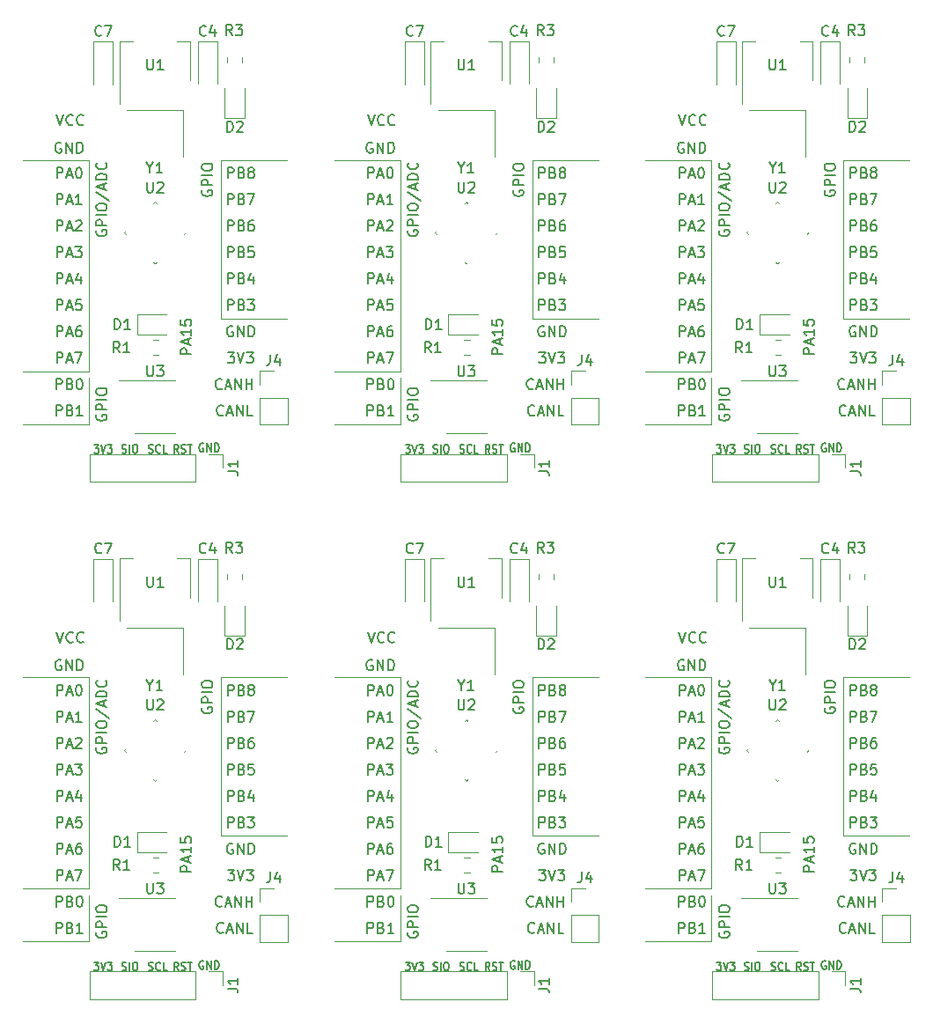
<source format=gto>
%MOIN*%
%OFA0B0*%
%FSLAX46Y46*%
%IPPOS*%
%LPD*%
%ADD10C,0.006000000000000001*%
%ADD11C,0.0047244094488188976*%
%ADD12C,0.005905511811023622*%
%ADD23C,0.006000000000000001*%
%ADD24C,0.0047244094488188976*%
%ADD25C,0.005905511811023622*%
%ADD26C,0.006000000000000001*%
%ADD27C,0.0047244094488188976*%
%ADD28C,0.005905511811023622*%
%ADD29C,0.006000000000000001*%
%ADD30C,0.0047244094488188976*%
%ADD31C,0.005905511811023622*%
%ADD32C,0.006000000000000001*%
%ADD33C,0.0047244094488188976*%
%ADD34C,0.005905511811023622*%
%ADD35C,0.006000000000000001*%
%ADD36C,0.0047244094488188976*%
%ADD37C,0.005905511811023622*%
D10*
X0000639666Y0000170523D02*
X0000630333Y0000185761D01*
X0000623666Y0000170523D02*
X0000623666Y0000202523D01*
X0000634333Y0000202523D01*
X0000637000Y0000201000D01*
X0000638333Y0000199476D01*
X0000639666Y0000196428D01*
X0000639666Y0000191857D01*
X0000638333Y0000188809D01*
X0000637000Y0000187285D01*
X0000634333Y0000185761D01*
X0000623666Y0000185761D01*
X0000650333Y0000172047D02*
X0000654333Y0000170523D01*
X0000661000Y0000170523D01*
X0000663666Y0000172047D01*
X0000664999Y0000173571D01*
X0000666333Y0000176619D01*
X0000666333Y0000179666D01*
X0000664999Y0000182714D01*
X0000663666Y0000184238D01*
X0000661000Y0000185761D01*
X0000655666Y0000187285D01*
X0000653000Y0000188809D01*
X0000651666Y0000190333D01*
X0000650333Y0000193380D01*
X0000650333Y0000196428D01*
X0000651666Y0000199476D01*
X0000653000Y0000201000D01*
X0000655666Y0000202523D01*
X0000662333Y0000202523D01*
X0000666333Y0000201000D01*
X0000674333Y0000202523D02*
X0000690333Y0000202523D01*
X0000682333Y0000170523D02*
X0000682333Y0000202523D01*
X0000526666Y0000172047D02*
X0000530666Y0000170523D01*
X0000537333Y0000170523D01*
X0000539999Y0000172047D01*
X0000541333Y0000173571D01*
X0000542666Y0000176619D01*
X0000542666Y0000179666D01*
X0000541333Y0000182714D01*
X0000539999Y0000184238D01*
X0000537333Y0000185761D01*
X0000532000Y0000187285D01*
X0000529333Y0000188809D01*
X0000527999Y0000190333D01*
X0000526666Y0000193380D01*
X0000526666Y0000196428D01*
X0000527999Y0000199476D01*
X0000529333Y0000201000D01*
X0000532000Y0000202523D01*
X0000538666Y0000202523D01*
X0000542666Y0000201000D01*
X0000570666Y0000173571D02*
X0000569333Y0000172047D01*
X0000565333Y0000170523D01*
X0000562666Y0000170523D01*
X0000558666Y0000172047D01*
X0000556000Y0000175095D01*
X0000554666Y0000178142D01*
X0000553333Y0000184238D01*
X0000553333Y0000188809D01*
X0000554666Y0000194904D01*
X0000556000Y0000197952D01*
X0000558666Y0000201000D01*
X0000562666Y0000202523D01*
X0000565333Y0000202523D01*
X0000569333Y0000201000D01*
X0000570666Y0000199476D01*
X0000596000Y0000170523D02*
X0000582666Y0000170523D01*
X0000582666Y0000202523D01*
X0000320333Y0000202523D02*
X0000337666Y0000202523D01*
X0000328333Y0000190333D01*
X0000332333Y0000190333D01*
X0000335000Y0000188809D01*
X0000336333Y0000187285D01*
X0000337666Y0000184238D01*
X0000337666Y0000176619D01*
X0000336333Y0000173571D01*
X0000335000Y0000172047D01*
X0000332333Y0000170523D01*
X0000324333Y0000170523D01*
X0000321666Y0000172047D01*
X0000320333Y0000173571D01*
X0000345666Y0000202523D02*
X0000355000Y0000170523D01*
X0000364333Y0000202523D01*
X0000371000Y0000202523D02*
X0000388333Y0000202523D01*
X0000379000Y0000190333D01*
X0000383000Y0000190333D01*
X0000385666Y0000188809D01*
X0000387000Y0000187285D01*
X0000388333Y0000184238D01*
X0000388333Y0000176619D01*
X0000387000Y0000173571D01*
X0000385666Y0000172047D01*
X0000383000Y0000170523D01*
X0000375000Y0000170523D01*
X0000372333Y0000172047D01*
X0000371000Y0000173571D01*
X0000425666Y0000172047D02*
X0000429666Y0000170523D01*
X0000436333Y0000170523D01*
X0000439000Y0000172047D01*
X0000440333Y0000173571D01*
X0000441666Y0000176619D01*
X0000441666Y0000179666D01*
X0000440333Y0000182714D01*
X0000439000Y0000184238D01*
X0000436333Y0000185761D01*
X0000431000Y0000187285D01*
X0000428333Y0000188809D01*
X0000427000Y0000190333D01*
X0000425666Y0000193380D01*
X0000425666Y0000196428D01*
X0000427000Y0000199476D01*
X0000428333Y0000201000D01*
X0000431000Y0000202523D01*
X0000437666Y0000202523D01*
X0000441666Y0000201000D01*
X0000453666Y0000170523D02*
X0000453666Y0000202523D01*
X0000472333Y0000202523D02*
X0000477666Y0000202523D01*
X0000480333Y0000201000D01*
X0000482999Y0000197952D01*
X0000484333Y0000191857D01*
X0000484333Y0000181190D01*
X0000482999Y0000175095D01*
X0000480333Y0000172047D01*
X0000477666Y0000170523D01*
X0000472333Y0000170523D01*
X0000469666Y0000172047D01*
X0000467000Y0000175095D01*
X0000465666Y0000181190D01*
X0000465666Y0000191857D01*
X0000467000Y0000197952D01*
X0000469666Y0000201000D01*
X0000472333Y0000202523D01*
D11*
X0000175000Y0001280000D02*
X0000050000Y0001280000D01*
X0000300000Y0000480000D02*
X0000050000Y0000480000D01*
D12*
X0000730314Y0001165629D02*
X0000728440Y0001161880D01*
X0000728440Y0001156256D01*
X0000730314Y0001150631D01*
X0000734064Y0001146882D01*
X0000737814Y0001145007D01*
X0000745313Y0001143132D01*
X0000750937Y0001143132D01*
X0000758436Y0001145007D01*
X0000762185Y0001146882D01*
X0000765935Y0001150631D01*
X0000767810Y0001156256D01*
X0000767810Y0001160005D01*
X0000765935Y0001165629D01*
X0000764060Y0001167504D01*
X0000750937Y0001167504D01*
X0000750937Y0001160005D01*
X0000767810Y0001184377D02*
X0000728440Y0001184377D01*
X0000728440Y0001199375D01*
X0000730314Y0001203125D01*
X0000732189Y0001205000D01*
X0000735939Y0001206874D01*
X0000741563Y0001206874D01*
X0000745313Y0001205000D01*
X0000747187Y0001203125D01*
X0000749062Y0001199375D01*
X0000749062Y0001184377D01*
X0000767810Y0001223747D02*
X0000728440Y0001223747D01*
X0000728440Y0001249994D02*
X0000728440Y0001257493D01*
X0000730314Y0001261242D01*
X0000734064Y0001264992D01*
X0000741563Y0001266867D01*
X0000754686Y0001266867D01*
X0000762185Y0001264992D01*
X0000765935Y0001261242D01*
X0000767810Y0001257493D01*
X0000767810Y0001249994D01*
X0000765935Y0001246244D01*
X0000762185Y0001242495D01*
X0000754686Y0001240620D01*
X0000741563Y0001240620D01*
X0000734064Y0001242495D01*
X0000730314Y0001246244D01*
X0000728440Y0001249994D01*
X0000330314Y0000315629D02*
X0000328440Y0000311880D01*
X0000328440Y0000306256D01*
X0000330314Y0000300631D01*
X0000334064Y0000296882D01*
X0000337814Y0000295007D01*
X0000345313Y0000293132D01*
X0000350937Y0000293132D01*
X0000358436Y0000295007D01*
X0000362185Y0000296882D01*
X0000365935Y0000300631D01*
X0000367810Y0000306256D01*
X0000367810Y0000310005D01*
X0000365935Y0000315629D01*
X0000364060Y0000317504D01*
X0000350937Y0000317504D01*
X0000350937Y0000310005D01*
X0000367810Y0000334377D02*
X0000328440Y0000334377D01*
X0000328440Y0000349375D01*
X0000330314Y0000353125D01*
X0000332189Y0000355000D01*
X0000335939Y0000356874D01*
X0000341563Y0000356874D01*
X0000345313Y0000355000D01*
X0000347187Y0000353125D01*
X0000349062Y0000349375D01*
X0000349062Y0000334377D01*
X0000367810Y0000373747D02*
X0000328440Y0000373747D01*
X0000328440Y0000399994D02*
X0000328440Y0000407493D01*
X0000330314Y0000411242D01*
X0000334064Y0000414992D01*
X0000341563Y0000416867D01*
X0000354686Y0000416867D01*
X0000362185Y0000414992D01*
X0000365935Y0000411242D01*
X0000367810Y0000407493D01*
X0000367810Y0000399994D01*
X0000365935Y0000396244D01*
X0000362185Y0000392495D01*
X0000354686Y0000390620D01*
X0000341563Y0000390620D01*
X0000334064Y0000392495D01*
X0000330314Y0000396244D01*
X0000328440Y0000399994D01*
D11*
X0000300000Y0000280000D02*
X0000300000Y0000455000D01*
X0000050000Y0000280000D02*
X0000300000Y0000280000D01*
X0000800000Y0000679999D02*
X0001050000Y0000679999D01*
X0000800000Y0001280000D02*
X0000800000Y0000679999D01*
X0001050000Y0001280000D02*
X0000800000Y0001280000D01*
D12*
X0000330314Y0001013764D02*
X0000328440Y0001010015D01*
X0000328440Y0001004390D01*
X0000330314Y0000998766D01*
X0000334064Y0000995016D01*
X0000337814Y0000993142D01*
X0000345313Y0000991267D01*
X0000350937Y0000991267D01*
X0000358436Y0000993142D01*
X0000362185Y0000995016D01*
X0000365935Y0000998766D01*
X0000367810Y0001004390D01*
X0000367810Y0001008140D01*
X0000365935Y0001013764D01*
X0000364060Y0001015639D01*
X0000350937Y0001015639D01*
X0000350937Y0001008140D01*
X0000367810Y0001032512D02*
X0000328440Y0001032512D01*
X0000328440Y0001047510D01*
X0000330314Y0001051259D01*
X0000332189Y0001053134D01*
X0000335939Y0001055009D01*
X0000341563Y0001055009D01*
X0000345313Y0001053134D01*
X0000347187Y0001051259D01*
X0000349062Y0001047510D01*
X0000349062Y0001032512D01*
X0000367810Y0001071882D02*
X0000328440Y0001071882D01*
X0000328440Y0001098129D02*
X0000328440Y0001105628D01*
X0000330314Y0001109377D01*
X0000334064Y0001113127D01*
X0000341563Y0001115001D01*
X0000354686Y0001115001D01*
X0000362185Y0001113127D01*
X0000365935Y0001109377D01*
X0000367810Y0001105628D01*
X0000367810Y0001098129D01*
X0000365935Y0001094379D01*
X0000362185Y0001090629D01*
X0000354686Y0001088755D01*
X0000341563Y0001088755D01*
X0000334064Y0001090629D01*
X0000330314Y0001094379D01*
X0000328440Y0001098129D01*
X0000326565Y0001159996D02*
X0000377184Y0001126250D01*
X0000356561Y0001171244D02*
X0000356561Y0001189992D01*
X0000367810Y0001167495D02*
X0000328440Y0001180618D01*
X0000367810Y0001193742D01*
X0000367810Y0001206865D02*
X0000328440Y0001206865D01*
X0000328440Y0001216239D01*
X0000330314Y0001221863D01*
X0000334064Y0001225613D01*
X0000337814Y0001227487D01*
X0000345313Y0001229362D01*
X0000350937Y0001229362D01*
X0000358436Y0001227487D01*
X0000362185Y0001225613D01*
X0000365935Y0001221863D01*
X0000367810Y0001216239D01*
X0000367810Y0001206865D01*
X0000364060Y0001268732D02*
X0000365935Y0001266857D01*
X0000367810Y0001261233D01*
X0000367810Y0001257484D01*
X0000365935Y0001251859D01*
X0000362185Y0001248110D01*
X0000358436Y0001246235D01*
X0000350937Y0001244360D01*
X0000345313Y0001244360D01*
X0000337814Y0001246235D01*
X0000334064Y0001248110D01*
X0000330314Y0001251859D01*
X0000328440Y0001257484D01*
X0000328440Y0001261233D01*
X0000330314Y0001266857D01*
X0000332189Y0001268732D01*
D11*
X0000300000Y0001280000D02*
X0000175000Y0001280000D01*
X0000300000Y0001280000D02*
X0000300000Y0000480000D01*
D12*
X0000687810Y0000545320D02*
X0000648440Y0000545320D01*
X0000648440Y0000560318D01*
X0000650314Y0000564068D01*
X0000652189Y0000565943D01*
X0000655939Y0000567817D01*
X0000661563Y0000567817D01*
X0000665313Y0000565943D01*
X0000667187Y0000564068D01*
X0000669062Y0000560318D01*
X0000669062Y0000545320D01*
X0000676561Y0000582815D02*
X0000676561Y0000601563D01*
X0000687810Y0000579066D02*
X0000648440Y0000592189D01*
X0000687810Y0000605313D01*
X0000687810Y0000639058D02*
X0000687810Y0000616561D01*
X0000687810Y0000627810D02*
X0000648440Y0000627810D01*
X0000654064Y0000624060D01*
X0000657814Y0000620311D01*
X0000659688Y0000616561D01*
X0000648440Y0000674679D02*
X0000648440Y0000655931D01*
X0000667187Y0000654057D01*
X0000665313Y0000655931D01*
X0000663438Y0000659681D01*
X0000663438Y0000669055D01*
X0000665313Y0000672804D01*
X0000667187Y0000674679D01*
X0000670937Y0000676554D01*
X0000680311Y0000676554D01*
X0000684060Y0000674679D01*
X0000685935Y0000672804D01*
X0000687810Y0000669055D01*
X0000687810Y0000659681D01*
X0000685935Y0000655931D01*
X0000684060Y0000654057D01*
D10*
X0000733666Y0000206000D02*
X0000731000Y0000207523D01*
X0000727000Y0000207523D01*
X0000722999Y0000206000D01*
X0000720333Y0000202952D01*
X0000719000Y0000199904D01*
X0000717666Y0000193809D01*
X0000717666Y0000189238D01*
X0000719000Y0000183142D01*
X0000720333Y0000180095D01*
X0000722999Y0000177047D01*
X0000727000Y0000175523D01*
X0000729666Y0000175523D01*
X0000733666Y0000177047D01*
X0000734999Y0000178571D01*
X0000734999Y0000189238D01*
X0000729666Y0000189238D01*
X0000746999Y0000175523D02*
X0000746999Y0000207523D01*
X0000763000Y0000175523D01*
X0000763000Y0000207523D01*
X0000776333Y0000175523D02*
X0000776333Y0000207523D01*
X0000782999Y0000207523D01*
X0000787000Y0000206000D01*
X0000789666Y0000202952D01*
X0000791000Y0000199904D01*
X0000792333Y0000193809D01*
X0000792333Y0000189238D01*
X0000791000Y0000183142D01*
X0000789666Y0000180095D01*
X0000787000Y0000177047D01*
X0000782999Y0000175523D01*
X0000776333Y0000175523D01*
D12*
X0000195003Y0001344685D02*
X0000191254Y0001346559D01*
X0000185629Y0001346559D01*
X0000180005Y0001344685D01*
X0000176256Y0001340935D01*
X0000174381Y0001337185D01*
X0000172506Y0001329686D01*
X0000172506Y0001324062D01*
X0000174381Y0001316563D01*
X0000176256Y0001312814D01*
X0000180005Y0001309064D01*
X0000185629Y0001307189D01*
X0000189379Y0001307189D01*
X0000195003Y0001309064D01*
X0000196878Y0001310939D01*
X0000196878Y0001324062D01*
X0000189379Y0001324062D01*
X0000213751Y0001307189D02*
X0000213751Y0001346559D01*
X0000236248Y0001307189D01*
X0000236248Y0001346559D01*
X0000254996Y0001307189D02*
X0000254996Y0001346559D01*
X0000264370Y0001346559D01*
X0000269994Y0001344685D01*
X0000273743Y0001340935D01*
X0000275618Y0001337185D01*
X0000277493Y0001329686D01*
X0000277493Y0001324062D01*
X0000275618Y0001316563D01*
X0000273743Y0001312814D01*
X0000269994Y0001309064D01*
X0000264370Y0001307189D01*
X0000254996Y0001307189D01*
X0000177506Y0001451559D02*
X0000190629Y0001412189D01*
X0000203753Y0001451559D01*
X0000239373Y0001415939D02*
X0000237499Y0001414064D01*
X0000231874Y0001412189D01*
X0000228125Y0001412189D01*
X0000222500Y0001414064D01*
X0000218751Y0001417814D01*
X0000216876Y0001421563D01*
X0000215001Y0001429062D01*
X0000215001Y0001434686D01*
X0000216876Y0001442185D01*
X0000218751Y0001445935D01*
X0000222500Y0001449685D01*
X0000228125Y0001451559D01*
X0000231874Y0001451559D01*
X0000237499Y0001449685D01*
X0000239373Y0001447810D01*
X0000278743Y0001415939D02*
X0000276869Y0001414064D01*
X0000271244Y0001412189D01*
X0000267495Y0001412189D01*
X0000261870Y0001414064D01*
X0000258121Y0001417814D01*
X0000256246Y0001421563D01*
X0000254371Y0001429062D01*
X0000254371Y0001434686D01*
X0000256246Y0001442185D01*
X0000258121Y0001445935D01*
X0000261870Y0001449685D01*
X0000267495Y0001451559D01*
X0000271244Y0001451559D01*
X0000276869Y0001449685D01*
X0000278743Y0001447810D01*
X0000808755Y0000315939D02*
X0000806880Y0000314064D01*
X0000801256Y0000312189D01*
X0000797506Y0000312189D01*
X0000791882Y0000314064D01*
X0000788132Y0000317814D01*
X0000786257Y0000321563D01*
X0000784383Y0000329062D01*
X0000784383Y0000334686D01*
X0000786257Y0000342185D01*
X0000788132Y0000345935D01*
X0000791882Y0000349685D01*
X0000797506Y0000351559D01*
X0000801256Y0000351559D01*
X0000806880Y0000349685D01*
X0000808755Y0000347810D01*
X0000823753Y0000323438D02*
X0000842500Y0000323438D01*
X0000820003Y0000312189D02*
X0000833127Y0000351559D01*
X0000846250Y0000312189D01*
X0000859373Y0000312189D02*
X0000859373Y0000351559D01*
X0000881870Y0000312189D01*
X0000881870Y0000351559D01*
X0000919366Y0000312189D02*
X0000900618Y0000312189D01*
X0000900618Y0000351559D01*
X0000804068Y0000415939D02*
X0000802193Y0000414064D01*
X0000796569Y0000412189D01*
X0000792819Y0000412189D01*
X0000787195Y0000414064D01*
X0000783445Y0000417814D01*
X0000781571Y0000421563D01*
X0000779696Y0000429062D01*
X0000779696Y0000434686D01*
X0000781571Y0000442185D01*
X0000783445Y0000445935D01*
X0000787195Y0000449685D01*
X0000792819Y0000451559D01*
X0000796569Y0000451559D01*
X0000802193Y0000449685D01*
X0000804068Y0000447810D01*
X0000819066Y0000423438D02*
X0000837814Y0000423438D01*
X0000815316Y0000412189D02*
X0000828440Y0000451559D01*
X0000841563Y0000412189D01*
X0000854686Y0000412189D02*
X0000854686Y0000451559D01*
X0000877184Y0000412189D01*
X0000877184Y0000451559D01*
X0000895931Y0000412189D02*
X0000895931Y0000451559D01*
X0000895931Y0000432812D02*
X0000918428Y0000432812D01*
X0000918428Y0000412189D02*
X0000918428Y0000451559D01*
X0000826256Y0000551559D02*
X0000850628Y0000551559D01*
X0000837504Y0000536561D01*
X0000843128Y0000536561D01*
X0000846878Y0000534686D01*
X0000848753Y0000532812D01*
X0000850628Y0000529062D01*
X0000850628Y0000519688D01*
X0000848753Y0000515939D01*
X0000846878Y0000514064D01*
X0000843128Y0000512189D01*
X0000831880Y0000512189D01*
X0000828130Y0000514064D01*
X0000826256Y0000515939D01*
X0000861876Y0000551559D02*
X0000875000Y0000512189D01*
X0000888123Y0000551559D01*
X0000897497Y0000551559D02*
X0000921869Y0000551559D01*
X0000908745Y0000536561D01*
X0000914370Y0000536561D01*
X0000918119Y0000534686D01*
X0000919994Y0000532812D01*
X0000921869Y0000529062D01*
X0000921869Y0000519688D01*
X0000919994Y0000515939D01*
X0000918119Y0000514064D01*
X0000914370Y0000512189D01*
X0000903121Y0000512189D01*
X0000899371Y0000514064D01*
X0000897497Y0000515939D01*
X0000845003Y0000649685D02*
X0000841254Y0000651559D01*
X0000835629Y0000651559D01*
X0000830005Y0000649685D01*
X0000826256Y0000645935D01*
X0000824381Y0000642185D01*
X0000822506Y0000634686D01*
X0000822506Y0000629062D01*
X0000824381Y0000621563D01*
X0000826256Y0000617814D01*
X0000830005Y0000614064D01*
X0000835629Y0000612189D01*
X0000839379Y0000612189D01*
X0000845003Y0000614064D01*
X0000846878Y0000615939D01*
X0000846878Y0000629062D01*
X0000839379Y0000629062D01*
X0000863751Y0000612189D02*
X0000863751Y0000651559D01*
X0000886248Y0000612189D01*
X0000886248Y0000651559D01*
X0000904996Y0000612189D02*
X0000904996Y0000651559D01*
X0000914370Y0000651559D01*
X0000919994Y0000649685D01*
X0000923743Y0000645935D01*
X0000925618Y0000642185D01*
X0000927493Y0000634686D01*
X0000927493Y0000629062D01*
X0000925618Y0000621563D01*
X0000923743Y0000617814D01*
X0000919994Y0000614064D01*
X0000914370Y0000612189D01*
X0000904996Y0000612189D01*
X0000826256Y0000712189D02*
X0000826256Y0000751559D01*
X0000841254Y0000751559D01*
X0000845003Y0000749685D01*
X0000846878Y0000747810D01*
X0000848753Y0000744060D01*
X0000848753Y0000738436D01*
X0000846878Y0000734686D01*
X0000845003Y0000732812D01*
X0000841254Y0000730937D01*
X0000826256Y0000730937D01*
X0000878749Y0000732812D02*
X0000884373Y0000730937D01*
X0000886248Y0000729062D01*
X0000888123Y0000725313D01*
X0000888123Y0000719688D01*
X0000886248Y0000715939D01*
X0000884373Y0000714064D01*
X0000880624Y0000712189D01*
X0000865626Y0000712189D01*
X0000865626Y0000751559D01*
X0000878749Y0000751559D01*
X0000882499Y0000749685D01*
X0000884373Y0000747810D01*
X0000886248Y0000744060D01*
X0000886248Y0000740311D01*
X0000884373Y0000736561D01*
X0000882499Y0000734686D01*
X0000878749Y0000732812D01*
X0000865626Y0000732812D01*
X0000901246Y0000751559D02*
X0000925618Y0000751559D01*
X0000912495Y0000736561D01*
X0000918119Y0000736561D01*
X0000921869Y0000734686D01*
X0000923743Y0000732812D01*
X0000925618Y0000729062D01*
X0000925618Y0000719688D01*
X0000923743Y0000715939D01*
X0000921869Y0000714064D01*
X0000918119Y0000712189D01*
X0000906870Y0000712189D01*
X0000903121Y0000714064D01*
X0000901246Y0000715939D01*
X0000826256Y0000812189D02*
X0000826256Y0000851559D01*
X0000841254Y0000851559D01*
X0000845003Y0000849685D01*
X0000846878Y0000847810D01*
X0000848753Y0000844060D01*
X0000848753Y0000838436D01*
X0000846878Y0000834686D01*
X0000845003Y0000832812D01*
X0000841254Y0000830937D01*
X0000826256Y0000830937D01*
X0000878749Y0000832812D02*
X0000884373Y0000830937D01*
X0000886248Y0000829062D01*
X0000888123Y0000825313D01*
X0000888123Y0000819688D01*
X0000886248Y0000815939D01*
X0000884373Y0000814064D01*
X0000880624Y0000812189D01*
X0000865626Y0000812189D01*
X0000865626Y0000851559D01*
X0000878749Y0000851559D01*
X0000882499Y0000849685D01*
X0000884373Y0000847810D01*
X0000886248Y0000844060D01*
X0000886248Y0000840311D01*
X0000884373Y0000836561D01*
X0000882499Y0000834686D01*
X0000878749Y0000832812D01*
X0000865626Y0000832812D01*
X0000921869Y0000838436D02*
X0000921869Y0000812189D01*
X0000912495Y0000853434D02*
X0000903121Y0000825313D01*
X0000927493Y0000825313D01*
X0000826256Y0000912189D02*
X0000826256Y0000951559D01*
X0000841254Y0000951559D01*
X0000845003Y0000949685D01*
X0000846878Y0000947810D01*
X0000848753Y0000944060D01*
X0000848753Y0000938436D01*
X0000846878Y0000934686D01*
X0000845003Y0000932812D01*
X0000841254Y0000930937D01*
X0000826256Y0000930937D01*
X0000878749Y0000932812D02*
X0000884373Y0000930937D01*
X0000886248Y0000929062D01*
X0000888123Y0000925313D01*
X0000888123Y0000919688D01*
X0000886248Y0000915939D01*
X0000884373Y0000914064D01*
X0000880624Y0000912189D01*
X0000865626Y0000912189D01*
X0000865626Y0000951559D01*
X0000878749Y0000951559D01*
X0000882499Y0000949685D01*
X0000884373Y0000947810D01*
X0000886248Y0000944060D01*
X0000886248Y0000940311D01*
X0000884373Y0000936561D01*
X0000882499Y0000934686D01*
X0000878749Y0000932812D01*
X0000865626Y0000932812D01*
X0000923743Y0000951559D02*
X0000904996Y0000951559D01*
X0000903121Y0000932812D01*
X0000904996Y0000934686D01*
X0000908745Y0000936561D01*
X0000918119Y0000936561D01*
X0000921869Y0000934686D01*
X0000923743Y0000932812D01*
X0000925618Y0000929062D01*
X0000925618Y0000919688D01*
X0000923743Y0000915939D01*
X0000921869Y0000914064D01*
X0000918119Y0000912189D01*
X0000908745Y0000912189D01*
X0000904996Y0000914064D01*
X0000903121Y0000915939D01*
X0000826256Y0001012189D02*
X0000826256Y0001051559D01*
X0000841254Y0001051559D01*
X0000845003Y0001049685D01*
X0000846878Y0001047810D01*
X0000848753Y0001044060D01*
X0000848753Y0001038436D01*
X0000846878Y0001034686D01*
X0000845003Y0001032812D01*
X0000841254Y0001030937D01*
X0000826256Y0001030937D01*
X0000878749Y0001032812D02*
X0000884373Y0001030937D01*
X0000886248Y0001029062D01*
X0000888123Y0001025313D01*
X0000888123Y0001019688D01*
X0000886248Y0001015939D01*
X0000884373Y0001014064D01*
X0000880624Y0001012189D01*
X0000865626Y0001012189D01*
X0000865626Y0001051559D01*
X0000878749Y0001051559D01*
X0000882499Y0001049685D01*
X0000884373Y0001047810D01*
X0000886248Y0001044060D01*
X0000886248Y0001040311D01*
X0000884373Y0001036561D01*
X0000882499Y0001034686D01*
X0000878749Y0001032812D01*
X0000865626Y0001032812D01*
X0000921869Y0001051559D02*
X0000914370Y0001051559D01*
X0000910620Y0001049685D01*
X0000908745Y0001047810D01*
X0000904996Y0001042185D01*
X0000903121Y0001034686D01*
X0000903121Y0001019688D01*
X0000904996Y0001015939D01*
X0000906870Y0001014064D01*
X0000910620Y0001012189D01*
X0000918119Y0001012189D01*
X0000921869Y0001014064D01*
X0000923743Y0001015939D01*
X0000925618Y0001019688D01*
X0000925618Y0001029062D01*
X0000923743Y0001032812D01*
X0000921869Y0001034686D01*
X0000918119Y0001036561D01*
X0000910620Y0001036561D01*
X0000906870Y0001034686D01*
X0000904996Y0001032812D01*
X0000903121Y0001029062D01*
X0000826256Y0001112189D02*
X0000826256Y0001151559D01*
X0000841254Y0001151559D01*
X0000845003Y0001149685D01*
X0000846878Y0001147810D01*
X0000848753Y0001144060D01*
X0000848753Y0001138436D01*
X0000846878Y0001134686D01*
X0000845003Y0001132812D01*
X0000841254Y0001130937D01*
X0000826256Y0001130937D01*
X0000878749Y0001132812D02*
X0000884373Y0001130937D01*
X0000886248Y0001129062D01*
X0000888123Y0001125313D01*
X0000888123Y0001119688D01*
X0000886248Y0001115939D01*
X0000884373Y0001114064D01*
X0000880624Y0001112189D01*
X0000865626Y0001112189D01*
X0000865626Y0001151559D01*
X0000878749Y0001151559D01*
X0000882499Y0001149685D01*
X0000884373Y0001147810D01*
X0000886248Y0001144060D01*
X0000886248Y0001140311D01*
X0000884373Y0001136561D01*
X0000882499Y0001134686D01*
X0000878749Y0001132812D01*
X0000865626Y0001132812D01*
X0000901246Y0001151559D02*
X0000927493Y0001151559D01*
X0000910620Y0001112189D01*
X0000826256Y0001212189D02*
X0000826256Y0001251559D01*
X0000841254Y0001251559D01*
X0000845003Y0001249685D01*
X0000846878Y0001247810D01*
X0000848753Y0001244060D01*
X0000848753Y0001238436D01*
X0000846878Y0001234686D01*
X0000845003Y0001232812D01*
X0000841254Y0001230937D01*
X0000826256Y0001230937D01*
X0000878749Y0001232812D02*
X0000884373Y0001230937D01*
X0000886248Y0001229062D01*
X0000888123Y0001225313D01*
X0000888123Y0001219688D01*
X0000886248Y0001215939D01*
X0000884373Y0001214064D01*
X0000880624Y0001212189D01*
X0000865626Y0001212189D01*
X0000865626Y0001251559D01*
X0000878749Y0001251559D01*
X0000882499Y0001249685D01*
X0000884373Y0001247810D01*
X0000886248Y0001244060D01*
X0000886248Y0001240311D01*
X0000884373Y0001236561D01*
X0000882499Y0001234686D01*
X0000878749Y0001232812D01*
X0000865626Y0001232812D01*
X0000910620Y0001234686D02*
X0000906870Y0001236561D01*
X0000904996Y0001238436D01*
X0000903121Y0001242185D01*
X0000903121Y0001244060D01*
X0000904996Y0001247810D01*
X0000906870Y0001249685D01*
X0000910620Y0001251559D01*
X0000918119Y0001251559D01*
X0000921869Y0001249685D01*
X0000923743Y0001247810D01*
X0000925618Y0001244060D01*
X0000925618Y0001242185D01*
X0000923743Y0001238436D01*
X0000921869Y0001236561D01*
X0000918119Y0001234686D01*
X0000910620Y0001234686D01*
X0000906870Y0001232812D01*
X0000904996Y0001230937D01*
X0000903121Y0001227187D01*
X0000903121Y0001219688D01*
X0000904996Y0001215939D01*
X0000906870Y0001214064D01*
X0000910620Y0001212189D01*
X0000918119Y0001212189D01*
X0000921869Y0001214064D01*
X0000923743Y0001215939D01*
X0000925618Y0001219688D01*
X0000925618Y0001227187D01*
X0000923743Y0001230937D01*
X0000921869Y0001232812D01*
X0000918119Y0001234686D01*
X0000179068Y0001212189D02*
X0000179068Y0001251559D01*
X0000194066Y0001251559D01*
X0000197815Y0001249685D01*
X0000199690Y0001247810D01*
X0000201565Y0001244060D01*
X0000201565Y0001238436D01*
X0000199690Y0001234686D01*
X0000197815Y0001232812D01*
X0000194066Y0001230937D01*
X0000179068Y0001230937D01*
X0000216563Y0001223438D02*
X0000235311Y0001223438D01*
X0000212814Y0001212189D02*
X0000225937Y0001251559D01*
X0000239060Y0001212189D01*
X0000259683Y0001251559D02*
X0000263432Y0001251559D01*
X0000267182Y0001249685D01*
X0000269056Y0001247810D01*
X0000270931Y0001244060D01*
X0000272806Y0001236561D01*
X0000272806Y0001227187D01*
X0000270931Y0001219688D01*
X0000269056Y0001215939D01*
X0000267182Y0001214064D01*
X0000263432Y0001212189D01*
X0000259683Y0001212189D01*
X0000255933Y0001214064D01*
X0000254058Y0001215939D01*
X0000252184Y0001219688D01*
X0000250309Y0001227187D01*
X0000250309Y0001236561D01*
X0000252184Y0001244060D01*
X0000254058Y0001247810D01*
X0000255933Y0001249685D01*
X0000259683Y0001251559D01*
X0000179068Y0001112189D02*
X0000179068Y0001151559D01*
X0000194066Y0001151559D01*
X0000197815Y0001149685D01*
X0000199690Y0001147810D01*
X0000201565Y0001144060D01*
X0000201565Y0001138436D01*
X0000199690Y0001134686D01*
X0000197815Y0001132812D01*
X0000194066Y0001130937D01*
X0000179068Y0001130937D01*
X0000216563Y0001123438D02*
X0000235311Y0001123438D01*
X0000212814Y0001112189D02*
X0000225937Y0001151559D01*
X0000239060Y0001112189D01*
X0000272806Y0001112189D02*
X0000250309Y0001112189D01*
X0000261557Y0001112189D02*
X0000261557Y0001151559D01*
X0000257808Y0001145935D01*
X0000254058Y0001142185D01*
X0000250309Y0001140311D01*
X0000179068Y0001012189D02*
X0000179068Y0001051559D01*
X0000194066Y0001051559D01*
X0000197815Y0001049685D01*
X0000199690Y0001047810D01*
X0000201565Y0001044060D01*
X0000201565Y0001038436D01*
X0000199690Y0001034686D01*
X0000197815Y0001032812D01*
X0000194066Y0001030937D01*
X0000179068Y0001030937D01*
X0000216563Y0001023438D02*
X0000235311Y0001023438D01*
X0000212814Y0001012189D02*
X0000225937Y0001051559D01*
X0000239060Y0001012189D01*
X0000250309Y0001047810D02*
X0000252184Y0001049685D01*
X0000255933Y0001051559D01*
X0000265307Y0001051559D01*
X0000269056Y0001049685D01*
X0000270931Y0001047810D01*
X0000272806Y0001044060D01*
X0000272806Y0001040311D01*
X0000270931Y0001034686D01*
X0000248434Y0001012189D01*
X0000272806Y0001012189D01*
X0000179068Y0000912189D02*
X0000179068Y0000951559D01*
X0000194066Y0000951559D01*
X0000197815Y0000949685D01*
X0000199690Y0000947810D01*
X0000201565Y0000944060D01*
X0000201565Y0000938436D01*
X0000199690Y0000934686D01*
X0000197815Y0000932812D01*
X0000194066Y0000930937D01*
X0000179068Y0000930937D01*
X0000216563Y0000923438D02*
X0000235311Y0000923438D01*
X0000212814Y0000912189D02*
X0000225937Y0000951559D01*
X0000239060Y0000912189D01*
X0000248434Y0000951559D02*
X0000272806Y0000951559D01*
X0000259683Y0000936561D01*
X0000265307Y0000936561D01*
X0000269056Y0000934686D01*
X0000270931Y0000932812D01*
X0000272806Y0000929062D01*
X0000272806Y0000919688D01*
X0000270931Y0000915939D01*
X0000269056Y0000914064D01*
X0000265307Y0000912189D01*
X0000254058Y0000912189D01*
X0000250309Y0000914064D01*
X0000248434Y0000915939D01*
X0000179068Y0000812189D02*
X0000179068Y0000851559D01*
X0000194066Y0000851559D01*
X0000197815Y0000849685D01*
X0000199690Y0000847810D01*
X0000201565Y0000844060D01*
X0000201565Y0000838436D01*
X0000199690Y0000834686D01*
X0000197815Y0000832812D01*
X0000194066Y0000830937D01*
X0000179068Y0000830937D01*
X0000216563Y0000823438D02*
X0000235311Y0000823438D01*
X0000212814Y0000812189D02*
X0000225937Y0000851559D01*
X0000239060Y0000812189D01*
X0000269056Y0000838436D02*
X0000269056Y0000812189D01*
X0000259683Y0000853434D02*
X0000250309Y0000825313D01*
X0000274681Y0000825313D01*
X0000179068Y0000712189D02*
X0000179068Y0000751559D01*
X0000194066Y0000751559D01*
X0000197815Y0000749685D01*
X0000199690Y0000747810D01*
X0000201565Y0000744060D01*
X0000201565Y0000738436D01*
X0000199690Y0000734686D01*
X0000197815Y0000732812D01*
X0000194066Y0000730937D01*
X0000179068Y0000730937D01*
X0000216563Y0000723438D02*
X0000235311Y0000723438D01*
X0000212814Y0000712189D02*
X0000225937Y0000751559D01*
X0000239060Y0000712189D01*
X0000270931Y0000751559D02*
X0000252184Y0000751559D01*
X0000250309Y0000732812D01*
X0000252184Y0000734686D01*
X0000255933Y0000736561D01*
X0000265307Y0000736561D01*
X0000269056Y0000734686D01*
X0000270931Y0000732812D01*
X0000272806Y0000729062D01*
X0000272806Y0000719688D01*
X0000270931Y0000715939D01*
X0000269056Y0000714064D01*
X0000265307Y0000712189D01*
X0000255933Y0000712189D01*
X0000252184Y0000714064D01*
X0000250309Y0000715939D01*
X0000179068Y0000612189D02*
X0000179068Y0000651559D01*
X0000194066Y0000651559D01*
X0000197815Y0000649685D01*
X0000199690Y0000647810D01*
X0000201565Y0000644060D01*
X0000201565Y0000638436D01*
X0000199690Y0000634686D01*
X0000197815Y0000632812D01*
X0000194066Y0000630937D01*
X0000179068Y0000630937D01*
X0000216563Y0000623438D02*
X0000235311Y0000623438D01*
X0000212814Y0000612189D02*
X0000225937Y0000651559D01*
X0000239060Y0000612189D01*
X0000269056Y0000651559D02*
X0000261557Y0000651559D01*
X0000257808Y0000649685D01*
X0000255933Y0000647810D01*
X0000252184Y0000642185D01*
X0000250309Y0000634686D01*
X0000250309Y0000619688D01*
X0000252184Y0000615939D01*
X0000254058Y0000614064D01*
X0000257808Y0000612189D01*
X0000265307Y0000612189D01*
X0000269056Y0000614064D01*
X0000270931Y0000615939D01*
X0000272806Y0000619688D01*
X0000272806Y0000629062D01*
X0000270931Y0000632812D01*
X0000269056Y0000634686D01*
X0000265307Y0000636561D01*
X0000257808Y0000636561D01*
X0000254058Y0000634686D01*
X0000252184Y0000632812D01*
X0000250309Y0000629062D01*
X0000179068Y0000512189D02*
X0000179068Y0000551559D01*
X0000194066Y0000551559D01*
X0000197815Y0000549685D01*
X0000199690Y0000547810D01*
X0000201565Y0000544060D01*
X0000201565Y0000538436D01*
X0000199690Y0000534686D01*
X0000197815Y0000532812D01*
X0000194066Y0000530937D01*
X0000179068Y0000530937D01*
X0000216563Y0000523438D02*
X0000235311Y0000523438D01*
X0000212814Y0000512189D02*
X0000225937Y0000551559D01*
X0000239060Y0000512189D01*
X0000248434Y0000551559D02*
X0000274681Y0000551559D01*
X0000257808Y0000512189D01*
X0000176256Y0000312189D02*
X0000176256Y0000351559D01*
X0000191254Y0000351559D01*
X0000195003Y0000349685D01*
X0000196878Y0000347810D01*
X0000198753Y0000344060D01*
X0000198753Y0000338436D01*
X0000196878Y0000334686D01*
X0000195003Y0000332812D01*
X0000191254Y0000330937D01*
X0000176256Y0000330937D01*
X0000228749Y0000332812D02*
X0000234373Y0000330937D01*
X0000236248Y0000329062D01*
X0000238123Y0000325313D01*
X0000238123Y0000319688D01*
X0000236248Y0000315939D01*
X0000234373Y0000314064D01*
X0000230624Y0000312189D01*
X0000215626Y0000312189D01*
X0000215626Y0000351559D01*
X0000228749Y0000351559D01*
X0000232499Y0000349685D01*
X0000234373Y0000347810D01*
X0000236248Y0000344060D01*
X0000236248Y0000340311D01*
X0000234373Y0000336561D01*
X0000232499Y0000334686D01*
X0000228749Y0000332812D01*
X0000215626Y0000332812D01*
X0000275618Y0000312189D02*
X0000253121Y0000312189D01*
X0000264370Y0000312189D02*
X0000264370Y0000351559D01*
X0000260620Y0000345935D01*
X0000256870Y0000342185D01*
X0000253121Y0000340311D01*
X0000176256Y0000412189D02*
X0000176256Y0000451559D01*
X0000191254Y0000451559D01*
X0000195003Y0000449685D01*
X0000196878Y0000447810D01*
X0000198753Y0000444060D01*
X0000198753Y0000438436D01*
X0000196878Y0000434686D01*
X0000195003Y0000432812D01*
X0000191254Y0000430937D01*
X0000176256Y0000430937D01*
X0000228749Y0000432812D02*
X0000234373Y0000430937D01*
X0000236248Y0000429062D01*
X0000238123Y0000425313D01*
X0000238123Y0000419688D01*
X0000236248Y0000415939D01*
X0000234373Y0000414064D01*
X0000230624Y0000412189D01*
X0000215626Y0000412189D01*
X0000215626Y0000451559D01*
X0000228749Y0000451559D01*
X0000232499Y0000449685D01*
X0000234373Y0000447810D01*
X0000236248Y0000444060D01*
X0000236248Y0000440311D01*
X0000234373Y0000436561D01*
X0000232499Y0000434686D01*
X0000228749Y0000432812D01*
X0000215626Y0000432812D01*
X0000262495Y0000451559D02*
X0000266244Y0000451559D01*
X0000269994Y0000449685D01*
X0000271869Y0000447810D01*
X0000273743Y0000444060D01*
X0000275618Y0000436561D01*
X0000275618Y0000427187D01*
X0000273743Y0000419688D01*
X0000271869Y0000415939D01*
X0000269994Y0000414064D01*
X0000266244Y0000412189D01*
X0000262495Y0000412189D01*
X0000258745Y0000414064D01*
X0000256870Y0000415939D01*
X0000254996Y0000419688D01*
X0000253121Y0000427187D01*
X0000253121Y0000436561D01*
X0000254996Y0000444060D01*
X0000256870Y0000447810D01*
X0000258745Y0000449685D01*
X0000262495Y0000451559D01*
D11*
X0000947637Y0000482362D02*
X0001000000Y0000482362D01*
X0000947637Y0000430000D02*
X0000947637Y0000482362D01*
X0000947637Y0000380000D02*
X0001052362Y0000380000D01*
X0001052362Y0000380000D02*
X0001052362Y0000277637D01*
X0000947637Y0000380000D02*
X0000947637Y0000277637D01*
X0000947637Y0000277637D02*
X0001052362Y0000277637D01*
X0000807362Y0000167362D02*
X0000807362Y0000115000D01*
X0000755000Y0000167362D02*
X0000807362Y0000167362D01*
X0000704999Y0000167362D02*
X0000704999Y0000062637D01*
X0000704999Y0000062637D02*
X0000302637Y0000062637D01*
X0000704999Y0000167362D02*
X0000302637Y0000167362D01*
X0000302637Y0000167362D02*
X0000302637Y0000062637D01*
X0000550000Y0000244212D02*
X0000626771Y0000244212D01*
X0000550000Y0000244212D02*
X0000473228Y0000244212D01*
X0000550000Y0000445787D02*
X0000626771Y0000445787D01*
X0000550000Y0000445787D02*
X0000414173Y0000445787D01*
X0000656712Y0001468307D02*
X0000444114Y0001468307D01*
X0000656712Y0001291141D02*
X0000656712Y0001468307D01*
X0000415748Y0001493582D02*
X0000415748Y0001730196D01*
X0000684251Y0001582165D02*
X0000684251Y0001730196D01*
X0000415748Y0001730196D02*
X0000465354Y0001730196D01*
X0000684251Y0001730196D02*
X0000634645Y0001730196D01*
X0000661216Y0000998736D02*
X0000667479Y0001005000D01*
X0000432520Y0001005000D02*
X0000438783Y0000998736D01*
X0000438783Y0001011263D02*
X0000432520Y0001005000D01*
X0000550000Y0001122479D02*
X0000556263Y0001116216D01*
X0000543736Y0001116216D02*
X0000550000Y0001122479D01*
X0000550000Y0000887520D02*
X0000543736Y0000893783D01*
X0000556263Y0000893783D02*
X0000550000Y0000887520D01*
X0000824192Y0001670285D02*
X0000824192Y0001649714D01*
X0000880098Y0001670285D02*
X0000880098Y0001649714D01*
X0000563568Y0000597523D02*
X0000542997Y0000597523D01*
X0000563568Y0000541618D02*
X0000542997Y0000541618D01*
X0000890295Y0001438917D02*
X0000890295Y0001551515D01*
X0000814704Y0001438917D02*
X0000890295Y0001438917D01*
X0000814704Y0001551515D02*
X0000814704Y0001438917D01*
X0000482554Y0000619275D02*
X0000595153Y0000619275D01*
X0000482554Y0000694866D02*
X0000482554Y0000619275D01*
X0000595153Y0000694866D02*
X0000482554Y0000694866D01*
X0000318188Y0001727834D02*
X0000318188Y0001567007D01*
X0000391811Y0001727834D02*
X0000318188Y0001727834D01*
X0000391811Y0001567007D02*
X0000391811Y0001727834D01*
X0000713188Y0001729429D02*
X0000713188Y0001568602D01*
X0000786811Y0001729429D02*
X0000713188Y0001729429D01*
X0000786811Y0001568602D02*
X0000786811Y0001729429D01*
D12*
X0000986876Y0000543292D02*
X0000986876Y0000515170D01*
X0000985001Y0000509546D01*
X0000981252Y0000505796D01*
X0000975628Y0000503922D01*
X0000971878Y0000503922D01*
X0001022497Y0000530168D02*
X0001022497Y0000503922D01*
X0001013123Y0000545166D02*
X0001003749Y0000517045D01*
X0001028121Y0000517045D01*
X0000825172Y0000101876D02*
X0000853293Y0000101876D01*
X0000858918Y0000100001D01*
X0000862667Y0000096252D01*
X0000864542Y0000090628D01*
X0000864542Y0000086878D01*
X0000864542Y0000141246D02*
X0000864542Y0000118749D01*
X0000864542Y0000129998D02*
X0000825172Y0000129998D01*
X0000830796Y0000126248D01*
X0000834546Y0000122499D01*
X0000836421Y0000118749D01*
X0000520003Y0000501559D02*
X0000520003Y0000469688D01*
X0000521878Y0000465939D01*
X0000523753Y0000464064D01*
X0000527502Y0000462189D01*
X0000535001Y0000462189D01*
X0000538751Y0000464064D01*
X0000540626Y0000465939D01*
X0000542500Y0000469688D01*
X0000542500Y0000501559D01*
X0000557499Y0000501559D02*
X0000581870Y0000501559D01*
X0000568747Y0000486561D01*
X0000574371Y0000486561D01*
X0000578121Y0000484686D01*
X0000579996Y0000482812D01*
X0000581870Y0000479062D01*
X0000581870Y0000469688D01*
X0000579996Y0000465939D01*
X0000578121Y0000464064D01*
X0000574371Y0000462189D01*
X0000563123Y0000462189D01*
X0000559373Y0000464064D01*
X0000557499Y0000465939D01*
X0000531252Y0001250937D02*
X0000531252Y0001232189D01*
X0000518128Y0001271559D02*
X0000531252Y0001250937D01*
X0000544375Y0001271559D01*
X0000578121Y0001232189D02*
X0000555624Y0001232189D01*
X0000566872Y0001232189D02*
X0000566872Y0001271559D01*
X0000563123Y0001265935D01*
X0000559373Y0001262185D01*
X0000555624Y0001260311D01*
X0000520003Y0001661559D02*
X0000520003Y0001629688D01*
X0000521878Y0001625939D01*
X0000523753Y0001624064D01*
X0000527502Y0001622189D01*
X0000535001Y0001622189D01*
X0000538751Y0001624064D01*
X0000540626Y0001625939D01*
X0000542500Y0001629688D01*
X0000542500Y0001661559D01*
X0000581870Y0001622189D02*
X0000559373Y0001622189D01*
X0000570622Y0001622189D02*
X0000570622Y0001661559D01*
X0000566872Y0001655935D01*
X0000563123Y0001652185D01*
X0000559373Y0001650311D01*
X0000520003Y0001196559D02*
X0000520003Y0001164688D01*
X0000521878Y0001160939D01*
X0000523753Y0001159064D01*
X0000527502Y0001157189D01*
X0000535001Y0001157189D01*
X0000538751Y0001159064D01*
X0000540626Y0001160939D01*
X0000542500Y0001164688D01*
X0000542500Y0001196559D01*
X0000559373Y0001192810D02*
X0000561248Y0001194685D01*
X0000564998Y0001196559D01*
X0000574371Y0001196559D01*
X0000578121Y0001194685D01*
X0000579996Y0001192810D01*
X0000581870Y0001189060D01*
X0000581870Y0001185311D01*
X0000579996Y0001179686D01*
X0000557499Y0001157189D01*
X0000581870Y0001157189D01*
X0000843438Y0001752189D02*
X0000830314Y0001770937D01*
X0000820941Y0001752189D02*
X0000820941Y0001791559D01*
X0000835939Y0001791559D01*
X0000839688Y0001789685D01*
X0000841563Y0001787810D01*
X0000843438Y0001784060D01*
X0000843438Y0001778436D01*
X0000841563Y0001774686D01*
X0000839688Y0001772812D01*
X0000835939Y0001770937D01*
X0000820941Y0001770937D01*
X0000856561Y0001791559D02*
X0000880933Y0001791559D01*
X0000867810Y0001776561D01*
X0000873434Y0001776561D01*
X0000877184Y0001774686D01*
X0000879058Y0001772812D01*
X0000880933Y0001769062D01*
X0000880933Y0001759688D01*
X0000879058Y0001755939D01*
X0000877184Y0001754064D01*
X0000873434Y0001752189D01*
X0000862185Y0001752189D01*
X0000858436Y0001754064D01*
X0000856561Y0001755939D01*
X0000416618Y0000551760D02*
X0000403495Y0000570508D01*
X0000394121Y0000551760D02*
X0000394121Y0000591130D01*
X0000409119Y0000591130D01*
X0000412869Y0000589256D01*
X0000414743Y0000587381D01*
X0000416618Y0000583631D01*
X0000416618Y0000578007D01*
X0000414743Y0000574258D01*
X0000412869Y0000572383D01*
X0000409119Y0000570508D01*
X0000394121Y0000570508D01*
X0000454113Y0000551760D02*
X0000431616Y0000551760D01*
X0000442865Y0000551760D02*
X0000442865Y0000591130D01*
X0000439115Y0000585506D01*
X0000435366Y0000581757D01*
X0000431616Y0000579882D01*
X0000823441Y0001387189D02*
X0000823441Y0001426559D01*
X0000832814Y0001426559D01*
X0000838439Y0001424685D01*
X0000842188Y0001420935D01*
X0000844063Y0001417185D01*
X0000845938Y0001409686D01*
X0000845938Y0001404062D01*
X0000844063Y0001396563D01*
X0000842188Y0001392814D01*
X0000838439Y0001389064D01*
X0000832814Y0001387189D01*
X0000823441Y0001387189D01*
X0000860936Y0001422810D02*
X0000862811Y0001424685D01*
X0000866560Y0001426559D01*
X0000875934Y0001426559D01*
X0000879684Y0001424685D01*
X0000881558Y0001422810D01*
X0000883433Y0001419060D01*
X0000883433Y0001415311D01*
X0000881558Y0001409686D01*
X0000859061Y0001387189D01*
X0000883433Y0001387189D01*
X0000396621Y0000639260D02*
X0000396621Y0000678630D01*
X0000405995Y0000678630D01*
X0000411619Y0000676756D01*
X0000415368Y0000673006D01*
X0000417243Y0000669257D01*
X0000419118Y0000661757D01*
X0000419118Y0000656133D01*
X0000417243Y0000648634D01*
X0000415368Y0000644885D01*
X0000411619Y0000641135D01*
X0000405995Y0000639260D01*
X0000396621Y0000639260D01*
X0000456613Y0000639260D02*
X0000434116Y0000639260D01*
X0000445365Y0000639260D02*
X0000445365Y0000678630D01*
X0000441615Y0000673006D01*
X0000437866Y0000669257D01*
X0000434116Y0000667382D01*
X0000348438Y0001753439D02*
X0000346563Y0001751564D01*
X0000340939Y0001749689D01*
X0000337189Y0001749689D01*
X0000331565Y0001751564D01*
X0000327815Y0001755314D01*
X0000325941Y0001759063D01*
X0000324066Y0001766562D01*
X0000324066Y0001772186D01*
X0000325941Y0001779685D01*
X0000327815Y0001783435D01*
X0000331565Y0001787185D01*
X0000337189Y0001789059D01*
X0000340939Y0001789059D01*
X0000346563Y0001787185D01*
X0000348438Y0001785310D01*
X0000361561Y0001789059D02*
X0000387808Y0001789059D01*
X0000370935Y0001749689D01*
X0000743438Y0001753439D02*
X0000741563Y0001751564D01*
X0000735939Y0001749689D01*
X0000732189Y0001749689D01*
X0000726565Y0001751564D01*
X0000722815Y0001755314D01*
X0000720941Y0001759063D01*
X0000719066Y0001766562D01*
X0000719066Y0001772186D01*
X0000720941Y0001779685D01*
X0000722815Y0001783435D01*
X0000726565Y0001787185D01*
X0000732189Y0001789059D01*
X0000735939Y0001789059D01*
X0000741563Y0001787185D01*
X0000743438Y0001785310D01*
X0000777184Y0001775936D02*
X0000777184Y0001749689D01*
X0000767810Y0001790934D02*
X0000758436Y0001762813D01*
X0000782808Y0001762813D01*
G04 next file*
G04 #@! TF.GenerationSoftware,KiCad,Pcbnew,(5.1.4)-1*
G04 #@! TF.CreationDate,2020-10-29T20:30:17+08:00*
G04 #@! TF.ProjectId,custom_microcontroller,63757374-6f6d-45f6-9d69-63726f636f6e,rev?*
G04 #@! TF.SameCoordinates,Original*
G04 #@! TF.FileFunction,Legend,Top*
G04 #@! TF.FilePolarity,Positive*
G04 Gerber Fmt 4.6, Leading zero omitted, Abs format (unit mm)*
G04 Created by KiCad (PCBNEW (5.1.4)-1) date 2020-10-29 20:30:17*
G04 APERTURE LIST*
G04 APERTURE END LIST*
D23*
X0000639666Y0002129263D02*
X0000630333Y0002144502D01*
X0000623666Y0002129263D02*
X0000623666Y0002161263D01*
X0000634333Y0002161263D01*
X0000637000Y0002159740D01*
X0000638333Y0002158216D01*
X0000639666Y0002155168D01*
X0000639666Y0002150597D01*
X0000638333Y0002147549D01*
X0000637000Y0002146025D01*
X0000634333Y0002144502D01*
X0000623666Y0002144502D01*
X0000650333Y0002130787D02*
X0000654333Y0002129263D01*
X0000661000Y0002129263D01*
X0000663666Y0002130787D01*
X0000664999Y0002132311D01*
X0000666333Y0002135359D01*
X0000666333Y0002138406D01*
X0000664999Y0002141454D01*
X0000663666Y0002142978D01*
X0000661000Y0002144502D01*
X0000655666Y0002146025D01*
X0000653000Y0002147549D01*
X0000651666Y0002149073D01*
X0000650333Y0002152121D01*
X0000650333Y0002155168D01*
X0000651666Y0002158216D01*
X0000653000Y0002159740D01*
X0000655666Y0002161263D01*
X0000662333Y0002161263D01*
X0000666333Y0002159740D01*
X0000674333Y0002161263D02*
X0000690333Y0002161263D01*
X0000682333Y0002129263D02*
X0000682333Y0002161263D01*
X0000526666Y0002130787D02*
X0000530666Y0002129263D01*
X0000537333Y0002129263D01*
X0000539999Y0002130787D01*
X0000541333Y0002132311D01*
X0000542666Y0002135359D01*
X0000542666Y0002138406D01*
X0000541333Y0002141454D01*
X0000539999Y0002142978D01*
X0000537333Y0002144502D01*
X0000532000Y0002146025D01*
X0000529333Y0002147549D01*
X0000527999Y0002149073D01*
X0000526666Y0002152121D01*
X0000526666Y0002155168D01*
X0000527999Y0002158216D01*
X0000529333Y0002159740D01*
X0000532000Y0002161263D01*
X0000538666Y0002161263D01*
X0000542666Y0002159740D01*
X0000570666Y0002132311D02*
X0000569333Y0002130787D01*
X0000565333Y0002129263D01*
X0000562666Y0002129263D01*
X0000558666Y0002130787D01*
X0000556000Y0002133835D01*
X0000554666Y0002136883D01*
X0000553333Y0002142978D01*
X0000553333Y0002147549D01*
X0000554666Y0002153644D01*
X0000556000Y0002156692D01*
X0000558666Y0002159740D01*
X0000562666Y0002161263D01*
X0000565333Y0002161263D01*
X0000569333Y0002159740D01*
X0000570666Y0002158216D01*
X0000596000Y0002129263D02*
X0000582666Y0002129263D01*
X0000582666Y0002161263D01*
X0000320333Y0002161263D02*
X0000337666Y0002161263D01*
X0000328333Y0002149073D01*
X0000332333Y0002149073D01*
X0000335000Y0002147549D01*
X0000336333Y0002146025D01*
X0000337666Y0002142978D01*
X0000337666Y0002135359D01*
X0000336333Y0002132311D01*
X0000335000Y0002130787D01*
X0000332333Y0002129263D01*
X0000324333Y0002129263D01*
X0000321666Y0002130787D01*
X0000320333Y0002132311D01*
X0000345666Y0002161263D02*
X0000355000Y0002129263D01*
X0000364333Y0002161263D01*
X0000371000Y0002161263D02*
X0000388333Y0002161263D01*
X0000379000Y0002149073D01*
X0000383000Y0002149073D01*
X0000385666Y0002147549D01*
X0000387000Y0002146025D01*
X0000388333Y0002142978D01*
X0000388333Y0002135359D01*
X0000387000Y0002132311D01*
X0000385666Y0002130787D01*
X0000383000Y0002129263D01*
X0000375000Y0002129263D01*
X0000372333Y0002130787D01*
X0000371000Y0002132311D01*
X0000425666Y0002130787D02*
X0000429666Y0002129263D01*
X0000436333Y0002129263D01*
X0000439000Y0002130787D01*
X0000440333Y0002132311D01*
X0000441666Y0002135359D01*
X0000441666Y0002138406D01*
X0000440333Y0002141454D01*
X0000439000Y0002142978D01*
X0000436333Y0002144502D01*
X0000431000Y0002146025D01*
X0000428333Y0002147549D01*
X0000427000Y0002149073D01*
X0000425666Y0002152121D01*
X0000425666Y0002155168D01*
X0000427000Y0002158216D01*
X0000428333Y0002159740D01*
X0000431000Y0002161263D01*
X0000437666Y0002161263D01*
X0000441666Y0002159740D01*
X0000453666Y0002129263D02*
X0000453666Y0002161263D01*
X0000472333Y0002161263D02*
X0000477666Y0002161263D01*
X0000480333Y0002159740D01*
X0000482999Y0002156692D01*
X0000484333Y0002150597D01*
X0000484333Y0002139930D01*
X0000482999Y0002133835D01*
X0000480333Y0002130787D01*
X0000477666Y0002129263D01*
X0000472333Y0002129263D01*
X0000469666Y0002130787D01*
X0000467000Y0002133835D01*
X0000465666Y0002139930D01*
X0000465666Y0002150597D01*
X0000467000Y0002156692D01*
X0000469666Y0002159740D01*
X0000472333Y0002161263D01*
D24*
X0000175000Y0003238740D02*
X0000050000Y0003238740D01*
X0000300000Y0002438740D02*
X0000050000Y0002438740D01*
D25*
X0000730314Y0003124370D02*
X0000728440Y0003120620D01*
X0000728440Y0003114996D01*
X0000730314Y0003109371D01*
X0000734064Y0003105622D01*
X0000737814Y0003103747D01*
X0000745313Y0003101872D01*
X0000750937Y0003101872D01*
X0000758436Y0003103747D01*
X0000762185Y0003105622D01*
X0000765935Y0003109371D01*
X0000767810Y0003114996D01*
X0000767810Y0003118745D01*
X0000765935Y0003124370D01*
X0000764060Y0003126244D01*
X0000750937Y0003126244D01*
X0000750937Y0003118745D01*
X0000767810Y0003143117D02*
X0000728440Y0003143117D01*
X0000728440Y0003158115D01*
X0000730314Y0003161865D01*
X0000732189Y0003163740D01*
X0000735939Y0003165614D01*
X0000741563Y0003165614D01*
X0000745313Y0003163740D01*
X0000747187Y0003161865D01*
X0000749062Y0003158115D01*
X0000749062Y0003143117D01*
X0000767810Y0003182487D02*
X0000728440Y0003182487D01*
X0000728440Y0003208734D02*
X0000728440Y0003216233D01*
X0000730314Y0003219983D01*
X0000734064Y0003223732D01*
X0000741563Y0003225607D01*
X0000754686Y0003225607D01*
X0000762185Y0003223732D01*
X0000765935Y0003219983D01*
X0000767810Y0003216233D01*
X0000767810Y0003208734D01*
X0000765935Y0003204985D01*
X0000762185Y0003201235D01*
X0000754686Y0003199360D01*
X0000741563Y0003199360D01*
X0000734064Y0003201235D01*
X0000730314Y0003204985D01*
X0000728440Y0003208734D01*
X0000330314Y0002274370D02*
X0000328440Y0002270620D01*
X0000328440Y0002264996D01*
X0000330314Y0002259371D01*
X0000334064Y0002255622D01*
X0000337814Y0002253747D01*
X0000345313Y0002251872D01*
X0000350937Y0002251872D01*
X0000358436Y0002253747D01*
X0000362185Y0002255622D01*
X0000365935Y0002259371D01*
X0000367810Y0002264996D01*
X0000367810Y0002268745D01*
X0000365935Y0002274370D01*
X0000364060Y0002276244D01*
X0000350937Y0002276244D01*
X0000350937Y0002268745D01*
X0000367810Y0002293117D02*
X0000328440Y0002293117D01*
X0000328440Y0002308115D01*
X0000330314Y0002311865D01*
X0000332189Y0002313740D01*
X0000335939Y0002315614D01*
X0000341563Y0002315614D01*
X0000345313Y0002313740D01*
X0000347187Y0002311865D01*
X0000349062Y0002308115D01*
X0000349062Y0002293117D01*
X0000367810Y0002332487D02*
X0000328440Y0002332487D01*
X0000328440Y0002358734D02*
X0000328440Y0002366233D01*
X0000330314Y0002369983D01*
X0000334064Y0002373732D01*
X0000341563Y0002375607D01*
X0000354686Y0002375607D01*
X0000362185Y0002373732D01*
X0000365935Y0002369983D01*
X0000367810Y0002366233D01*
X0000367810Y0002358734D01*
X0000365935Y0002354985D01*
X0000362185Y0002351235D01*
X0000354686Y0002349360D01*
X0000341563Y0002349360D01*
X0000334064Y0002351235D01*
X0000330314Y0002354985D01*
X0000328440Y0002358734D01*
D24*
X0000300000Y0002238740D02*
X0000300000Y0002413740D01*
X0000050000Y0002238740D02*
X0000300000Y0002238740D01*
X0000800000Y0002638740D02*
X0001050000Y0002638740D01*
X0000800000Y0003238740D02*
X0000800000Y0002638740D01*
X0001050000Y0003238740D02*
X0000800000Y0003238740D01*
D25*
X0000330314Y0002972504D02*
X0000328440Y0002968755D01*
X0000328440Y0002963130D01*
X0000330314Y0002957506D01*
X0000334064Y0002953757D01*
X0000337814Y0002951882D01*
X0000345313Y0002950007D01*
X0000350937Y0002950007D01*
X0000358436Y0002951882D01*
X0000362185Y0002953757D01*
X0000365935Y0002957506D01*
X0000367810Y0002963130D01*
X0000367810Y0002966880D01*
X0000365935Y0002972504D01*
X0000364060Y0002974379D01*
X0000350937Y0002974379D01*
X0000350937Y0002966880D01*
X0000367810Y0002991252D02*
X0000328440Y0002991252D01*
X0000328440Y0003006250D01*
X0000330314Y0003010000D01*
X0000332189Y0003011874D01*
X0000335939Y0003013749D01*
X0000341563Y0003013749D01*
X0000345313Y0003011874D01*
X0000347187Y0003010000D01*
X0000349062Y0003006250D01*
X0000349062Y0002991252D01*
X0000367810Y0003030622D02*
X0000328440Y0003030622D01*
X0000328440Y0003056869D02*
X0000328440Y0003064368D01*
X0000330314Y0003068117D01*
X0000334064Y0003071867D01*
X0000341563Y0003073742D01*
X0000354686Y0003073742D01*
X0000362185Y0003071867D01*
X0000365935Y0003068117D01*
X0000367810Y0003064368D01*
X0000367810Y0003056869D01*
X0000365935Y0003053119D01*
X0000362185Y0003049370D01*
X0000354686Y0003047495D01*
X0000341563Y0003047495D01*
X0000334064Y0003049370D01*
X0000330314Y0003053119D01*
X0000328440Y0003056869D01*
X0000326565Y0003118736D02*
X0000377184Y0003084990D01*
X0000356561Y0003129985D02*
X0000356561Y0003148732D01*
X0000367810Y0003126235D02*
X0000328440Y0003139358D01*
X0000367810Y0003152482D01*
X0000367810Y0003165605D02*
X0000328440Y0003165605D01*
X0000328440Y0003174979D01*
X0000330314Y0003180603D01*
X0000334064Y0003184353D01*
X0000337814Y0003186227D01*
X0000345313Y0003188102D01*
X0000350937Y0003188102D01*
X0000358436Y0003186227D01*
X0000362185Y0003184353D01*
X0000365935Y0003180603D01*
X0000367810Y0003174979D01*
X0000367810Y0003165605D01*
X0000364060Y0003227472D02*
X0000365935Y0003225598D01*
X0000367810Y0003219973D01*
X0000367810Y0003216224D01*
X0000365935Y0003210599D01*
X0000362185Y0003206850D01*
X0000358436Y0003204975D01*
X0000350937Y0003203100D01*
X0000345313Y0003203100D01*
X0000337814Y0003204975D01*
X0000334064Y0003206850D01*
X0000330314Y0003210599D01*
X0000328440Y0003216224D01*
X0000328440Y0003219973D01*
X0000330314Y0003225598D01*
X0000332189Y0003227472D01*
D24*
X0000300000Y0003238740D02*
X0000175000Y0003238740D01*
X0000300000Y0003238740D02*
X0000300000Y0002438740D01*
D25*
X0000687810Y0002504060D02*
X0000648440Y0002504060D01*
X0000648440Y0002519058D01*
X0000650314Y0002522808D01*
X0000652189Y0002524683D01*
X0000655939Y0002526557D01*
X0000661563Y0002526557D01*
X0000665313Y0002524683D01*
X0000667187Y0002522808D01*
X0000669062Y0002519058D01*
X0000669062Y0002504060D01*
X0000676561Y0002541556D02*
X0000676561Y0002560303D01*
X0000687810Y0002537806D02*
X0000648440Y0002550929D01*
X0000687810Y0002564053D01*
X0000687810Y0002597799D02*
X0000687810Y0002575301D01*
X0000687810Y0002586550D02*
X0000648440Y0002586550D01*
X0000654064Y0002582800D01*
X0000657814Y0002579051D01*
X0000659688Y0002575301D01*
X0000648440Y0002633419D02*
X0000648440Y0002614671D01*
X0000667187Y0002612797D01*
X0000665313Y0002614671D01*
X0000663438Y0002618421D01*
X0000663438Y0002627795D01*
X0000665313Y0002631544D01*
X0000667187Y0002633419D01*
X0000670937Y0002635294D01*
X0000680311Y0002635294D01*
X0000684060Y0002633419D01*
X0000685935Y0002631544D01*
X0000687810Y0002627795D01*
X0000687810Y0002618421D01*
X0000685935Y0002614671D01*
X0000684060Y0002612797D01*
D23*
X0000733666Y0002164740D02*
X0000731000Y0002166263D01*
X0000727000Y0002166263D01*
X0000722999Y0002164740D01*
X0000720333Y0002161692D01*
X0000719000Y0002158644D01*
X0000717666Y0002152549D01*
X0000717666Y0002147978D01*
X0000719000Y0002141883D01*
X0000720333Y0002138835D01*
X0000722999Y0002135787D01*
X0000727000Y0002134263D01*
X0000729666Y0002134263D01*
X0000733666Y0002135787D01*
X0000734999Y0002137311D01*
X0000734999Y0002147978D01*
X0000729666Y0002147978D01*
X0000746999Y0002134263D02*
X0000746999Y0002166263D01*
X0000763000Y0002134263D01*
X0000763000Y0002166263D01*
X0000776333Y0002134263D02*
X0000776333Y0002166263D01*
X0000782999Y0002166263D01*
X0000787000Y0002164740D01*
X0000789666Y0002161692D01*
X0000791000Y0002158644D01*
X0000792333Y0002152549D01*
X0000792333Y0002147978D01*
X0000791000Y0002141883D01*
X0000789666Y0002138835D01*
X0000787000Y0002135787D01*
X0000782999Y0002134263D01*
X0000776333Y0002134263D01*
D25*
X0000195003Y0003303425D02*
X0000191254Y0003305300D01*
X0000185629Y0003305300D01*
X0000180005Y0003303425D01*
X0000176256Y0003299675D01*
X0000174381Y0003295926D01*
X0000172506Y0003288427D01*
X0000172506Y0003282802D01*
X0000174381Y0003275303D01*
X0000176256Y0003271554D01*
X0000180005Y0003267804D01*
X0000185629Y0003265929D01*
X0000189379Y0003265929D01*
X0000195003Y0003267804D01*
X0000196878Y0003269679D01*
X0000196878Y0003282802D01*
X0000189379Y0003282802D01*
X0000213751Y0003265929D02*
X0000213751Y0003305300D01*
X0000236248Y0003265929D01*
X0000236248Y0003305300D01*
X0000254996Y0003265929D02*
X0000254996Y0003305300D01*
X0000264370Y0003305300D01*
X0000269994Y0003303425D01*
X0000273743Y0003299675D01*
X0000275618Y0003295926D01*
X0000277493Y0003288427D01*
X0000277493Y0003282802D01*
X0000275618Y0003275303D01*
X0000273743Y0003271554D01*
X0000269994Y0003267804D01*
X0000264370Y0003265929D01*
X0000254996Y0003265929D01*
X0000177506Y0003410300D02*
X0000190629Y0003370929D01*
X0000203753Y0003410300D01*
X0000239373Y0003374679D02*
X0000237499Y0003372804D01*
X0000231874Y0003370929D01*
X0000228125Y0003370929D01*
X0000222500Y0003372804D01*
X0000218751Y0003376554D01*
X0000216876Y0003380303D01*
X0000215001Y0003387802D01*
X0000215001Y0003393427D01*
X0000216876Y0003400926D01*
X0000218751Y0003404675D01*
X0000222500Y0003408425D01*
X0000228125Y0003410300D01*
X0000231874Y0003410300D01*
X0000237499Y0003408425D01*
X0000239373Y0003406550D01*
X0000278743Y0003374679D02*
X0000276869Y0003372804D01*
X0000271244Y0003370929D01*
X0000267495Y0003370929D01*
X0000261870Y0003372804D01*
X0000258121Y0003376554D01*
X0000256246Y0003380303D01*
X0000254371Y0003387802D01*
X0000254371Y0003393427D01*
X0000256246Y0003400926D01*
X0000258121Y0003404675D01*
X0000261870Y0003408425D01*
X0000267495Y0003410300D01*
X0000271244Y0003410300D01*
X0000276869Y0003408425D01*
X0000278743Y0003406550D01*
X0000808755Y0002274679D02*
X0000806880Y0002272804D01*
X0000801256Y0002270929D01*
X0000797506Y0002270929D01*
X0000791882Y0002272804D01*
X0000788132Y0002276554D01*
X0000786257Y0002280303D01*
X0000784383Y0002287802D01*
X0000784383Y0002293427D01*
X0000786257Y0002300926D01*
X0000788132Y0002304675D01*
X0000791882Y0002308425D01*
X0000797506Y0002310300D01*
X0000801256Y0002310300D01*
X0000806880Y0002308425D01*
X0000808755Y0002306550D01*
X0000823753Y0002282178D02*
X0000842500Y0002282178D01*
X0000820003Y0002270929D02*
X0000833127Y0002310300D01*
X0000846250Y0002270929D01*
X0000859373Y0002270929D02*
X0000859373Y0002310300D01*
X0000881870Y0002270929D01*
X0000881870Y0002310300D01*
X0000919366Y0002270929D02*
X0000900618Y0002270929D01*
X0000900618Y0002310300D01*
X0000804068Y0002374679D02*
X0000802193Y0002372804D01*
X0000796569Y0002370929D01*
X0000792819Y0002370929D01*
X0000787195Y0002372804D01*
X0000783445Y0002376554D01*
X0000781571Y0002380303D01*
X0000779696Y0002387802D01*
X0000779696Y0002393427D01*
X0000781571Y0002400926D01*
X0000783445Y0002404675D01*
X0000787195Y0002408425D01*
X0000792819Y0002410300D01*
X0000796569Y0002410300D01*
X0000802193Y0002408425D01*
X0000804068Y0002406550D01*
X0000819066Y0002382178D02*
X0000837814Y0002382178D01*
X0000815316Y0002370929D02*
X0000828440Y0002410300D01*
X0000841563Y0002370929D01*
X0000854686Y0002370929D02*
X0000854686Y0002410300D01*
X0000877184Y0002370929D01*
X0000877184Y0002410300D01*
X0000895931Y0002370929D02*
X0000895931Y0002410300D01*
X0000895931Y0002391552D02*
X0000918428Y0002391552D01*
X0000918428Y0002370929D02*
X0000918428Y0002410300D01*
X0000826256Y0002510300D02*
X0000850628Y0002510300D01*
X0000837504Y0002495301D01*
X0000843128Y0002495301D01*
X0000846878Y0002493427D01*
X0000848753Y0002491552D01*
X0000850628Y0002487802D01*
X0000850628Y0002478428D01*
X0000848753Y0002474679D01*
X0000846878Y0002472804D01*
X0000843128Y0002470929D01*
X0000831880Y0002470929D01*
X0000828130Y0002472804D01*
X0000826256Y0002474679D01*
X0000861876Y0002510300D02*
X0000875000Y0002470929D01*
X0000888123Y0002510300D01*
X0000897497Y0002510300D02*
X0000921869Y0002510300D01*
X0000908745Y0002495301D01*
X0000914370Y0002495301D01*
X0000918119Y0002493427D01*
X0000919994Y0002491552D01*
X0000921869Y0002487802D01*
X0000921869Y0002478428D01*
X0000919994Y0002474679D01*
X0000918119Y0002472804D01*
X0000914370Y0002470929D01*
X0000903121Y0002470929D01*
X0000899371Y0002472804D01*
X0000897497Y0002474679D01*
X0000845003Y0002608425D02*
X0000841254Y0002610300D01*
X0000835629Y0002610300D01*
X0000830005Y0002608425D01*
X0000826256Y0002604675D01*
X0000824381Y0002600926D01*
X0000822506Y0002593427D01*
X0000822506Y0002587802D01*
X0000824381Y0002580303D01*
X0000826256Y0002576554D01*
X0000830005Y0002572804D01*
X0000835629Y0002570929D01*
X0000839379Y0002570929D01*
X0000845003Y0002572804D01*
X0000846878Y0002574679D01*
X0000846878Y0002587802D01*
X0000839379Y0002587802D01*
X0000863751Y0002570929D02*
X0000863751Y0002610300D01*
X0000886248Y0002570929D01*
X0000886248Y0002610300D01*
X0000904996Y0002570929D02*
X0000904996Y0002610300D01*
X0000914370Y0002610300D01*
X0000919994Y0002608425D01*
X0000923743Y0002604675D01*
X0000925618Y0002600926D01*
X0000927493Y0002593427D01*
X0000927493Y0002587802D01*
X0000925618Y0002580303D01*
X0000923743Y0002576554D01*
X0000919994Y0002572804D01*
X0000914370Y0002570929D01*
X0000904996Y0002570929D01*
X0000826256Y0002670929D02*
X0000826256Y0002710300D01*
X0000841254Y0002710300D01*
X0000845003Y0002708425D01*
X0000846878Y0002706550D01*
X0000848753Y0002702800D01*
X0000848753Y0002697176D01*
X0000846878Y0002693427D01*
X0000845003Y0002691552D01*
X0000841254Y0002689677D01*
X0000826256Y0002689677D01*
X0000878749Y0002691552D02*
X0000884373Y0002689677D01*
X0000886248Y0002687802D01*
X0000888123Y0002684053D01*
X0000888123Y0002678428D01*
X0000886248Y0002674679D01*
X0000884373Y0002672804D01*
X0000880624Y0002670929D01*
X0000865626Y0002670929D01*
X0000865626Y0002710300D01*
X0000878749Y0002710300D01*
X0000882499Y0002708425D01*
X0000884373Y0002706550D01*
X0000886248Y0002702800D01*
X0000886248Y0002699051D01*
X0000884373Y0002695301D01*
X0000882499Y0002693427D01*
X0000878749Y0002691552D01*
X0000865626Y0002691552D01*
X0000901246Y0002710300D02*
X0000925618Y0002710300D01*
X0000912495Y0002695301D01*
X0000918119Y0002695301D01*
X0000921869Y0002693427D01*
X0000923743Y0002691552D01*
X0000925618Y0002687802D01*
X0000925618Y0002678428D01*
X0000923743Y0002674679D01*
X0000921869Y0002672804D01*
X0000918119Y0002670929D01*
X0000906870Y0002670929D01*
X0000903121Y0002672804D01*
X0000901246Y0002674679D01*
X0000826256Y0002770929D02*
X0000826256Y0002810300D01*
X0000841254Y0002810300D01*
X0000845003Y0002808425D01*
X0000846878Y0002806550D01*
X0000848753Y0002802800D01*
X0000848753Y0002797176D01*
X0000846878Y0002793427D01*
X0000845003Y0002791552D01*
X0000841254Y0002789677D01*
X0000826256Y0002789677D01*
X0000878749Y0002791552D02*
X0000884373Y0002789677D01*
X0000886248Y0002787802D01*
X0000888123Y0002784053D01*
X0000888123Y0002778428D01*
X0000886248Y0002774679D01*
X0000884373Y0002772804D01*
X0000880624Y0002770929D01*
X0000865626Y0002770929D01*
X0000865626Y0002810300D01*
X0000878749Y0002810300D01*
X0000882499Y0002808425D01*
X0000884373Y0002806550D01*
X0000886248Y0002802800D01*
X0000886248Y0002799051D01*
X0000884373Y0002795301D01*
X0000882499Y0002793427D01*
X0000878749Y0002791552D01*
X0000865626Y0002791552D01*
X0000921869Y0002797176D02*
X0000921869Y0002770929D01*
X0000912495Y0002812174D02*
X0000903121Y0002784053D01*
X0000927493Y0002784053D01*
X0000826256Y0002870929D02*
X0000826256Y0002910300D01*
X0000841254Y0002910300D01*
X0000845003Y0002908425D01*
X0000846878Y0002906550D01*
X0000848753Y0002902800D01*
X0000848753Y0002897176D01*
X0000846878Y0002893427D01*
X0000845003Y0002891552D01*
X0000841254Y0002889677D01*
X0000826256Y0002889677D01*
X0000878749Y0002891552D02*
X0000884373Y0002889677D01*
X0000886248Y0002887802D01*
X0000888123Y0002884053D01*
X0000888123Y0002878428D01*
X0000886248Y0002874679D01*
X0000884373Y0002872804D01*
X0000880624Y0002870929D01*
X0000865626Y0002870929D01*
X0000865626Y0002910300D01*
X0000878749Y0002910300D01*
X0000882499Y0002908425D01*
X0000884373Y0002906550D01*
X0000886248Y0002902800D01*
X0000886248Y0002899051D01*
X0000884373Y0002895301D01*
X0000882499Y0002893427D01*
X0000878749Y0002891552D01*
X0000865626Y0002891552D01*
X0000923743Y0002910300D02*
X0000904996Y0002910300D01*
X0000903121Y0002891552D01*
X0000904996Y0002893427D01*
X0000908745Y0002895301D01*
X0000918119Y0002895301D01*
X0000921869Y0002893427D01*
X0000923743Y0002891552D01*
X0000925618Y0002887802D01*
X0000925618Y0002878428D01*
X0000923743Y0002874679D01*
X0000921869Y0002872804D01*
X0000918119Y0002870929D01*
X0000908745Y0002870929D01*
X0000904996Y0002872804D01*
X0000903121Y0002874679D01*
X0000826256Y0002970929D02*
X0000826256Y0003010300D01*
X0000841254Y0003010300D01*
X0000845003Y0003008425D01*
X0000846878Y0003006550D01*
X0000848753Y0003002800D01*
X0000848753Y0002997176D01*
X0000846878Y0002993427D01*
X0000845003Y0002991552D01*
X0000841254Y0002989677D01*
X0000826256Y0002989677D01*
X0000878749Y0002991552D02*
X0000884373Y0002989677D01*
X0000886248Y0002987802D01*
X0000888123Y0002984053D01*
X0000888123Y0002978428D01*
X0000886248Y0002974679D01*
X0000884373Y0002972804D01*
X0000880624Y0002970929D01*
X0000865626Y0002970929D01*
X0000865626Y0003010300D01*
X0000878749Y0003010300D01*
X0000882499Y0003008425D01*
X0000884373Y0003006550D01*
X0000886248Y0003002800D01*
X0000886248Y0002999051D01*
X0000884373Y0002995301D01*
X0000882499Y0002993427D01*
X0000878749Y0002991552D01*
X0000865626Y0002991552D01*
X0000921869Y0003010300D02*
X0000914370Y0003010300D01*
X0000910620Y0003008425D01*
X0000908745Y0003006550D01*
X0000904996Y0003000926D01*
X0000903121Y0002993427D01*
X0000903121Y0002978428D01*
X0000904996Y0002974679D01*
X0000906870Y0002972804D01*
X0000910620Y0002970929D01*
X0000918119Y0002970929D01*
X0000921869Y0002972804D01*
X0000923743Y0002974679D01*
X0000925618Y0002978428D01*
X0000925618Y0002987802D01*
X0000923743Y0002991552D01*
X0000921869Y0002993427D01*
X0000918119Y0002995301D01*
X0000910620Y0002995301D01*
X0000906870Y0002993427D01*
X0000904996Y0002991552D01*
X0000903121Y0002987802D01*
X0000826256Y0003070929D02*
X0000826256Y0003110300D01*
X0000841254Y0003110300D01*
X0000845003Y0003108425D01*
X0000846878Y0003106550D01*
X0000848753Y0003102800D01*
X0000848753Y0003097176D01*
X0000846878Y0003093427D01*
X0000845003Y0003091552D01*
X0000841254Y0003089677D01*
X0000826256Y0003089677D01*
X0000878749Y0003091552D02*
X0000884373Y0003089677D01*
X0000886248Y0003087802D01*
X0000888123Y0003084053D01*
X0000888123Y0003078428D01*
X0000886248Y0003074679D01*
X0000884373Y0003072804D01*
X0000880624Y0003070929D01*
X0000865626Y0003070929D01*
X0000865626Y0003110300D01*
X0000878749Y0003110300D01*
X0000882499Y0003108425D01*
X0000884373Y0003106550D01*
X0000886248Y0003102800D01*
X0000886248Y0003099051D01*
X0000884373Y0003095301D01*
X0000882499Y0003093427D01*
X0000878749Y0003091552D01*
X0000865626Y0003091552D01*
X0000901246Y0003110300D02*
X0000927493Y0003110300D01*
X0000910620Y0003070929D01*
X0000826256Y0003170929D02*
X0000826256Y0003210300D01*
X0000841254Y0003210300D01*
X0000845003Y0003208425D01*
X0000846878Y0003206550D01*
X0000848753Y0003202800D01*
X0000848753Y0003197176D01*
X0000846878Y0003193427D01*
X0000845003Y0003191552D01*
X0000841254Y0003189677D01*
X0000826256Y0003189677D01*
X0000878749Y0003191552D02*
X0000884373Y0003189677D01*
X0000886248Y0003187802D01*
X0000888123Y0003184053D01*
X0000888123Y0003178428D01*
X0000886248Y0003174679D01*
X0000884373Y0003172804D01*
X0000880624Y0003170929D01*
X0000865626Y0003170929D01*
X0000865626Y0003210300D01*
X0000878749Y0003210300D01*
X0000882499Y0003208425D01*
X0000884373Y0003206550D01*
X0000886248Y0003202800D01*
X0000886248Y0003199051D01*
X0000884373Y0003195301D01*
X0000882499Y0003193427D01*
X0000878749Y0003191552D01*
X0000865626Y0003191552D01*
X0000910620Y0003193427D02*
X0000906870Y0003195301D01*
X0000904996Y0003197176D01*
X0000903121Y0003200926D01*
X0000903121Y0003202800D01*
X0000904996Y0003206550D01*
X0000906870Y0003208425D01*
X0000910620Y0003210300D01*
X0000918119Y0003210300D01*
X0000921869Y0003208425D01*
X0000923743Y0003206550D01*
X0000925618Y0003202800D01*
X0000925618Y0003200926D01*
X0000923743Y0003197176D01*
X0000921869Y0003195301D01*
X0000918119Y0003193427D01*
X0000910620Y0003193427D01*
X0000906870Y0003191552D01*
X0000904996Y0003189677D01*
X0000903121Y0003185928D01*
X0000903121Y0003178428D01*
X0000904996Y0003174679D01*
X0000906870Y0003172804D01*
X0000910620Y0003170929D01*
X0000918119Y0003170929D01*
X0000921869Y0003172804D01*
X0000923743Y0003174679D01*
X0000925618Y0003178428D01*
X0000925618Y0003185928D01*
X0000923743Y0003189677D01*
X0000921869Y0003191552D01*
X0000918119Y0003193427D01*
X0000179068Y0003170929D02*
X0000179068Y0003210300D01*
X0000194066Y0003210300D01*
X0000197815Y0003208425D01*
X0000199690Y0003206550D01*
X0000201565Y0003202800D01*
X0000201565Y0003197176D01*
X0000199690Y0003193427D01*
X0000197815Y0003191552D01*
X0000194066Y0003189677D01*
X0000179068Y0003189677D01*
X0000216563Y0003182178D02*
X0000235311Y0003182178D01*
X0000212814Y0003170929D02*
X0000225937Y0003210300D01*
X0000239060Y0003170929D01*
X0000259683Y0003210300D02*
X0000263432Y0003210300D01*
X0000267182Y0003208425D01*
X0000269056Y0003206550D01*
X0000270931Y0003202800D01*
X0000272806Y0003195301D01*
X0000272806Y0003185928D01*
X0000270931Y0003178428D01*
X0000269056Y0003174679D01*
X0000267182Y0003172804D01*
X0000263432Y0003170929D01*
X0000259683Y0003170929D01*
X0000255933Y0003172804D01*
X0000254058Y0003174679D01*
X0000252184Y0003178428D01*
X0000250309Y0003185928D01*
X0000250309Y0003195301D01*
X0000252184Y0003202800D01*
X0000254058Y0003206550D01*
X0000255933Y0003208425D01*
X0000259683Y0003210300D01*
X0000179068Y0003070929D02*
X0000179068Y0003110300D01*
X0000194066Y0003110300D01*
X0000197815Y0003108425D01*
X0000199690Y0003106550D01*
X0000201565Y0003102800D01*
X0000201565Y0003097176D01*
X0000199690Y0003093427D01*
X0000197815Y0003091552D01*
X0000194066Y0003089677D01*
X0000179068Y0003089677D01*
X0000216563Y0003082178D02*
X0000235311Y0003082178D01*
X0000212814Y0003070929D02*
X0000225937Y0003110300D01*
X0000239060Y0003070929D01*
X0000272806Y0003070929D02*
X0000250309Y0003070929D01*
X0000261557Y0003070929D02*
X0000261557Y0003110300D01*
X0000257808Y0003104675D01*
X0000254058Y0003100926D01*
X0000250309Y0003099051D01*
X0000179068Y0002970929D02*
X0000179068Y0003010300D01*
X0000194066Y0003010300D01*
X0000197815Y0003008425D01*
X0000199690Y0003006550D01*
X0000201565Y0003002800D01*
X0000201565Y0002997176D01*
X0000199690Y0002993427D01*
X0000197815Y0002991552D01*
X0000194066Y0002989677D01*
X0000179068Y0002989677D01*
X0000216563Y0002982178D02*
X0000235311Y0002982178D01*
X0000212814Y0002970929D02*
X0000225937Y0003010300D01*
X0000239060Y0002970929D01*
X0000250309Y0003006550D02*
X0000252184Y0003008425D01*
X0000255933Y0003010300D01*
X0000265307Y0003010300D01*
X0000269056Y0003008425D01*
X0000270931Y0003006550D01*
X0000272806Y0003002800D01*
X0000272806Y0002999051D01*
X0000270931Y0002993427D01*
X0000248434Y0002970929D01*
X0000272806Y0002970929D01*
X0000179068Y0002870929D02*
X0000179068Y0002910300D01*
X0000194066Y0002910300D01*
X0000197815Y0002908425D01*
X0000199690Y0002906550D01*
X0000201565Y0002902800D01*
X0000201565Y0002897176D01*
X0000199690Y0002893427D01*
X0000197815Y0002891552D01*
X0000194066Y0002889677D01*
X0000179068Y0002889677D01*
X0000216563Y0002882178D02*
X0000235311Y0002882178D01*
X0000212814Y0002870929D02*
X0000225937Y0002910300D01*
X0000239060Y0002870929D01*
X0000248434Y0002910300D02*
X0000272806Y0002910300D01*
X0000259683Y0002895301D01*
X0000265307Y0002895301D01*
X0000269056Y0002893427D01*
X0000270931Y0002891552D01*
X0000272806Y0002887802D01*
X0000272806Y0002878428D01*
X0000270931Y0002874679D01*
X0000269056Y0002872804D01*
X0000265307Y0002870929D01*
X0000254058Y0002870929D01*
X0000250309Y0002872804D01*
X0000248434Y0002874679D01*
X0000179068Y0002770929D02*
X0000179068Y0002810300D01*
X0000194066Y0002810300D01*
X0000197815Y0002808425D01*
X0000199690Y0002806550D01*
X0000201565Y0002802800D01*
X0000201565Y0002797176D01*
X0000199690Y0002793427D01*
X0000197815Y0002791552D01*
X0000194066Y0002789677D01*
X0000179068Y0002789677D01*
X0000216563Y0002782178D02*
X0000235311Y0002782178D01*
X0000212814Y0002770929D02*
X0000225937Y0002810300D01*
X0000239060Y0002770929D01*
X0000269056Y0002797176D02*
X0000269056Y0002770929D01*
X0000259683Y0002812174D02*
X0000250309Y0002784053D01*
X0000274681Y0002784053D01*
X0000179068Y0002670929D02*
X0000179068Y0002710300D01*
X0000194066Y0002710300D01*
X0000197815Y0002708425D01*
X0000199690Y0002706550D01*
X0000201565Y0002702800D01*
X0000201565Y0002697176D01*
X0000199690Y0002693427D01*
X0000197815Y0002691552D01*
X0000194066Y0002689677D01*
X0000179068Y0002689677D01*
X0000216563Y0002682178D02*
X0000235311Y0002682178D01*
X0000212814Y0002670929D02*
X0000225937Y0002710300D01*
X0000239060Y0002670929D01*
X0000270931Y0002710300D02*
X0000252184Y0002710300D01*
X0000250309Y0002691552D01*
X0000252184Y0002693427D01*
X0000255933Y0002695301D01*
X0000265307Y0002695301D01*
X0000269056Y0002693427D01*
X0000270931Y0002691552D01*
X0000272806Y0002687802D01*
X0000272806Y0002678428D01*
X0000270931Y0002674679D01*
X0000269056Y0002672804D01*
X0000265307Y0002670929D01*
X0000255933Y0002670929D01*
X0000252184Y0002672804D01*
X0000250309Y0002674679D01*
X0000179068Y0002570929D02*
X0000179068Y0002610300D01*
X0000194066Y0002610300D01*
X0000197815Y0002608425D01*
X0000199690Y0002606550D01*
X0000201565Y0002602800D01*
X0000201565Y0002597176D01*
X0000199690Y0002593427D01*
X0000197815Y0002591552D01*
X0000194066Y0002589677D01*
X0000179068Y0002589677D01*
X0000216563Y0002582178D02*
X0000235311Y0002582178D01*
X0000212814Y0002570929D02*
X0000225937Y0002610300D01*
X0000239060Y0002570929D01*
X0000269056Y0002610300D02*
X0000261557Y0002610300D01*
X0000257808Y0002608425D01*
X0000255933Y0002606550D01*
X0000252184Y0002600926D01*
X0000250309Y0002593427D01*
X0000250309Y0002578428D01*
X0000252184Y0002574679D01*
X0000254058Y0002572804D01*
X0000257808Y0002570929D01*
X0000265307Y0002570929D01*
X0000269056Y0002572804D01*
X0000270931Y0002574679D01*
X0000272806Y0002578428D01*
X0000272806Y0002587802D01*
X0000270931Y0002591552D01*
X0000269056Y0002593427D01*
X0000265307Y0002595301D01*
X0000257808Y0002595301D01*
X0000254058Y0002593427D01*
X0000252184Y0002591552D01*
X0000250309Y0002587802D01*
X0000179068Y0002470929D02*
X0000179068Y0002510300D01*
X0000194066Y0002510300D01*
X0000197815Y0002508425D01*
X0000199690Y0002506550D01*
X0000201565Y0002502800D01*
X0000201565Y0002497176D01*
X0000199690Y0002493427D01*
X0000197815Y0002491552D01*
X0000194066Y0002489677D01*
X0000179068Y0002489677D01*
X0000216563Y0002482178D02*
X0000235311Y0002482178D01*
X0000212814Y0002470929D02*
X0000225937Y0002510300D01*
X0000239060Y0002470929D01*
X0000248434Y0002510300D02*
X0000274681Y0002510300D01*
X0000257808Y0002470929D01*
X0000176256Y0002270929D02*
X0000176256Y0002310300D01*
X0000191254Y0002310300D01*
X0000195003Y0002308425D01*
X0000196878Y0002306550D01*
X0000198753Y0002302800D01*
X0000198753Y0002297176D01*
X0000196878Y0002293427D01*
X0000195003Y0002291552D01*
X0000191254Y0002289677D01*
X0000176256Y0002289677D01*
X0000228749Y0002291552D02*
X0000234373Y0002289677D01*
X0000236248Y0002287802D01*
X0000238123Y0002284053D01*
X0000238123Y0002278428D01*
X0000236248Y0002274679D01*
X0000234373Y0002272804D01*
X0000230624Y0002270929D01*
X0000215626Y0002270929D01*
X0000215626Y0002310300D01*
X0000228749Y0002310300D01*
X0000232499Y0002308425D01*
X0000234373Y0002306550D01*
X0000236248Y0002302800D01*
X0000236248Y0002299051D01*
X0000234373Y0002295301D01*
X0000232499Y0002293427D01*
X0000228749Y0002291552D01*
X0000215626Y0002291552D01*
X0000275618Y0002270929D02*
X0000253121Y0002270929D01*
X0000264370Y0002270929D02*
X0000264370Y0002310300D01*
X0000260620Y0002304675D01*
X0000256870Y0002300926D01*
X0000253121Y0002299051D01*
X0000176256Y0002370929D02*
X0000176256Y0002410300D01*
X0000191254Y0002410300D01*
X0000195003Y0002408425D01*
X0000196878Y0002406550D01*
X0000198753Y0002402800D01*
X0000198753Y0002397176D01*
X0000196878Y0002393427D01*
X0000195003Y0002391552D01*
X0000191254Y0002389677D01*
X0000176256Y0002389677D01*
X0000228749Y0002391552D02*
X0000234373Y0002389677D01*
X0000236248Y0002387802D01*
X0000238123Y0002384053D01*
X0000238123Y0002378428D01*
X0000236248Y0002374679D01*
X0000234373Y0002372804D01*
X0000230624Y0002370929D01*
X0000215626Y0002370929D01*
X0000215626Y0002410300D01*
X0000228749Y0002410300D01*
X0000232499Y0002408425D01*
X0000234373Y0002406550D01*
X0000236248Y0002402800D01*
X0000236248Y0002399051D01*
X0000234373Y0002395301D01*
X0000232499Y0002393427D01*
X0000228749Y0002391552D01*
X0000215626Y0002391552D01*
X0000262495Y0002410300D02*
X0000266244Y0002410300D01*
X0000269994Y0002408425D01*
X0000271869Y0002406550D01*
X0000273743Y0002402800D01*
X0000275618Y0002395301D01*
X0000275618Y0002385928D01*
X0000273743Y0002378428D01*
X0000271869Y0002374679D01*
X0000269994Y0002372804D01*
X0000266244Y0002370929D01*
X0000262495Y0002370929D01*
X0000258745Y0002372804D01*
X0000256870Y0002374679D01*
X0000254996Y0002378428D01*
X0000253121Y0002385928D01*
X0000253121Y0002395301D01*
X0000254996Y0002402800D01*
X0000256870Y0002406550D01*
X0000258745Y0002408425D01*
X0000262495Y0002410300D01*
D24*
X0000947637Y0002441102D02*
X0001000000Y0002441102D01*
X0000947637Y0002388740D02*
X0000947637Y0002441102D01*
X0000947637Y0002338740D02*
X0001052362Y0002338740D01*
X0001052362Y0002338740D02*
X0001052362Y0002236377D01*
X0000947637Y0002338740D02*
X0000947637Y0002236377D01*
X0000947637Y0002236377D02*
X0001052362Y0002236377D01*
X0000807362Y0002126102D02*
X0000807362Y0002073740D01*
X0000755000Y0002126102D02*
X0000807362Y0002126102D01*
X0000704999Y0002126102D02*
X0000704999Y0002021377D01*
X0000704999Y0002021377D02*
X0000302637Y0002021377D01*
X0000704999Y0002126102D02*
X0000302637Y0002126102D01*
X0000302637Y0002126102D02*
X0000302637Y0002021377D01*
X0000550000Y0002202952D02*
X0000626771Y0002202952D01*
X0000550000Y0002202952D02*
X0000473228Y0002202952D01*
X0000550000Y0002404527D02*
X0000626771Y0002404527D01*
X0000550000Y0002404527D02*
X0000414173Y0002404527D01*
X0000656712Y0003427047D02*
X0000444114Y0003427047D01*
X0000656712Y0003249881D02*
X0000656712Y0003427047D01*
X0000415748Y0003452322D02*
X0000415748Y0003688937D01*
X0000684251Y0003540905D02*
X0000684251Y0003688937D01*
X0000415748Y0003688937D02*
X0000465354Y0003688937D01*
X0000684251Y0003688937D02*
X0000634645Y0003688937D01*
X0000661216Y0002957476D02*
X0000667479Y0002963740D01*
X0000432520Y0002963740D02*
X0000438783Y0002957476D01*
X0000438783Y0002970003D02*
X0000432520Y0002963740D01*
X0000550000Y0003081220D02*
X0000556263Y0003074956D01*
X0000543736Y0003074956D02*
X0000550000Y0003081220D01*
X0000550000Y0002846260D02*
X0000543736Y0002852523D01*
X0000556263Y0002852523D02*
X0000550000Y0002846260D01*
X0000824192Y0003629025D02*
X0000824192Y0003608454D01*
X0000880098Y0003629025D02*
X0000880098Y0003608454D01*
X0000563568Y0002556264D02*
X0000542997Y0002556264D01*
X0000563568Y0002500358D02*
X0000542997Y0002500358D01*
X0000890295Y0003397657D02*
X0000890295Y0003510255D01*
X0000814704Y0003397657D02*
X0000890295Y0003397657D01*
X0000814704Y0003510255D02*
X0000814704Y0003397657D01*
X0000482554Y0002578015D02*
X0000595153Y0002578015D01*
X0000482554Y0002653606D02*
X0000482554Y0002578015D01*
X0000595153Y0002653606D02*
X0000482554Y0002653606D01*
X0000318188Y0003686574D02*
X0000318188Y0003525748D01*
X0000391811Y0003686574D02*
X0000318188Y0003686574D01*
X0000391811Y0003525748D02*
X0000391811Y0003686574D01*
X0000713188Y0003688169D02*
X0000713188Y0003527342D01*
X0000786811Y0003688169D02*
X0000713188Y0003688169D01*
X0000786811Y0003527342D02*
X0000786811Y0003688169D01*
D25*
X0000986876Y0002502032D02*
X0000986876Y0002473910D01*
X0000985001Y0002468286D01*
X0000981252Y0002464536D01*
X0000975628Y0002462662D01*
X0000971878Y0002462662D01*
X0001022497Y0002488908D02*
X0001022497Y0002462662D01*
X0001013123Y0002503907D02*
X0001003749Y0002475785D01*
X0001028121Y0002475785D01*
X0000825172Y0002060616D02*
X0000853293Y0002060616D01*
X0000858918Y0002058742D01*
X0000862667Y0002054992D01*
X0000864542Y0002049368D01*
X0000864542Y0002045618D01*
X0000864542Y0002099986D02*
X0000864542Y0002077489D01*
X0000864542Y0002088738D02*
X0000825172Y0002088738D01*
X0000830796Y0002084988D01*
X0000834546Y0002081239D01*
X0000836421Y0002077489D01*
X0000520003Y0002460300D02*
X0000520003Y0002428428D01*
X0000521878Y0002424679D01*
X0000523753Y0002422804D01*
X0000527502Y0002420929D01*
X0000535001Y0002420929D01*
X0000538751Y0002422804D01*
X0000540626Y0002424679D01*
X0000542500Y0002428428D01*
X0000542500Y0002460300D01*
X0000557499Y0002460300D02*
X0000581870Y0002460300D01*
X0000568747Y0002445301D01*
X0000574371Y0002445301D01*
X0000578121Y0002443427D01*
X0000579996Y0002441552D01*
X0000581870Y0002437802D01*
X0000581870Y0002428428D01*
X0000579996Y0002424679D01*
X0000578121Y0002422804D01*
X0000574371Y0002420929D01*
X0000563123Y0002420929D01*
X0000559373Y0002422804D01*
X0000557499Y0002424679D01*
X0000531252Y0003209677D02*
X0000531252Y0003190929D01*
X0000518128Y0003230300D02*
X0000531252Y0003209677D01*
X0000544375Y0003230300D01*
X0000578121Y0003190929D02*
X0000555624Y0003190929D01*
X0000566872Y0003190929D02*
X0000566872Y0003230300D01*
X0000563123Y0003224675D01*
X0000559373Y0003220926D01*
X0000555624Y0003219051D01*
X0000520003Y0003620300D02*
X0000520003Y0003588428D01*
X0000521878Y0003584679D01*
X0000523753Y0003582804D01*
X0000527502Y0003580929D01*
X0000535001Y0003580929D01*
X0000538751Y0003582804D01*
X0000540626Y0003584679D01*
X0000542500Y0003588428D01*
X0000542500Y0003620300D01*
X0000581870Y0003580929D02*
X0000559373Y0003580929D01*
X0000570622Y0003580929D02*
X0000570622Y0003620300D01*
X0000566872Y0003614675D01*
X0000563123Y0003610926D01*
X0000559373Y0003609051D01*
X0000520003Y0003155300D02*
X0000520003Y0003123428D01*
X0000521878Y0003119679D01*
X0000523753Y0003117804D01*
X0000527502Y0003115929D01*
X0000535001Y0003115929D01*
X0000538751Y0003117804D01*
X0000540626Y0003119679D01*
X0000542500Y0003123428D01*
X0000542500Y0003155300D01*
X0000559373Y0003151550D02*
X0000561248Y0003153425D01*
X0000564998Y0003155300D01*
X0000574371Y0003155300D01*
X0000578121Y0003153425D01*
X0000579996Y0003151550D01*
X0000581870Y0003147800D01*
X0000581870Y0003144051D01*
X0000579996Y0003138427D01*
X0000557499Y0003115929D01*
X0000581870Y0003115929D01*
X0000843438Y0003710929D02*
X0000830314Y0003729677D01*
X0000820941Y0003710929D02*
X0000820941Y0003750300D01*
X0000835939Y0003750300D01*
X0000839688Y0003748425D01*
X0000841563Y0003746550D01*
X0000843438Y0003742800D01*
X0000843438Y0003737176D01*
X0000841563Y0003733427D01*
X0000839688Y0003731552D01*
X0000835939Y0003729677D01*
X0000820941Y0003729677D01*
X0000856561Y0003750300D02*
X0000880933Y0003750300D01*
X0000867810Y0003735301D01*
X0000873434Y0003735301D01*
X0000877184Y0003733427D01*
X0000879058Y0003731552D01*
X0000880933Y0003727802D01*
X0000880933Y0003718428D01*
X0000879058Y0003714679D01*
X0000877184Y0003712804D01*
X0000873434Y0003710929D01*
X0000862185Y0003710929D01*
X0000858436Y0003712804D01*
X0000856561Y0003714679D01*
X0000416618Y0002510501D02*
X0000403495Y0002529248D01*
X0000394121Y0002510501D02*
X0000394121Y0002549871D01*
X0000409119Y0002549871D01*
X0000412869Y0002547996D01*
X0000414743Y0002546121D01*
X0000416618Y0002542372D01*
X0000416618Y0002536747D01*
X0000414743Y0002532998D01*
X0000412869Y0002531123D01*
X0000409119Y0002529248D01*
X0000394121Y0002529248D01*
X0000454113Y0002510501D02*
X0000431616Y0002510501D01*
X0000442865Y0002510501D02*
X0000442865Y0002549871D01*
X0000439115Y0002544246D01*
X0000435366Y0002540497D01*
X0000431616Y0002538622D01*
X0000823441Y0003345929D02*
X0000823441Y0003385300D01*
X0000832814Y0003385300D01*
X0000838439Y0003383425D01*
X0000842188Y0003379675D01*
X0000844063Y0003375926D01*
X0000845938Y0003368427D01*
X0000845938Y0003362802D01*
X0000844063Y0003355303D01*
X0000842188Y0003351554D01*
X0000838439Y0003347804D01*
X0000832814Y0003345929D01*
X0000823441Y0003345929D01*
X0000860936Y0003381550D02*
X0000862811Y0003383425D01*
X0000866560Y0003385300D01*
X0000875934Y0003385300D01*
X0000879684Y0003383425D01*
X0000881558Y0003381550D01*
X0000883433Y0003377800D01*
X0000883433Y0003374051D01*
X0000881558Y0003368427D01*
X0000859061Y0003345929D01*
X0000883433Y0003345929D01*
X0000396621Y0002598000D02*
X0000396621Y0002637371D01*
X0000405995Y0002637371D01*
X0000411619Y0002635496D01*
X0000415368Y0002631746D01*
X0000417243Y0002627997D01*
X0000419118Y0002620498D01*
X0000419118Y0002614873D01*
X0000417243Y0002607374D01*
X0000415368Y0002603625D01*
X0000411619Y0002599875D01*
X0000405995Y0002598000D01*
X0000396621Y0002598000D01*
X0000456613Y0002598000D02*
X0000434116Y0002598000D01*
X0000445365Y0002598000D02*
X0000445365Y0002637371D01*
X0000441615Y0002631746D01*
X0000437866Y0002627997D01*
X0000434116Y0002626122D01*
X0000348438Y0003712179D02*
X0000346563Y0003710304D01*
X0000340939Y0003708429D01*
X0000337189Y0003708429D01*
X0000331565Y0003710304D01*
X0000327815Y0003714054D01*
X0000325941Y0003717803D01*
X0000324066Y0003725302D01*
X0000324066Y0003730927D01*
X0000325941Y0003738426D01*
X0000327815Y0003742175D01*
X0000331565Y0003745925D01*
X0000337189Y0003747800D01*
X0000340939Y0003747800D01*
X0000346563Y0003745925D01*
X0000348438Y0003744050D01*
X0000361561Y0003747800D02*
X0000387808Y0003747800D01*
X0000370935Y0003708429D01*
X0000743438Y0003712179D02*
X0000741563Y0003710304D01*
X0000735939Y0003708429D01*
X0000732189Y0003708429D01*
X0000726565Y0003710304D01*
X0000722815Y0003714054D01*
X0000720941Y0003717803D01*
X0000719066Y0003725302D01*
X0000719066Y0003730927D01*
X0000720941Y0003738426D01*
X0000722815Y0003742175D01*
X0000726565Y0003745925D01*
X0000732189Y0003747800D01*
X0000735939Y0003747800D01*
X0000741563Y0003745925D01*
X0000743438Y0003744050D01*
X0000777184Y0003734676D02*
X0000777184Y0003708429D01*
X0000767810Y0003749674D02*
X0000758436Y0003721553D01*
X0000782808Y0003721553D01*
G04 next file*
G04 #@! TF.GenerationSoftware,KiCad,Pcbnew,(5.1.4)-1*
G04 #@! TF.CreationDate,2020-10-29T20:30:17+08:00*
G04 #@! TF.ProjectId,custom_microcontroller,63757374-6f6d-45f6-9d69-63726f636f6e,rev?*
G04 #@! TF.SameCoordinates,Original*
G04 #@! TF.FileFunction,Legend,Top*
G04 #@! TF.FilePolarity,Positive*
G04 Gerber Fmt 4.6, Leading zero omitted, Abs format (unit mm)*
G04 Created by KiCad (PCBNEW (5.1.4)-1) date 2020-10-29 20:30:17*
G04 APERTURE LIST*
G04 APERTURE END LIST*
D26*
X0001818406Y0000170523D02*
X0001809073Y0000185761D01*
X0001802406Y0000170523D02*
X0001802406Y0000202523D01*
X0001813073Y0000202523D01*
X0001815740Y0000201000D01*
X0001817073Y0000199476D01*
X0001818406Y0000196428D01*
X0001818406Y0000191857D01*
X0001817073Y0000188809D01*
X0001815740Y0000187285D01*
X0001813073Y0000185761D01*
X0001802406Y0000185761D01*
X0001829073Y0000172047D02*
X0001833073Y0000170523D01*
X0001839740Y0000170523D01*
X0001842406Y0000172047D01*
X0001843740Y0000173571D01*
X0001845073Y0000176619D01*
X0001845073Y0000179666D01*
X0001843740Y0000182714D01*
X0001842406Y0000184238D01*
X0001839740Y0000185761D01*
X0001834406Y0000187285D01*
X0001831740Y0000188809D01*
X0001830406Y0000190333D01*
X0001829073Y0000193380D01*
X0001829073Y0000196428D01*
X0001830406Y0000199476D01*
X0001831740Y0000201000D01*
X0001834406Y0000202523D01*
X0001841073Y0000202523D01*
X0001845073Y0000201000D01*
X0001853073Y0000202523D02*
X0001869073Y0000202523D01*
X0001861073Y0000170523D02*
X0001861073Y0000202523D01*
X0001705406Y0000172047D02*
X0001709406Y0000170523D01*
X0001716073Y0000170523D01*
X0001718740Y0000172047D01*
X0001720073Y0000173571D01*
X0001721406Y0000176619D01*
X0001721406Y0000179666D01*
X0001720073Y0000182714D01*
X0001718740Y0000184238D01*
X0001716073Y0000185761D01*
X0001710740Y0000187285D01*
X0001708073Y0000188809D01*
X0001706740Y0000190333D01*
X0001705406Y0000193380D01*
X0001705406Y0000196428D01*
X0001706740Y0000199476D01*
X0001708073Y0000201000D01*
X0001710740Y0000202523D01*
X0001717406Y0000202523D01*
X0001721406Y0000201000D01*
X0001749406Y0000173571D02*
X0001748073Y0000172047D01*
X0001744073Y0000170523D01*
X0001741406Y0000170523D01*
X0001737406Y0000172047D01*
X0001734740Y0000175095D01*
X0001733406Y0000178142D01*
X0001732073Y0000184238D01*
X0001732073Y0000188809D01*
X0001733406Y0000194904D01*
X0001734740Y0000197952D01*
X0001737406Y0000201000D01*
X0001741406Y0000202523D01*
X0001744073Y0000202523D01*
X0001748073Y0000201000D01*
X0001749406Y0000199476D01*
X0001774740Y0000170523D02*
X0001761406Y0000170523D01*
X0001761406Y0000202523D01*
X0001499073Y0000202523D02*
X0001516406Y0000202523D01*
X0001507073Y0000190333D01*
X0001511073Y0000190333D01*
X0001513740Y0000188809D01*
X0001515073Y0000187285D01*
X0001516406Y0000184238D01*
X0001516406Y0000176619D01*
X0001515073Y0000173571D01*
X0001513740Y0000172047D01*
X0001511073Y0000170523D01*
X0001503073Y0000170523D01*
X0001500406Y0000172047D01*
X0001499073Y0000173571D01*
X0001524406Y0000202523D02*
X0001533740Y0000170523D01*
X0001543073Y0000202523D01*
X0001549740Y0000202523D02*
X0001567073Y0000202523D01*
X0001557740Y0000190333D01*
X0001561740Y0000190333D01*
X0001564406Y0000188809D01*
X0001565740Y0000187285D01*
X0001567073Y0000184238D01*
X0001567073Y0000176619D01*
X0001565740Y0000173571D01*
X0001564406Y0000172047D01*
X0001561740Y0000170523D01*
X0001553740Y0000170523D01*
X0001551073Y0000172047D01*
X0001549740Y0000173571D01*
X0001604406Y0000172047D02*
X0001608406Y0000170523D01*
X0001615073Y0000170523D01*
X0001617740Y0000172047D01*
X0001619073Y0000173571D01*
X0001620406Y0000176619D01*
X0001620406Y0000179666D01*
X0001619073Y0000182714D01*
X0001617740Y0000184238D01*
X0001615073Y0000185761D01*
X0001609740Y0000187285D01*
X0001607073Y0000188809D01*
X0001605740Y0000190333D01*
X0001604406Y0000193380D01*
X0001604406Y0000196428D01*
X0001605740Y0000199476D01*
X0001607073Y0000201000D01*
X0001609740Y0000202523D01*
X0001616406Y0000202523D01*
X0001620406Y0000201000D01*
X0001632406Y0000170523D02*
X0001632406Y0000202523D01*
X0001651073Y0000202523D02*
X0001656406Y0000202523D01*
X0001659073Y0000201000D01*
X0001661740Y0000197952D01*
X0001663073Y0000191857D01*
X0001663073Y0000181190D01*
X0001661740Y0000175095D01*
X0001659073Y0000172047D01*
X0001656406Y0000170523D01*
X0001651073Y0000170523D01*
X0001648406Y0000172047D01*
X0001645740Y0000175095D01*
X0001644406Y0000181190D01*
X0001644406Y0000191857D01*
X0001645740Y0000197952D01*
X0001648406Y0000201000D01*
X0001651073Y0000202523D01*
D27*
X0001353740Y0001280000D02*
X0001228740Y0001280000D01*
X0001478740Y0000480000D02*
X0001228740Y0000480000D01*
D28*
X0001909055Y0001165629D02*
X0001907180Y0001161880D01*
X0001907180Y0001156256D01*
X0001909055Y0001150631D01*
X0001912804Y0001146882D01*
X0001916554Y0001145007D01*
X0001924053Y0001143132D01*
X0001929677Y0001143132D01*
X0001937176Y0001145007D01*
X0001940926Y0001146882D01*
X0001944675Y0001150631D01*
X0001946550Y0001156256D01*
X0001946550Y0001160005D01*
X0001944675Y0001165629D01*
X0001942800Y0001167504D01*
X0001929677Y0001167504D01*
X0001929677Y0001160005D01*
X0001946550Y0001184377D02*
X0001907180Y0001184377D01*
X0001907180Y0001199375D01*
X0001909055Y0001203125D01*
X0001910929Y0001205000D01*
X0001914679Y0001206874D01*
X0001920303Y0001206874D01*
X0001924053Y0001205000D01*
X0001925927Y0001203125D01*
X0001927802Y0001199375D01*
X0001927802Y0001184377D01*
X0001946550Y0001223747D02*
X0001907180Y0001223747D01*
X0001907180Y0001249994D02*
X0001907180Y0001257493D01*
X0001909055Y0001261242D01*
X0001912804Y0001264992D01*
X0001920303Y0001266867D01*
X0001933427Y0001266867D01*
X0001940926Y0001264992D01*
X0001944675Y0001261242D01*
X0001946550Y0001257493D01*
X0001946550Y0001249994D01*
X0001944675Y0001246244D01*
X0001940926Y0001242495D01*
X0001933427Y0001240620D01*
X0001920303Y0001240620D01*
X0001912804Y0001242495D01*
X0001909055Y0001246244D01*
X0001907180Y0001249994D01*
X0001509055Y0000315629D02*
X0001507180Y0000311880D01*
X0001507180Y0000306256D01*
X0001509055Y0000300631D01*
X0001512804Y0000296882D01*
X0001516554Y0000295007D01*
X0001524053Y0000293132D01*
X0001529677Y0000293132D01*
X0001537176Y0000295007D01*
X0001540926Y0000296882D01*
X0001544675Y0000300631D01*
X0001546550Y0000306256D01*
X0001546550Y0000310005D01*
X0001544675Y0000315629D01*
X0001542800Y0000317504D01*
X0001529677Y0000317504D01*
X0001529677Y0000310005D01*
X0001546550Y0000334377D02*
X0001507180Y0000334377D01*
X0001507180Y0000349375D01*
X0001509055Y0000353125D01*
X0001510929Y0000355000D01*
X0001514679Y0000356874D01*
X0001520303Y0000356874D01*
X0001524053Y0000355000D01*
X0001525927Y0000353125D01*
X0001527802Y0000349375D01*
X0001527802Y0000334377D01*
X0001546550Y0000373747D02*
X0001507180Y0000373747D01*
X0001507180Y0000399994D02*
X0001507180Y0000407493D01*
X0001509055Y0000411242D01*
X0001512804Y0000414992D01*
X0001520303Y0000416867D01*
X0001533427Y0000416867D01*
X0001540926Y0000414992D01*
X0001544675Y0000411242D01*
X0001546550Y0000407493D01*
X0001546550Y0000399994D01*
X0001544675Y0000396244D01*
X0001540926Y0000392495D01*
X0001533427Y0000390620D01*
X0001520303Y0000390620D01*
X0001512804Y0000392495D01*
X0001509055Y0000396244D01*
X0001507180Y0000399994D01*
D27*
X0001478740Y0000280000D02*
X0001478740Y0000455000D01*
X0001228740Y0000280000D02*
X0001478740Y0000280000D01*
X0001978740Y0000679999D02*
X0002228740Y0000679999D01*
X0001978740Y0001280000D02*
X0001978740Y0000679999D01*
X0002228740Y0001280000D02*
X0001978740Y0001280000D01*
D28*
X0001509055Y0001013764D02*
X0001507180Y0001010015D01*
X0001507180Y0001004390D01*
X0001509055Y0000998766D01*
X0001512804Y0000995016D01*
X0001516554Y0000993142D01*
X0001524053Y0000991267D01*
X0001529677Y0000991267D01*
X0001537176Y0000993142D01*
X0001540926Y0000995016D01*
X0001544675Y0000998766D01*
X0001546550Y0001004390D01*
X0001546550Y0001008140D01*
X0001544675Y0001013764D01*
X0001542800Y0001015639D01*
X0001529677Y0001015639D01*
X0001529677Y0001008140D01*
X0001546550Y0001032512D02*
X0001507180Y0001032512D01*
X0001507180Y0001047510D01*
X0001509055Y0001051259D01*
X0001510929Y0001053134D01*
X0001514679Y0001055009D01*
X0001520303Y0001055009D01*
X0001524053Y0001053134D01*
X0001525927Y0001051259D01*
X0001527802Y0001047510D01*
X0001527802Y0001032512D01*
X0001546550Y0001071882D02*
X0001507180Y0001071882D01*
X0001507180Y0001098129D02*
X0001507180Y0001105628D01*
X0001509055Y0001109377D01*
X0001512804Y0001113127D01*
X0001520303Y0001115001D01*
X0001533427Y0001115001D01*
X0001540926Y0001113127D01*
X0001544675Y0001109377D01*
X0001546550Y0001105628D01*
X0001546550Y0001098129D01*
X0001544675Y0001094379D01*
X0001540926Y0001090629D01*
X0001533427Y0001088755D01*
X0001520303Y0001088755D01*
X0001512804Y0001090629D01*
X0001509055Y0001094379D01*
X0001507180Y0001098129D01*
X0001505305Y0001159996D02*
X0001555924Y0001126250D01*
X0001535301Y0001171244D02*
X0001535301Y0001189992D01*
X0001546550Y0001167495D02*
X0001507180Y0001180618D01*
X0001546550Y0001193742D01*
X0001546550Y0001206865D02*
X0001507180Y0001206865D01*
X0001507180Y0001216239D01*
X0001509055Y0001221863D01*
X0001512804Y0001225613D01*
X0001516554Y0001227487D01*
X0001524053Y0001229362D01*
X0001529677Y0001229362D01*
X0001537176Y0001227487D01*
X0001540926Y0001225613D01*
X0001544675Y0001221863D01*
X0001546550Y0001216239D01*
X0001546550Y0001206865D01*
X0001542800Y0001268732D02*
X0001544675Y0001266857D01*
X0001546550Y0001261233D01*
X0001546550Y0001257484D01*
X0001544675Y0001251859D01*
X0001540926Y0001248110D01*
X0001537176Y0001246235D01*
X0001529677Y0001244360D01*
X0001524053Y0001244360D01*
X0001516554Y0001246235D01*
X0001512804Y0001248110D01*
X0001509055Y0001251859D01*
X0001507180Y0001257484D01*
X0001507180Y0001261233D01*
X0001509055Y0001266857D01*
X0001510929Y0001268732D01*
D27*
X0001478740Y0001280000D02*
X0001353740Y0001280000D01*
X0001478740Y0001280000D02*
X0001478740Y0000480000D01*
D28*
X0001866550Y0000545320D02*
X0001827180Y0000545320D01*
X0001827180Y0000560318D01*
X0001829055Y0000564068D01*
X0001830929Y0000565943D01*
X0001834679Y0000567817D01*
X0001840303Y0000567817D01*
X0001844053Y0000565943D01*
X0001845927Y0000564068D01*
X0001847802Y0000560318D01*
X0001847802Y0000545320D01*
X0001855301Y0000582815D02*
X0001855301Y0000601563D01*
X0001866550Y0000579066D02*
X0001827180Y0000592189D01*
X0001866550Y0000605313D01*
X0001866550Y0000639058D02*
X0001866550Y0000616561D01*
X0001866550Y0000627810D02*
X0001827180Y0000627810D01*
X0001832804Y0000624060D01*
X0001836554Y0000620311D01*
X0001838428Y0000616561D01*
X0001827180Y0000674679D02*
X0001827180Y0000655931D01*
X0001845927Y0000654057D01*
X0001844053Y0000655931D01*
X0001842178Y0000659681D01*
X0001842178Y0000669055D01*
X0001844053Y0000672804D01*
X0001845927Y0000674679D01*
X0001849677Y0000676554D01*
X0001859051Y0000676554D01*
X0001862800Y0000674679D01*
X0001864675Y0000672804D01*
X0001866550Y0000669055D01*
X0001866550Y0000659681D01*
X0001864675Y0000655931D01*
X0001862800Y0000654057D01*
D26*
X0001912406Y0000206000D02*
X0001909740Y0000207523D01*
X0001905740Y0000207523D01*
X0001901740Y0000206000D01*
X0001899073Y0000202952D01*
X0001897740Y0000199904D01*
X0001896406Y0000193809D01*
X0001896406Y0000189238D01*
X0001897740Y0000183142D01*
X0001899073Y0000180095D01*
X0001901740Y0000177047D01*
X0001905740Y0000175523D01*
X0001908406Y0000175523D01*
X0001912406Y0000177047D01*
X0001913740Y0000178571D01*
X0001913740Y0000189238D01*
X0001908406Y0000189238D01*
X0001925740Y0000175523D02*
X0001925740Y0000207523D01*
X0001941740Y0000175523D01*
X0001941740Y0000207523D01*
X0001955073Y0000175523D02*
X0001955073Y0000207523D01*
X0001961740Y0000207523D01*
X0001965740Y0000206000D01*
X0001968406Y0000202952D01*
X0001969740Y0000199904D01*
X0001971073Y0000193809D01*
X0001971073Y0000189238D01*
X0001969740Y0000183142D01*
X0001968406Y0000180095D01*
X0001965740Y0000177047D01*
X0001961740Y0000175523D01*
X0001955073Y0000175523D01*
D28*
X0001373743Y0001344685D02*
X0001369994Y0001346559D01*
X0001364370Y0001346559D01*
X0001358745Y0001344685D01*
X0001354996Y0001340935D01*
X0001353121Y0001337185D01*
X0001351246Y0001329686D01*
X0001351246Y0001324062D01*
X0001353121Y0001316563D01*
X0001354996Y0001312814D01*
X0001358745Y0001309064D01*
X0001364370Y0001307189D01*
X0001368119Y0001307189D01*
X0001373743Y0001309064D01*
X0001375618Y0001310939D01*
X0001375618Y0001324062D01*
X0001368119Y0001324062D01*
X0001392491Y0001307189D02*
X0001392491Y0001346559D01*
X0001414988Y0001307189D01*
X0001414988Y0001346559D01*
X0001433736Y0001307189D02*
X0001433736Y0001346559D01*
X0001443110Y0001346559D01*
X0001448734Y0001344685D01*
X0001452484Y0001340935D01*
X0001454358Y0001337185D01*
X0001456233Y0001329686D01*
X0001456233Y0001324062D01*
X0001454358Y0001316563D01*
X0001452484Y0001312814D01*
X0001448734Y0001309064D01*
X0001443110Y0001307189D01*
X0001433736Y0001307189D01*
X0001356246Y0001451559D02*
X0001369370Y0001412189D01*
X0001382493Y0001451559D01*
X0001418113Y0001415939D02*
X0001416239Y0001414064D01*
X0001410614Y0001412189D01*
X0001406865Y0001412189D01*
X0001401241Y0001414064D01*
X0001397491Y0001417814D01*
X0001395616Y0001421563D01*
X0001393742Y0001429062D01*
X0001393742Y0001434686D01*
X0001395616Y0001442185D01*
X0001397491Y0001445935D01*
X0001401241Y0001449685D01*
X0001406865Y0001451559D01*
X0001410614Y0001451559D01*
X0001416239Y0001449685D01*
X0001418113Y0001447810D01*
X0001457484Y0001415939D02*
X0001455609Y0001414064D01*
X0001449985Y0001412189D01*
X0001446235Y0001412189D01*
X0001440611Y0001414064D01*
X0001436861Y0001417814D01*
X0001434986Y0001421563D01*
X0001433112Y0001429062D01*
X0001433112Y0001434686D01*
X0001434986Y0001442185D01*
X0001436861Y0001445935D01*
X0001440611Y0001449685D01*
X0001446235Y0001451559D01*
X0001449985Y0001451559D01*
X0001455609Y0001449685D01*
X0001457484Y0001447810D01*
X0001987495Y0000315939D02*
X0001985620Y0000314064D01*
X0001979996Y0000312189D01*
X0001976246Y0000312189D01*
X0001970622Y0000314064D01*
X0001966872Y0000317814D01*
X0001964998Y0000321563D01*
X0001963123Y0000329062D01*
X0001963123Y0000334686D01*
X0001964998Y0000342185D01*
X0001966872Y0000345935D01*
X0001970622Y0000349685D01*
X0001976246Y0000351559D01*
X0001979996Y0000351559D01*
X0001985620Y0000349685D01*
X0001987495Y0000347810D01*
X0002002493Y0000323438D02*
X0002021241Y0000323438D01*
X0001998743Y0000312189D02*
X0002011867Y0000351559D01*
X0002024990Y0000312189D01*
X0002038113Y0000312189D02*
X0002038113Y0000351559D01*
X0002060611Y0000312189D01*
X0002060611Y0000351559D01*
X0002098106Y0000312189D02*
X0002079358Y0000312189D01*
X0002079358Y0000351559D01*
X0001982808Y0000415939D02*
X0001980933Y0000414064D01*
X0001975309Y0000412189D01*
X0001971559Y0000412189D01*
X0001965935Y0000414064D01*
X0001962185Y0000417814D01*
X0001960311Y0000421563D01*
X0001958436Y0000429062D01*
X0001958436Y0000434686D01*
X0001960311Y0000442185D01*
X0001962185Y0000445935D01*
X0001965935Y0000449685D01*
X0001971559Y0000451559D01*
X0001975309Y0000451559D01*
X0001980933Y0000449685D01*
X0001982808Y0000447810D01*
X0001997806Y0000423438D02*
X0002016554Y0000423438D01*
X0001994056Y0000412189D02*
X0002007180Y0000451559D01*
X0002020303Y0000412189D01*
X0002033427Y0000412189D02*
X0002033427Y0000451559D01*
X0002055924Y0000412189D01*
X0002055924Y0000451559D01*
X0002074671Y0000412189D02*
X0002074671Y0000451559D01*
X0002074671Y0000432812D02*
X0002097169Y0000432812D01*
X0002097169Y0000412189D02*
X0002097169Y0000451559D01*
X0002004996Y0000551559D02*
X0002029368Y0000551559D01*
X0002016244Y0000536561D01*
X0002021869Y0000536561D01*
X0002025618Y0000534686D01*
X0002027493Y0000532812D01*
X0002029368Y0000529062D01*
X0002029368Y0000519688D01*
X0002027493Y0000515939D01*
X0002025618Y0000514064D01*
X0002021869Y0000512189D01*
X0002010620Y0000512189D01*
X0002006870Y0000514064D01*
X0002004996Y0000515939D01*
X0002040616Y0000551559D02*
X0002053740Y0000512189D01*
X0002066863Y0000551559D01*
X0002076237Y0000551559D02*
X0002100609Y0000551559D01*
X0002087485Y0000536561D01*
X0002093110Y0000536561D01*
X0002096859Y0000534686D01*
X0002098734Y0000532812D01*
X0002100609Y0000529062D01*
X0002100609Y0000519688D01*
X0002098734Y0000515939D01*
X0002096859Y0000514064D01*
X0002093110Y0000512189D01*
X0002081861Y0000512189D01*
X0002078112Y0000514064D01*
X0002076237Y0000515939D01*
X0002023743Y0000649685D02*
X0002019994Y0000651559D01*
X0002014370Y0000651559D01*
X0002008745Y0000649685D01*
X0002004996Y0000645935D01*
X0002003121Y0000642185D01*
X0002001246Y0000634686D01*
X0002001246Y0000629062D01*
X0002003121Y0000621563D01*
X0002004996Y0000617814D01*
X0002008745Y0000614064D01*
X0002014370Y0000612189D01*
X0002018119Y0000612189D01*
X0002023743Y0000614064D01*
X0002025618Y0000615939D01*
X0002025618Y0000629062D01*
X0002018119Y0000629062D01*
X0002042491Y0000612189D02*
X0002042491Y0000651559D01*
X0002064988Y0000612189D01*
X0002064988Y0000651559D01*
X0002083736Y0000612189D02*
X0002083736Y0000651559D01*
X0002093110Y0000651559D01*
X0002098734Y0000649685D01*
X0002102484Y0000645935D01*
X0002104358Y0000642185D01*
X0002106233Y0000634686D01*
X0002106233Y0000629062D01*
X0002104358Y0000621563D01*
X0002102484Y0000617814D01*
X0002098734Y0000614064D01*
X0002093110Y0000612189D01*
X0002083736Y0000612189D01*
X0002004996Y0000712189D02*
X0002004996Y0000751559D01*
X0002019994Y0000751559D01*
X0002023743Y0000749685D01*
X0002025618Y0000747810D01*
X0002027493Y0000744060D01*
X0002027493Y0000738436D01*
X0002025618Y0000734686D01*
X0002023743Y0000732812D01*
X0002019994Y0000730937D01*
X0002004996Y0000730937D01*
X0002057489Y0000732812D02*
X0002063113Y0000730937D01*
X0002064988Y0000729062D01*
X0002066863Y0000725313D01*
X0002066863Y0000719688D01*
X0002064988Y0000715939D01*
X0002063113Y0000714064D01*
X0002059364Y0000712189D01*
X0002044366Y0000712189D01*
X0002044366Y0000751559D01*
X0002057489Y0000751559D01*
X0002061239Y0000749685D01*
X0002063113Y0000747810D01*
X0002064988Y0000744060D01*
X0002064988Y0000740311D01*
X0002063113Y0000736561D01*
X0002061239Y0000734686D01*
X0002057489Y0000732812D01*
X0002044366Y0000732812D01*
X0002079986Y0000751559D02*
X0002104358Y0000751559D01*
X0002091235Y0000736561D01*
X0002096859Y0000736561D01*
X0002100609Y0000734686D01*
X0002102484Y0000732812D01*
X0002104358Y0000729062D01*
X0002104358Y0000719688D01*
X0002102484Y0000715939D01*
X0002100609Y0000714064D01*
X0002096859Y0000712189D01*
X0002085611Y0000712189D01*
X0002081861Y0000714064D01*
X0002079986Y0000715939D01*
X0002004996Y0000812189D02*
X0002004996Y0000851559D01*
X0002019994Y0000851559D01*
X0002023743Y0000849685D01*
X0002025618Y0000847810D01*
X0002027493Y0000844060D01*
X0002027493Y0000838436D01*
X0002025618Y0000834686D01*
X0002023743Y0000832812D01*
X0002019994Y0000830937D01*
X0002004996Y0000830937D01*
X0002057489Y0000832812D02*
X0002063113Y0000830937D01*
X0002064988Y0000829062D01*
X0002066863Y0000825313D01*
X0002066863Y0000819688D01*
X0002064988Y0000815939D01*
X0002063113Y0000814064D01*
X0002059364Y0000812189D01*
X0002044366Y0000812189D01*
X0002044366Y0000851559D01*
X0002057489Y0000851559D01*
X0002061239Y0000849685D01*
X0002063113Y0000847810D01*
X0002064988Y0000844060D01*
X0002064988Y0000840311D01*
X0002063113Y0000836561D01*
X0002061239Y0000834686D01*
X0002057489Y0000832812D01*
X0002044366Y0000832812D01*
X0002100609Y0000838436D02*
X0002100609Y0000812189D01*
X0002091235Y0000853434D02*
X0002081861Y0000825313D01*
X0002106233Y0000825313D01*
X0002004996Y0000912189D02*
X0002004996Y0000951559D01*
X0002019994Y0000951559D01*
X0002023743Y0000949685D01*
X0002025618Y0000947810D01*
X0002027493Y0000944060D01*
X0002027493Y0000938436D01*
X0002025618Y0000934686D01*
X0002023743Y0000932812D01*
X0002019994Y0000930937D01*
X0002004996Y0000930937D01*
X0002057489Y0000932812D02*
X0002063113Y0000930937D01*
X0002064988Y0000929062D01*
X0002066863Y0000925313D01*
X0002066863Y0000919688D01*
X0002064988Y0000915939D01*
X0002063113Y0000914064D01*
X0002059364Y0000912189D01*
X0002044366Y0000912189D01*
X0002044366Y0000951559D01*
X0002057489Y0000951559D01*
X0002061239Y0000949685D01*
X0002063113Y0000947810D01*
X0002064988Y0000944060D01*
X0002064988Y0000940311D01*
X0002063113Y0000936561D01*
X0002061239Y0000934686D01*
X0002057489Y0000932812D01*
X0002044366Y0000932812D01*
X0002102484Y0000951559D02*
X0002083736Y0000951559D01*
X0002081861Y0000932812D01*
X0002083736Y0000934686D01*
X0002087485Y0000936561D01*
X0002096859Y0000936561D01*
X0002100609Y0000934686D01*
X0002102484Y0000932812D01*
X0002104358Y0000929062D01*
X0002104358Y0000919688D01*
X0002102484Y0000915939D01*
X0002100609Y0000914064D01*
X0002096859Y0000912189D01*
X0002087485Y0000912189D01*
X0002083736Y0000914064D01*
X0002081861Y0000915939D01*
X0002004996Y0001012189D02*
X0002004996Y0001051559D01*
X0002019994Y0001051559D01*
X0002023743Y0001049685D01*
X0002025618Y0001047810D01*
X0002027493Y0001044060D01*
X0002027493Y0001038436D01*
X0002025618Y0001034686D01*
X0002023743Y0001032812D01*
X0002019994Y0001030937D01*
X0002004996Y0001030937D01*
X0002057489Y0001032812D02*
X0002063113Y0001030937D01*
X0002064988Y0001029062D01*
X0002066863Y0001025313D01*
X0002066863Y0001019688D01*
X0002064988Y0001015939D01*
X0002063113Y0001014064D01*
X0002059364Y0001012189D01*
X0002044366Y0001012189D01*
X0002044366Y0001051559D01*
X0002057489Y0001051559D01*
X0002061239Y0001049685D01*
X0002063113Y0001047810D01*
X0002064988Y0001044060D01*
X0002064988Y0001040311D01*
X0002063113Y0001036561D01*
X0002061239Y0001034686D01*
X0002057489Y0001032812D01*
X0002044366Y0001032812D01*
X0002100609Y0001051559D02*
X0002093110Y0001051559D01*
X0002089360Y0001049685D01*
X0002087485Y0001047810D01*
X0002083736Y0001042185D01*
X0002081861Y0001034686D01*
X0002081861Y0001019688D01*
X0002083736Y0001015939D01*
X0002085611Y0001014064D01*
X0002089360Y0001012189D01*
X0002096859Y0001012189D01*
X0002100609Y0001014064D01*
X0002102484Y0001015939D01*
X0002104358Y0001019688D01*
X0002104358Y0001029062D01*
X0002102484Y0001032812D01*
X0002100609Y0001034686D01*
X0002096859Y0001036561D01*
X0002089360Y0001036561D01*
X0002085611Y0001034686D01*
X0002083736Y0001032812D01*
X0002081861Y0001029062D01*
X0002004996Y0001112189D02*
X0002004996Y0001151559D01*
X0002019994Y0001151559D01*
X0002023743Y0001149685D01*
X0002025618Y0001147810D01*
X0002027493Y0001144060D01*
X0002027493Y0001138436D01*
X0002025618Y0001134686D01*
X0002023743Y0001132812D01*
X0002019994Y0001130937D01*
X0002004996Y0001130937D01*
X0002057489Y0001132812D02*
X0002063113Y0001130937D01*
X0002064988Y0001129062D01*
X0002066863Y0001125313D01*
X0002066863Y0001119688D01*
X0002064988Y0001115939D01*
X0002063113Y0001114064D01*
X0002059364Y0001112189D01*
X0002044366Y0001112189D01*
X0002044366Y0001151559D01*
X0002057489Y0001151559D01*
X0002061239Y0001149685D01*
X0002063113Y0001147810D01*
X0002064988Y0001144060D01*
X0002064988Y0001140311D01*
X0002063113Y0001136561D01*
X0002061239Y0001134686D01*
X0002057489Y0001132812D01*
X0002044366Y0001132812D01*
X0002079986Y0001151559D02*
X0002106233Y0001151559D01*
X0002089360Y0001112189D01*
X0002004996Y0001212189D02*
X0002004996Y0001251559D01*
X0002019994Y0001251559D01*
X0002023743Y0001249685D01*
X0002025618Y0001247810D01*
X0002027493Y0001244060D01*
X0002027493Y0001238436D01*
X0002025618Y0001234686D01*
X0002023743Y0001232812D01*
X0002019994Y0001230937D01*
X0002004996Y0001230937D01*
X0002057489Y0001232812D02*
X0002063113Y0001230937D01*
X0002064988Y0001229062D01*
X0002066863Y0001225313D01*
X0002066863Y0001219688D01*
X0002064988Y0001215939D01*
X0002063113Y0001214064D01*
X0002059364Y0001212189D01*
X0002044366Y0001212189D01*
X0002044366Y0001251559D01*
X0002057489Y0001251559D01*
X0002061239Y0001249685D01*
X0002063113Y0001247810D01*
X0002064988Y0001244060D01*
X0002064988Y0001240311D01*
X0002063113Y0001236561D01*
X0002061239Y0001234686D01*
X0002057489Y0001232812D01*
X0002044366Y0001232812D01*
X0002089360Y0001234686D02*
X0002085611Y0001236561D01*
X0002083736Y0001238436D01*
X0002081861Y0001242185D01*
X0002081861Y0001244060D01*
X0002083736Y0001247810D01*
X0002085611Y0001249685D01*
X0002089360Y0001251559D01*
X0002096859Y0001251559D01*
X0002100609Y0001249685D01*
X0002102484Y0001247810D01*
X0002104358Y0001244060D01*
X0002104358Y0001242185D01*
X0002102484Y0001238436D01*
X0002100609Y0001236561D01*
X0002096859Y0001234686D01*
X0002089360Y0001234686D01*
X0002085611Y0001232812D01*
X0002083736Y0001230937D01*
X0002081861Y0001227187D01*
X0002081861Y0001219688D01*
X0002083736Y0001215939D01*
X0002085611Y0001214064D01*
X0002089360Y0001212189D01*
X0002096859Y0001212189D01*
X0002100609Y0001214064D01*
X0002102484Y0001215939D01*
X0002104358Y0001219688D01*
X0002104358Y0001227187D01*
X0002102484Y0001230937D01*
X0002100609Y0001232812D01*
X0002096859Y0001234686D01*
X0001357808Y0001212189D02*
X0001357808Y0001251559D01*
X0001372806Y0001251559D01*
X0001376556Y0001249685D01*
X0001378430Y0001247810D01*
X0001380305Y0001244060D01*
X0001380305Y0001238436D01*
X0001378430Y0001234686D01*
X0001376556Y0001232812D01*
X0001372806Y0001230937D01*
X0001357808Y0001230937D01*
X0001395303Y0001223438D02*
X0001414051Y0001223438D01*
X0001391554Y0001212189D02*
X0001404677Y0001251559D01*
X0001417800Y0001212189D01*
X0001438423Y0001251559D02*
X0001442172Y0001251559D01*
X0001445922Y0001249685D01*
X0001447797Y0001247810D01*
X0001449671Y0001244060D01*
X0001451546Y0001236561D01*
X0001451546Y0001227187D01*
X0001449671Y0001219688D01*
X0001447797Y0001215939D01*
X0001445922Y0001214064D01*
X0001442172Y0001212189D01*
X0001438423Y0001212189D01*
X0001434673Y0001214064D01*
X0001432799Y0001215939D01*
X0001430924Y0001219688D01*
X0001429049Y0001227187D01*
X0001429049Y0001236561D01*
X0001430924Y0001244060D01*
X0001432799Y0001247810D01*
X0001434673Y0001249685D01*
X0001438423Y0001251559D01*
X0001357808Y0001112189D02*
X0001357808Y0001151559D01*
X0001372806Y0001151559D01*
X0001376556Y0001149685D01*
X0001378430Y0001147810D01*
X0001380305Y0001144060D01*
X0001380305Y0001138436D01*
X0001378430Y0001134686D01*
X0001376556Y0001132812D01*
X0001372806Y0001130937D01*
X0001357808Y0001130937D01*
X0001395303Y0001123438D02*
X0001414051Y0001123438D01*
X0001391554Y0001112189D02*
X0001404677Y0001151559D01*
X0001417800Y0001112189D01*
X0001451546Y0001112189D02*
X0001429049Y0001112189D01*
X0001440298Y0001112189D02*
X0001440298Y0001151559D01*
X0001436548Y0001145935D01*
X0001432799Y0001142185D01*
X0001429049Y0001140311D01*
X0001357808Y0001012189D02*
X0001357808Y0001051559D01*
X0001372806Y0001051559D01*
X0001376556Y0001049685D01*
X0001378430Y0001047810D01*
X0001380305Y0001044060D01*
X0001380305Y0001038436D01*
X0001378430Y0001034686D01*
X0001376556Y0001032812D01*
X0001372806Y0001030937D01*
X0001357808Y0001030937D01*
X0001395303Y0001023438D02*
X0001414051Y0001023438D01*
X0001391554Y0001012189D02*
X0001404677Y0001051559D01*
X0001417800Y0001012189D01*
X0001429049Y0001047810D02*
X0001430924Y0001049685D01*
X0001434673Y0001051559D01*
X0001444047Y0001051559D01*
X0001447797Y0001049685D01*
X0001449671Y0001047810D01*
X0001451546Y0001044060D01*
X0001451546Y0001040311D01*
X0001449671Y0001034686D01*
X0001427174Y0001012189D01*
X0001451546Y0001012189D01*
X0001357808Y0000912189D02*
X0001357808Y0000951559D01*
X0001372806Y0000951559D01*
X0001376556Y0000949685D01*
X0001378430Y0000947810D01*
X0001380305Y0000944060D01*
X0001380305Y0000938436D01*
X0001378430Y0000934686D01*
X0001376556Y0000932812D01*
X0001372806Y0000930937D01*
X0001357808Y0000930937D01*
X0001395303Y0000923438D02*
X0001414051Y0000923438D01*
X0001391554Y0000912189D02*
X0001404677Y0000951559D01*
X0001417800Y0000912189D01*
X0001427174Y0000951559D02*
X0001451546Y0000951559D01*
X0001438423Y0000936561D01*
X0001444047Y0000936561D01*
X0001447797Y0000934686D01*
X0001449671Y0000932812D01*
X0001451546Y0000929062D01*
X0001451546Y0000919688D01*
X0001449671Y0000915939D01*
X0001447797Y0000914064D01*
X0001444047Y0000912189D01*
X0001432799Y0000912189D01*
X0001429049Y0000914064D01*
X0001427174Y0000915939D01*
X0001357808Y0000812189D02*
X0001357808Y0000851559D01*
X0001372806Y0000851559D01*
X0001376556Y0000849685D01*
X0001378430Y0000847810D01*
X0001380305Y0000844060D01*
X0001380305Y0000838436D01*
X0001378430Y0000834686D01*
X0001376556Y0000832812D01*
X0001372806Y0000830937D01*
X0001357808Y0000830937D01*
X0001395303Y0000823438D02*
X0001414051Y0000823438D01*
X0001391554Y0000812189D02*
X0001404677Y0000851559D01*
X0001417800Y0000812189D01*
X0001447797Y0000838436D02*
X0001447797Y0000812189D01*
X0001438423Y0000853434D02*
X0001429049Y0000825313D01*
X0001453421Y0000825313D01*
X0001357808Y0000712189D02*
X0001357808Y0000751559D01*
X0001372806Y0000751559D01*
X0001376556Y0000749685D01*
X0001378430Y0000747810D01*
X0001380305Y0000744060D01*
X0001380305Y0000738436D01*
X0001378430Y0000734686D01*
X0001376556Y0000732812D01*
X0001372806Y0000730937D01*
X0001357808Y0000730937D01*
X0001395303Y0000723438D02*
X0001414051Y0000723438D01*
X0001391554Y0000712189D02*
X0001404677Y0000751559D01*
X0001417800Y0000712189D01*
X0001449671Y0000751559D02*
X0001430924Y0000751559D01*
X0001429049Y0000732812D01*
X0001430924Y0000734686D01*
X0001434673Y0000736561D01*
X0001444047Y0000736561D01*
X0001447797Y0000734686D01*
X0001449671Y0000732812D01*
X0001451546Y0000729062D01*
X0001451546Y0000719688D01*
X0001449671Y0000715939D01*
X0001447797Y0000714064D01*
X0001444047Y0000712189D01*
X0001434673Y0000712189D01*
X0001430924Y0000714064D01*
X0001429049Y0000715939D01*
X0001357808Y0000612189D02*
X0001357808Y0000651559D01*
X0001372806Y0000651559D01*
X0001376556Y0000649685D01*
X0001378430Y0000647810D01*
X0001380305Y0000644060D01*
X0001380305Y0000638436D01*
X0001378430Y0000634686D01*
X0001376556Y0000632812D01*
X0001372806Y0000630937D01*
X0001357808Y0000630937D01*
X0001395303Y0000623438D02*
X0001414051Y0000623438D01*
X0001391554Y0000612189D02*
X0001404677Y0000651559D01*
X0001417800Y0000612189D01*
X0001447797Y0000651559D02*
X0001440298Y0000651559D01*
X0001436548Y0000649685D01*
X0001434673Y0000647810D01*
X0001430924Y0000642185D01*
X0001429049Y0000634686D01*
X0001429049Y0000619688D01*
X0001430924Y0000615939D01*
X0001432799Y0000614064D01*
X0001436548Y0000612189D01*
X0001444047Y0000612189D01*
X0001447797Y0000614064D01*
X0001449671Y0000615939D01*
X0001451546Y0000619688D01*
X0001451546Y0000629062D01*
X0001449671Y0000632812D01*
X0001447797Y0000634686D01*
X0001444047Y0000636561D01*
X0001436548Y0000636561D01*
X0001432799Y0000634686D01*
X0001430924Y0000632812D01*
X0001429049Y0000629062D01*
X0001357808Y0000512189D02*
X0001357808Y0000551559D01*
X0001372806Y0000551559D01*
X0001376556Y0000549685D01*
X0001378430Y0000547810D01*
X0001380305Y0000544060D01*
X0001380305Y0000538436D01*
X0001378430Y0000534686D01*
X0001376556Y0000532812D01*
X0001372806Y0000530937D01*
X0001357808Y0000530937D01*
X0001395303Y0000523438D02*
X0001414051Y0000523438D01*
X0001391554Y0000512189D02*
X0001404677Y0000551559D01*
X0001417800Y0000512189D01*
X0001427174Y0000551559D02*
X0001453421Y0000551559D01*
X0001436548Y0000512189D01*
X0001354996Y0000312189D02*
X0001354996Y0000351559D01*
X0001369994Y0000351559D01*
X0001373743Y0000349685D01*
X0001375618Y0000347810D01*
X0001377493Y0000344060D01*
X0001377493Y0000338436D01*
X0001375618Y0000334686D01*
X0001373743Y0000332812D01*
X0001369994Y0000330937D01*
X0001354996Y0000330937D01*
X0001407489Y0000332812D02*
X0001413113Y0000330937D01*
X0001414988Y0000329062D01*
X0001416863Y0000325313D01*
X0001416863Y0000319688D01*
X0001414988Y0000315939D01*
X0001413113Y0000314064D01*
X0001409364Y0000312189D01*
X0001394366Y0000312189D01*
X0001394366Y0000351559D01*
X0001407489Y0000351559D01*
X0001411239Y0000349685D01*
X0001413113Y0000347810D01*
X0001414988Y0000344060D01*
X0001414988Y0000340311D01*
X0001413113Y0000336561D01*
X0001411239Y0000334686D01*
X0001407489Y0000332812D01*
X0001394366Y0000332812D01*
X0001454358Y0000312189D02*
X0001431861Y0000312189D01*
X0001443110Y0000312189D02*
X0001443110Y0000351559D01*
X0001439360Y0000345935D01*
X0001435611Y0000342185D01*
X0001431861Y0000340311D01*
X0001354996Y0000412189D02*
X0001354996Y0000451559D01*
X0001369994Y0000451559D01*
X0001373743Y0000449685D01*
X0001375618Y0000447810D01*
X0001377493Y0000444060D01*
X0001377493Y0000438436D01*
X0001375618Y0000434686D01*
X0001373743Y0000432812D01*
X0001369994Y0000430937D01*
X0001354996Y0000430937D01*
X0001407489Y0000432812D02*
X0001413113Y0000430937D01*
X0001414988Y0000429062D01*
X0001416863Y0000425313D01*
X0001416863Y0000419688D01*
X0001414988Y0000415939D01*
X0001413113Y0000414064D01*
X0001409364Y0000412189D01*
X0001394366Y0000412189D01*
X0001394366Y0000451559D01*
X0001407489Y0000451559D01*
X0001411239Y0000449685D01*
X0001413113Y0000447810D01*
X0001414988Y0000444060D01*
X0001414988Y0000440311D01*
X0001413113Y0000436561D01*
X0001411239Y0000434686D01*
X0001407489Y0000432812D01*
X0001394366Y0000432812D01*
X0001441235Y0000451559D02*
X0001444985Y0000451559D01*
X0001448734Y0000449685D01*
X0001450609Y0000447810D01*
X0001452484Y0000444060D01*
X0001454358Y0000436561D01*
X0001454358Y0000427187D01*
X0001452484Y0000419688D01*
X0001450609Y0000415939D01*
X0001448734Y0000414064D01*
X0001444985Y0000412189D01*
X0001441235Y0000412189D01*
X0001437485Y0000414064D01*
X0001435611Y0000415939D01*
X0001433736Y0000419688D01*
X0001431861Y0000427187D01*
X0001431861Y0000436561D01*
X0001433736Y0000444060D01*
X0001435611Y0000447810D01*
X0001437485Y0000449685D01*
X0001441235Y0000451559D01*
D27*
X0002126377Y0000482362D02*
X0002178740Y0000482362D01*
X0002126377Y0000430000D02*
X0002126377Y0000482362D01*
X0002126377Y0000380000D02*
X0002231102Y0000380000D01*
X0002231102Y0000380000D02*
X0002231102Y0000277637D01*
X0002126377Y0000380000D02*
X0002126377Y0000277637D01*
X0002126377Y0000277637D02*
X0002231102Y0000277637D01*
X0001986102Y0000167362D02*
X0001986102Y0000115000D01*
X0001933740Y0000167362D02*
X0001986102Y0000167362D01*
X0001883740Y0000167362D02*
X0001883740Y0000062637D01*
X0001883740Y0000062637D02*
X0001481377Y0000062637D01*
X0001883740Y0000167362D02*
X0001481377Y0000167362D01*
X0001481377Y0000167362D02*
X0001481377Y0000062637D01*
X0001728740Y0000244212D02*
X0001805511Y0000244212D01*
X0001728740Y0000244212D02*
X0001651968Y0000244212D01*
X0001728740Y0000445787D02*
X0001805511Y0000445787D01*
X0001728740Y0000445787D02*
X0001592913Y0000445787D01*
X0001835452Y0001468307D02*
X0001622854Y0001468307D01*
X0001835452Y0001291141D02*
X0001835452Y0001468307D01*
X0001594488Y0001493582D02*
X0001594488Y0001730196D01*
X0001862992Y0001582165D02*
X0001862992Y0001730196D01*
X0001594488Y0001730196D02*
X0001644094Y0001730196D01*
X0001862992Y0001730196D02*
X0001813385Y0001730196D01*
X0001839956Y0000998736D02*
X0001846220Y0001005000D01*
X0001611260Y0001005000D02*
X0001617523Y0000998736D01*
X0001617523Y0001011263D02*
X0001611260Y0001005000D01*
X0001728740Y0001122479D02*
X0001735003Y0001116216D01*
X0001722476Y0001116216D02*
X0001728740Y0001122479D01*
X0001728740Y0000887520D02*
X0001722476Y0000893783D01*
X0001735003Y0000893783D02*
X0001728740Y0000887520D01*
X0002002933Y0001670285D02*
X0002002933Y0001649714D01*
X0002058838Y0001670285D02*
X0002058838Y0001649714D01*
X0001742308Y0000597523D02*
X0001721737Y0000597523D01*
X0001742308Y0000541618D02*
X0001721737Y0000541618D01*
X0002069035Y0001438917D02*
X0002069035Y0001551515D01*
X0001993444Y0001438917D02*
X0002069035Y0001438917D01*
X0001993444Y0001551515D02*
X0001993444Y0001438917D01*
X0001661295Y0000619275D02*
X0001773893Y0000619275D01*
X0001661295Y0000694866D02*
X0001661295Y0000619275D01*
X0001773893Y0000694866D02*
X0001661295Y0000694866D01*
X0001496929Y0001727834D02*
X0001496929Y0001567007D01*
X0001570551Y0001727834D02*
X0001496929Y0001727834D01*
X0001570551Y0001567007D02*
X0001570551Y0001727834D01*
X0001891929Y0001729429D02*
X0001891929Y0001568602D01*
X0001965551Y0001729429D02*
X0001891929Y0001729429D01*
X0001965551Y0001568602D02*
X0001965551Y0001729429D01*
D28*
X0002165616Y0000543292D02*
X0002165616Y0000515170D01*
X0002163742Y0000509546D01*
X0002159992Y0000505796D01*
X0002154368Y0000503922D01*
X0002150618Y0000503922D01*
X0002201237Y0000530168D02*
X0002201237Y0000503922D01*
X0002191863Y0000545166D02*
X0002182489Y0000517045D01*
X0002206861Y0000517045D01*
X0002003912Y0000101876D02*
X0002032034Y0000101876D01*
X0002037658Y0000100001D01*
X0002041407Y0000096252D01*
X0002043282Y0000090628D01*
X0002043282Y0000086878D01*
X0002043282Y0000141246D02*
X0002043282Y0000118749D01*
X0002043282Y0000129998D02*
X0002003912Y0000129998D01*
X0002009536Y0000126248D01*
X0002013286Y0000122499D01*
X0002015161Y0000118749D01*
X0001698743Y0000501559D02*
X0001698743Y0000469688D01*
X0001700618Y0000465939D01*
X0001702493Y0000464064D01*
X0001706242Y0000462189D01*
X0001713742Y0000462189D01*
X0001717491Y0000464064D01*
X0001719366Y0000465939D01*
X0001721241Y0000469688D01*
X0001721241Y0000501559D01*
X0001736239Y0000501559D02*
X0001760611Y0000501559D01*
X0001747487Y0000486561D01*
X0001753112Y0000486561D01*
X0001756861Y0000484686D01*
X0001758736Y0000482812D01*
X0001760611Y0000479062D01*
X0001760611Y0000469688D01*
X0001758736Y0000465939D01*
X0001756861Y0000464064D01*
X0001753112Y0000462189D01*
X0001741863Y0000462189D01*
X0001738113Y0000464064D01*
X0001736239Y0000465939D01*
X0001709992Y0001250937D02*
X0001709992Y0001232189D01*
X0001696869Y0001271559D02*
X0001709992Y0001250937D01*
X0001723115Y0001271559D01*
X0001756861Y0001232189D02*
X0001734364Y0001232189D01*
X0001745613Y0001232189D02*
X0001745613Y0001271559D01*
X0001741863Y0001265935D01*
X0001738113Y0001262185D01*
X0001734364Y0001260311D01*
X0001698743Y0001661559D02*
X0001698743Y0001629688D01*
X0001700618Y0001625939D01*
X0001702493Y0001624064D01*
X0001706242Y0001622189D01*
X0001713742Y0001622189D01*
X0001717491Y0001624064D01*
X0001719366Y0001625939D01*
X0001721241Y0001629688D01*
X0001721241Y0001661559D01*
X0001760611Y0001622189D02*
X0001738113Y0001622189D01*
X0001749362Y0001622189D02*
X0001749362Y0001661559D01*
X0001745613Y0001655935D01*
X0001741863Y0001652185D01*
X0001738113Y0001650311D01*
X0001698743Y0001196559D02*
X0001698743Y0001164688D01*
X0001700618Y0001160939D01*
X0001702493Y0001159064D01*
X0001706242Y0001157189D01*
X0001713742Y0001157189D01*
X0001717491Y0001159064D01*
X0001719366Y0001160939D01*
X0001721241Y0001164688D01*
X0001721241Y0001196559D01*
X0001738113Y0001192810D02*
X0001739988Y0001194685D01*
X0001743738Y0001196559D01*
X0001753112Y0001196559D01*
X0001756861Y0001194685D01*
X0001758736Y0001192810D01*
X0001760611Y0001189060D01*
X0001760611Y0001185311D01*
X0001758736Y0001179686D01*
X0001736239Y0001157189D01*
X0001760611Y0001157189D01*
X0002022178Y0001752189D02*
X0002009055Y0001770937D01*
X0001999681Y0001752189D02*
X0001999681Y0001791559D01*
X0002014679Y0001791559D01*
X0002018428Y0001789685D01*
X0002020303Y0001787810D01*
X0002022178Y0001784060D01*
X0002022178Y0001778436D01*
X0002020303Y0001774686D01*
X0002018428Y0001772812D01*
X0002014679Y0001770937D01*
X0001999681Y0001770937D01*
X0002035301Y0001791559D02*
X0002059673Y0001791559D01*
X0002046550Y0001776561D01*
X0002052174Y0001776561D01*
X0002055924Y0001774686D01*
X0002057799Y0001772812D01*
X0002059673Y0001769062D01*
X0002059673Y0001759688D01*
X0002057799Y0001755939D01*
X0002055924Y0001754064D01*
X0002052174Y0001752189D01*
X0002040926Y0001752189D01*
X0002037176Y0001754064D01*
X0002035301Y0001755939D01*
X0001595358Y0000551760D02*
X0001582235Y0000570508D01*
X0001572861Y0000551760D02*
X0001572861Y0000591130D01*
X0001587859Y0000591130D01*
X0001591609Y0000589256D01*
X0001593483Y0000587381D01*
X0001595358Y0000583631D01*
X0001595358Y0000578007D01*
X0001593483Y0000574258D01*
X0001591609Y0000572383D01*
X0001587859Y0000570508D01*
X0001572861Y0000570508D01*
X0001632854Y0000551760D02*
X0001610356Y0000551760D01*
X0001621605Y0000551760D02*
X0001621605Y0000591130D01*
X0001617855Y0000585506D01*
X0001614106Y0000581757D01*
X0001610356Y0000579882D01*
X0002002181Y0001387189D02*
X0002002181Y0001426559D01*
X0002011555Y0001426559D01*
X0002017179Y0001424685D01*
X0002020928Y0001420935D01*
X0002022803Y0001417185D01*
X0002024678Y0001409686D01*
X0002024678Y0001404062D01*
X0002022803Y0001396563D01*
X0002020928Y0001392814D01*
X0002017179Y0001389064D01*
X0002011555Y0001387189D01*
X0002002181Y0001387189D01*
X0002039676Y0001422810D02*
X0002041551Y0001424685D01*
X0002045300Y0001426559D01*
X0002054674Y0001426559D01*
X0002058424Y0001424685D01*
X0002060299Y0001422810D01*
X0002062173Y0001419060D01*
X0002062173Y0001415311D01*
X0002060299Y0001409686D01*
X0002037801Y0001387189D01*
X0002062173Y0001387189D01*
X0001575361Y0000639260D02*
X0001575361Y0000678630D01*
X0001584735Y0000678630D01*
X0001590359Y0000676756D01*
X0001594109Y0000673006D01*
X0001595983Y0000669257D01*
X0001597858Y0000661757D01*
X0001597858Y0000656133D01*
X0001595983Y0000648634D01*
X0001594109Y0000644885D01*
X0001590359Y0000641135D01*
X0001584735Y0000639260D01*
X0001575361Y0000639260D01*
X0001635353Y0000639260D02*
X0001612856Y0000639260D01*
X0001624105Y0000639260D02*
X0001624105Y0000678630D01*
X0001620355Y0000673006D01*
X0001616606Y0000669257D01*
X0001612856Y0000667382D01*
X0001527178Y0001753439D02*
X0001525303Y0001751564D01*
X0001519679Y0001749689D01*
X0001515929Y0001749689D01*
X0001510305Y0001751564D01*
X0001506556Y0001755314D01*
X0001504681Y0001759063D01*
X0001502806Y0001766562D01*
X0001502806Y0001772186D01*
X0001504681Y0001779685D01*
X0001506556Y0001783435D01*
X0001510305Y0001787185D01*
X0001515929Y0001789059D01*
X0001519679Y0001789059D01*
X0001525303Y0001787185D01*
X0001527178Y0001785310D01*
X0001540301Y0001789059D02*
X0001566548Y0001789059D01*
X0001549675Y0001749689D01*
X0001922178Y0001753439D02*
X0001920303Y0001751564D01*
X0001914679Y0001749689D01*
X0001910929Y0001749689D01*
X0001905305Y0001751564D01*
X0001901556Y0001755314D01*
X0001899681Y0001759063D01*
X0001897806Y0001766562D01*
X0001897806Y0001772186D01*
X0001899681Y0001779685D01*
X0001901556Y0001783435D01*
X0001905305Y0001787185D01*
X0001910929Y0001789059D01*
X0001914679Y0001789059D01*
X0001920303Y0001787185D01*
X0001922178Y0001785310D01*
X0001955924Y0001775936D02*
X0001955924Y0001749689D01*
X0001946550Y0001790934D02*
X0001937176Y0001762813D01*
X0001961548Y0001762813D01*
G04 next file*
G04 #@! TF.GenerationSoftware,KiCad,Pcbnew,(5.1.4)-1*
G04 #@! TF.CreationDate,2020-10-29T20:30:17+08:00*
G04 #@! TF.ProjectId,custom_microcontroller,63757374-6f6d-45f6-9d69-63726f636f6e,rev?*
G04 #@! TF.SameCoordinates,Original*
G04 #@! TF.FileFunction,Legend,Top*
G04 #@! TF.FilePolarity,Positive*
G04 Gerber Fmt 4.6, Leading zero omitted, Abs format (unit mm)*
G04 Created by KiCad (PCBNEW (5.1.4)-1) date 2020-10-29 20:30:17*
G04 APERTURE LIST*
G04 APERTURE END LIST*
D29*
X0002997146Y0000170523D02*
X0002987813Y0000185761D01*
X0002981146Y0000170523D02*
X0002981146Y0000202523D01*
X0002991813Y0000202523D01*
X0002994480Y0000201000D01*
X0002995813Y0000199476D01*
X0002997146Y0000196428D01*
X0002997146Y0000191857D01*
X0002995813Y0000188809D01*
X0002994480Y0000187285D01*
X0002991813Y0000185761D01*
X0002981146Y0000185761D01*
X0003007813Y0000172047D02*
X0003011813Y0000170523D01*
X0003018480Y0000170523D01*
X0003021146Y0000172047D01*
X0003022480Y0000173571D01*
X0003023813Y0000176619D01*
X0003023813Y0000179666D01*
X0003022480Y0000182714D01*
X0003021146Y0000184238D01*
X0003018480Y0000185761D01*
X0003013146Y0000187285D01*
X0003010480Y0000188809D01*
X0003009146Y0000190333D01*
X0003007813Y0000193380D01*
X0003007813Y0000196428D01*
X0003009146Y0000199476D01*
X0003010480Y0000201000D01*
X0003013146Y0000202523D01*
X0003019813Y0000202523D01*
X0003023813Y0000201000D01*
X0003031813Y0000202523D02*
X0003047813Y0000202523D01*
X0003039813Y0000170523D02*
X0003039813Y0000202523D01*
X0002884146Y0000172047D02*
X0002888146Y0000170523D01*
X0002894813Y0000170523D01*
X0002897480Y0000172047D01*
X0002898813Y0000173571D01*
X0002900146Y0000176619D01*
X0002900146Y0000179666D01*
X0002898813Y0000182714D01*
X0002897480Y0000184238D01*
X0002894813Y0000185761D01*
X0002889480Y0000187285D01*
X0002886813Y0000188809D01*
X0002885480Y0000190333D01*
X0002884146Y0000193380D01*
X0002884146Y0000196428D01*
X0002885480Y0000199476D01*
X0002886813Y0000201000D01*
X0002889480Y0000202523D01*
X0002896146Y0000202523D01*
X0002900146Y0000201000D01*
X0002928146Y0000173571D02*
X0002926813Y0000172047D01*
X0002922813Y0000170523D01*
X0002920146Y0000170523D01*
X0002916146Y0000172047D01*
X0002913480Y0000175095D01*
X0002912146Y0000178142D01*
X0002910813Y0000184238D01*
X0002910813Y0000188809D01*
X0002912146Y0000194904D01*
X0002913480Y0000197952D01*
X0002916146Y0000201000D01*
X0002920146Y0000202523D01*
X0002922813Y0000202523D01*
X0002926813Y0000201000D01*
X0002928146Y0000199476D01*
X0002953480Y0000170523D02*
X0002940146Y0000170523D01*
X0002940146Y0000202523D01*
X0002677813Y0000202523D02*
X0002695146Y0000202523D01*
X0002685813Y0000190333D01*
X0002689813Y0000190333D01*
X0002692480Y0000188809D01*
X0002693813Y0000187285D01*
X0002695146Y0000184238D01*
X0002695146Y0000176619D01*
X0002693813Y0000173571D01*
X0002692480Y0000172047D01*
X0002689813Y0000170523D01*
X0002681813Y0000170523D01*
X0002679146Y0000172047D01*
X0002677813Y0000173571D01*
X0002703146Y0000202523D02*
X0002712480Y0000170523D01*
X0002721813Y0000202523D01*
X0002728480Y0000202523D02*
X0002745813Y0000202523D01*
X0002736480Y0000190333D01*
X0002740480Y0000190333D01*
X0002743146Y0000188809D01*
X0002744480Y0000187285D01*
X0002745813Y0000184238D01*
X0002745813Y0000176619D01*
X0002744480Y0000173571D01*
X0002743146Y0000172047D01*
X0002740480Y0000170523D01*
X0002732480Y0000170523D01*
X0002729813Y0000172047D01*
X0002728480Y0000173571D01*
X0002783146Y0000172047D02*
X0002787146Y0000170523D01*
X0002793813Y0000170523D01*
X0002796480Y0000172047D01*
X0002797813Y0000173571D01*
X0002799146Y0000176619D01*
X0002799146Y0000179666D01*
X0002797813Y0000182714D01*
X0002796480Y0000184238D01*
X0002793813Y0000185761D01*
X0002788480Y0000187285D01*
X0002785813Y0000188809D01*
X0002784480Y0000190333D01*
X0002783146Y0000193380D01*
X0002783146Y0000196428D01*
X0002784480Y0000199476D01*
X0002785813Y0000201000D01*
X0002788480Y0000202523D01*
X0002795146Y0000202523D01*
X0002799146Y0000201000D01*
X0002811146Y0000170523D02*
X0002811146Y0000202523D01*
X0002829813Y0000202523D02*
X0002835146Y0000202523D01*
X0002837813Y0000201000D01*
X0002840480Y0000197952D01*
X0002841813Y0000191857D01*
X0002841813Y0000181190D01*
X0002840480Y0000175095D01*
X0002837813Y0000172047D01*
X0002835146Y0000170523D01*
X0002829813Y0000170523D01*
X0002827146Y0000172047D01*
X0002824480Y0000175095D01*
X0002823146Y0000181190D01*
X0002823146Y0000191857D01*
X0002824480Y0000197952D01*
X0002827146Y0000201000D01*
X0002829813Y0000202523D01*
D30*
X0002532480Y0001280000D02*
X0002407480Y0001280000D01*
X0002657480Y0000480000D02*
X0002407480Y0000480000D01*
D31*
X0003087795Y0001165629D02*
X0003085920Y0001161880D01*
X0003085920Y0001156256D01*
X0003087795Y0001150631D01*
X0003091544Y0001146882D01*
X0003095294Y0001145007D01*
X0003102793Y0001143132D01*
X0003108417Y0001143132D01*
X0003115916Y0001145007D01*
X0003119666Y0001146882D01*
X0003123415Y0001150631D01*
X0003125290Y0001156256D01*
X0003125290Y0001160005D01*
X0003123415Y0001165629D01*
X0003121541Y0001167504D01*
X0003108417Y0001167504D01*
X0003108417Y0001160005D01*
X0003125290Y0001184377D02*
X0003085920Y0001184377D01*
X0003085920Y0001199375D01*
X0003087795Y0001203125D01*
X0003089670Y0001205000D01*
X0003093419Y0001206874D01*
X0003099043Y0001206874D01*
X0003102793Y0001205000D01*
X0003104668Y0001203125D01*
X0003106542Y0001199375D01*
X0003106542Y0001184377D01*
X0003125290Y0001223747D02*
X0003085920Y0001223747D01*
X0003085920Y0001249994D02*
X0003085920Y0001257493D01*
X0003087795Y0001261242D01*
X0003091544Y0001264992D01*
X0003099043Y0001266867D01*
X0003112167Y0001266867D01*
X0003119666Y0001264992D01*
X0003123415Y0001261242D01*
X0003125290Y0001257493D01*
X0003125290Y0001249994D01*
X0003123415Y0001246244D01*
X0003119666Y0001242495D01*
X0003112167Y0001240620D01*
X0003099043Y0001240620D01*
X0003091544Y0001242495D01*
X0003087795Y0001246244D01*
X0003085920Y0001249994D01*
X0002687795Y0000315629D02*
X0002685920Y0000311880D01*
X0002685920Y0000306256D01*
X0002687795Y0000300631D01*
X0002691544Y0000296882D01*
X0002695294Y0000295007D01*
X0002702793Y0000293132D01*
X0002708417Y0000293132D01*
X0002715916Y0000295007D01*
X0002719666Y0000296882D01*
X0002723415Y0000300631D01*
X0002725290Y0000306256D01*
X0002725290Y0000310005D01*
X0002723415Y0000315629D01*
X0002721541Y0000317504D01*
X0002708417Y0000317504D01*
X0002708417Y0000310005D01*
X0002725290Y0000334377D02*
X0002685920Y0000334377D01*
X0002685920Y0000349375D01*
X0002687795Y0000353125D01*
X0002689670Y0000355000D01*
X0002693419Y0000356874D01*
X0002699043Y0000356874D01*
X0002702793Y0000355000D01*
X0002704668Y0000353125D01*
X0002706542Y0000349375D01*
X0002706542Y0000334377D01*
X0002725290Y0000373747D02*
X0002685920Y0000373747D01*
X0002685920Y0000399994D02*
X0002685920Y0000407493D01*
X0002687795Y0000411242D01*
X0002691544Y0000414992D01*
X0002699043Y0000416867D01*
X0002712167Y0000416867D01*
X0002719666Y0000414992D01*
X0002723415Y0000411242D01*
X0002725290Y0000407493D01*
X0002725290Y0000399994D01*
X0002723415Y0000396244D01*
X0002719666Y0000392495D01*
X0002712167Y0000390620D01*
X0002699043Y0000390620D01*
X0002691544Y0000392495D01*
X0002687795Y0000396244D01*
X0002685920Y0000399994D01*
D30*
X0002657480Y0000280000D02*
X0002657480Y0000455000D01*
X0002407480Y0000280000D02*
X0002657480Y0000280000D01*
X0003157480Y0000679999D02*
X0003407480Y0000679999D01*
X0003157480Y0001280000D02*
X0003157480Y0000679999D01*
X0003407480Y0001280000D02*
X0003157480Y0001280000D01*
D31*
X0002687795Y0001013764D02*
X0002685920Y0001010015D01*
X0002685920Y0001004390D01*
X0002687795Y0000998766D01*
X0002691544Y0000995016D01*
X0002695294Y0000993142D01*
X0002702793Y0000991267D01*
X0002708417Y0000991267D01*
X0002715916Y0000993142D01*
X0002719666Y0000995016D01*
X0002723415Y0000998766D01*
X0002725290Y0001004390D01*
X0002725290Y0001008140D01*
X0002723415Y0001013764D01*
X0002721541Y0001015639D01*
X0002708417Y0001015639D01*
X0002708417Y0001008140D01*
X0002725290Y0001032512D02*
X0002685920Y0001032512D01*
X0002685920Y0001047510D01*
X0002687795Y0001051259D01*
X0002689670Y0001053134D01*
X0002693419Y0001055009D01*
X0002699043Y0001055009D01*
X0002702793Y0001053134D01*
X0002704668Y0001051259D01*
X0002706542Y0001047510D01*
X0002706542Y0001032512D01*
X0002725290Y0001071882D02*
X0002685920Y0001071882D01*
X0002685920Y0001098129D02*
X0002685920Y0001105628D01*
X0002687795Y0001109377D01*
X0002691544Y0001113127D01*
X0002699043Y0001115001D01*
X0002712167Y0001115001D01*
X0002719666Y0001113127D01*
X0002723415Y0001109377D01*
X0002725290Y0001105628D01*
X0002725290Y0001098129D01*
X0002723415Y0001094379D01*
X0002719666Y0001090629D01*
X0002712167Y0001088755D01*
X0002699043Y0001088755D01*
X0002691544Y0001090629D01*
X0002687795Y0001094379D01*
X0002685920Y0001098129D01*
X0002684045Y0001159996D02*
X0002734664Y0001126250D01*
X0002714041Y0001171244D02*
X0002714041Y0001189992D01*
X0002725290Y0001167495D02*
X0002685920Y0001180618D01*
X0002725290Y0001193742D01*
X0002725290Y0001206865D02*
X0002685920Y0001206865D01*
X0002685920Y0001216239D01*
X0002687795Y0001221863D01*
X0002691544Y0001225613D01*
X0002695294Y0001227487D01*
X0002702793Y0001229362D01*
X0002708417Y0001229362D01*
X0002715916Y0001227487D01*
X0002719666Y0001225613D01*
X0002723415Y0001221863D01*
X0002725290Y0001216239D01*
X0002725290Y0001206865D01*
X0002721541Y0001268732D02*
X0002723415Y0001266857D01*
X0002725290Y0001261233D01*
X0002725290Y0001257484D01*
X0002723415Y0001251859D01*
X0002719666Y0001248110D01*
X0002715916Y0001246235D01*
X0002708417Y0001244360D01*
X0002702793Y0001244360D01*
X0002695294Y0001246235D01*
X0002691544Y0001248110D01*
X0002687795Y0001251859D01*
X0002685920Y0001257484D01*
X0002685920Y0001261233D01*
X0002687795Y0001266857D01*
X0002689670Y0001268732D01*
D30*
X0002657480Y0001280000D02*
X0002532480Y0001280000D01*
X0002657480Y0001280000D02*
X0002657480Y0000480000D01*
D31*
X0003045290Y0000545320D02*
X0003005920Y0000545320D01*
X0003005920Y0000560318D01*
X0003007795Y0000564068D01*
X0003009670Y0000565943D01*
X0003013419Y0000567817D01*
X0003019043Y0000567817D01*
X0003022793Y0000565943D01*
X0003024668Y0000564068D01*
X0003026542Y0000560318D01*
X0003026542Y0000545320D01*
X0003034041Y0000582815D02*
X0003034041Y0000601563D01*
X0003045290Y0000579066D02*
X0003005920Y0000592189D01*
X0003045290Y0000605313D01*
X0003045290Y0000639058D02*
X0003045290Y0000616561D01*
X0003045290Y0000627810D02*
X0003005920Y0000627810D01*
X0003011544Y0000624060D01*
X0003015294Y0000620311D01*
X0003017169Y0000616561D01*
X0003005920Y0000674679D02*
X0003005920Y0000655931D01*
X0003024668Y0000654057D01*
X0003022793Y0000655931D01*
X0003020918Y0000659681D01*
X0003020918Y0000669055D01*
X0003022793Y0000672804D01*
X0003024668Y0000674679D01*
X0003028417Y0000676554D01*
X0003037791Y0000676554D01*
X0003041541Y0000674679D01*
X0003043415Y0000672804D01*
X0003045290Y0000669055D01*
X0003045290Y0000659681D01*
X0003043415Y0000655931D01*
X0003041541Y0000654057D01*
D29*
X0003091146Y0000206000D02*
X0003088480Y0000207523D01*
X0003084480Y0000207523D01*
X0003080480Y0000206000D01*
X0003077813Y0000202952D01*
X0003076480Y0000199904D01*
X0003075146Y0000193809D01*
X0003075146Y0000189238D01*
X0003076480Y0000183142D01*
X0003077813Y0000180095D01*
X0003080480Y0000177047D01*
X0003084480Y0000175523D01*
X0003087146Y0000175523D01*
X0003091146Y0000177047D01*
X0003092480Y0000178571D01*
X0003092480Y0000189238D01*
X0003087146Y0000189238D01*
X0003104480Y0000175523D02*
X0003104480Y0000207523D01*
X0003120480Y0000175523D01*
X0003120480Y0000207523D01*
X0003133813Y0000175523D02*
X0003133813Y0000207523D01*
X0003140480Y0000207523D01*
X0003144480Y0000206000D01*
X0003147146Y0000202952D01*
X0003148480Y0000199904D01*
X0003149813Y0000193809D01*
X0003149813Y0000189238D01*
X0003148480Y0000183142D01*
X0003147146Y0000180095D01*
X0003144480Y0000177047D01*
X0003140480Y0000175523D01*
X0003133813Y0000175523D01*
D31*
X0002552484Y0001344685D02*
X0002548734Y0001346559D01*
X0002543110Y0001346559D01*
X0002537485Y0001344685D01*
X0002533736Y0001340935D01*
X0002531861Y0001337185D01*
X0002529986Y0001329686D01*
X0002529986Y0001324062D01*
X0002531861Y0001316563D01*
X0002533736Y0001312814D01*
X0002537485Y0001309064D01*
X0002543110Y0001307189D01*
X0002546859Y0001307189D01*
X0002552484Y0001309064D01*
X0002554358Y0001310939D01*
X0002554358Y0001324062D01*
X0002546859Y0001324062D01*
X0002571231Y0001307189D02*
X0002571231Y0001346559D01*
X0002593728Y0001307189D01*
X0002593728Y0001346559D01*
X0002612476Y0001307189D02*
X0002612476Y0001346559D01*
X0002621850Y0001346559D01*
X0002627474Y0001344685D01*
X0002631224Y0001340935D01*
X0002633098Y0001337185D01*
X0002634973Y0001329686D01*
X0002634973Y0001324062D01*
X0002633098Y0001316563D01*
X0002631224Y0001312814D01*
X0002627474Y0001309064D01*
X0002621850Y0001307189D01*
X0002612476Y0001307189D01*
X0002534986Y0001451559D02*
X0002548110Y0001412189D01*
X0002561233Y0001451559D01*
X0002596854Y0001415939D02*
X0002594979Y0001414064D01*
X0002589355Y0001412189D01*
X0002585605Y0001412189D01*
X0002579981Y0001414064D01*
X0002576231Y0001417814D01*
X0002574356Y0001421563D01*
X0002572482Y0001429062D01*
X0002572482Y0001434686D01*
X0002574356Y0001442185D01*
X0002576231Y0001445935D01*
X0002579981Y0001449685D01*
X0002585605Y0001451559D01*
X0002589355Y0001451559D01*
X0002594979Y0001449685D01*
X0002596854Y0001447810D01*
X0002636224Y0001415939D02*
X0002634349Y0001414064D01*
X0002628725Y0001412189D01*
X0002624975Y0001412189D01*
X0002619351Y0001414064D01*
X0002615601Y0001417814D01*
X0002613727Y0001421563D01*
X0002611852Y0001429062D01*
X0002611852Y0001434686D01*
X0002613727Y0001442185D01*
X0002615601Y0001445935D01*
X0002619351Y0001449685D01*
X0002624975Y0001451559D01*
X0002628725Y0001451559D01*
X0002634349Y0001449685D01*
X0002636224Y0001447810D01*
X0003166235Y0000315939D02*
X0003164360Y0000314064D01*
X0003158736Y0000312189D01*
X0003154986Y0000312189D01*
X0003149362Y0000314064D01*
X0003145613Y0000317814D01*
X0003143738Y0000321563D01*
X0003141863Y0000329062D01*
X0003141863Y0000334686D01*
X0003143738Y0000342185D01*
X0003145613Y0000345935D01*
X0003149362Y0000349685D01*
X0003154986Y0000351559D01*
X0003158736Y0000351559D01*
X0003164360Y0000349685D01*
X0003166235Y0000347810D01*
X0003181233Y0000323438D02*
X0003199981Y0000323438D01*
X0003177484Y0000312189D02*
X0003190607Y0000351559D01*
X0003203730Y0000312189D01*
X0003216854Y0000312189D02*
X0003216854Y0000351559D01*
X0003239351Y0000312189D01*
X0003239351Y0000351559D01*
X0003276846Y0000312189D02*
X0003258098Y0000312189D01*
X0003258098Y0000351559D01*
X0003161548Y0000415939D02*
X0003159673Y0000414064D01*
X0003154049Y0000412189D01*
X0003150299Y0000412189D01*
X0003144675Y0000414064D01*
X0003140926Y0000417814D01*
X0003139051Y0000421563D01*
X0003137176Y0000429062D01*
X0003137176Y0000434686D01*
X0003139051Y0000442185D01*
X0003140926Y0000445935D01*
X0003144675Y0000449685D01*
X0003150299Y0000451559D01*
X0003154049Y0000451559D01*
X0003159673Y0000449685D01*
X0003161548Y0000447810D01*
X0003176546Y0000423438D02*
X0003195294Y0000423438D01*
X0003172797Y0000412189D02*
X0003185920Y0000451559D01*
X0003199043Y0000412189D01*
X0003212167Y0000412189D02*
X0003212167Y0000451559D01*
X0003234664Y0000412189D01*
X0003234664Y0000451559D01*
X0003253412Y0000412189D02*
X0003253412Y0000451559D01*
X0003253412Y0000432812D02*
X0003275909Y0000432812D01*
X0003275909Y0000412189D02*
X0003275909Y0000451559D01*
X0003183736Y0000551559D02*
X0003208108Y0000551559D01*
X0003194985Y0000536561D01*
X0003200609Y0000536561D01*
X0003204358Y0000534686D01*
X0003206233Y0000532812D01*
X0003208108Y0000529062D01*
X0003208108Y0000519688D01*
X0003206233Y0000515939D01*
X0003204358Y0000514064D01*
X0003200609Y0000512189D01*
X0003189360Y0000512189D01*
X0003185611Y0000514064D01*
X0003183736Y0000515939D01*
X0003219356Y0000551559D02*
X0003232480Y0000512189D01*
X0003245603Y0000551559D01*
X0003254977Y0000551559D02*
X0003279349Y0000551559D01*
X0003266226Y0000536561D01*
X0003271850Y0000536561D01*
X0003275599Y0000534686D01*
X0003277474Y0000532812D01*
X0003279349Y0000529062D01*
X0003279349Y0000519688D01*
X0003277474Y0000515939D01*
X0003275599Y0000514064D01*
X0003271850Y0000512189D01*
X0003260601Y0000512189D01*
X0003256852Y0000514064D01*
X0003254977Y0000515939D01*
X0003202484Y0000649685D02*
X0003198734Y0000651559D01*
X0003193110Y0000651559D01*
X0003187485Y0000649685D01*
X0003183736Y0000645935D01*
X0003181861Y0000642185D01*
X0003179986Y0000634686D01*
X0003179986Y0000629062D01*
X0003181861Y0000621563D01*
X0003183736Y0000617814D01*
X0003187485Y0000614064D01*
X0003193110Y0000612189D01*
X0003196859Y0000612189D01*
X0003202484Y0000614064D01*
X0003204358Y0000615939D01*
X0003204358Y0000629062D01*
X0003196859Y0000629062D01*
X0003221231Y0000612189D02*
X0003221231Y0000651559D01*
X0003243728Y0000612189D01*
X0003243728Y0000651559D01*
X0003262476Y0000612189D02*
X0003262476Y0000651559D01*
X0003271850Y0000651559D01*
X0003277474Y0000649685D01*
X0003281224Y0000645935D01*
X0003283098Y0000642185D01*
X0003284973Y0000634686D01*
X0003284973Y0000629062D01*
X0003283098Y0000621563D01*
X0003281224Y0000617814D01*
X0003277474Y0000614064D01*
X0003271850Y0000612189D01*
X0003262476Y0000612189D01*
X0003183736Y0000712189D02*
X0003183736Y0000751559D01*
X0003198734Y0000751559D01*
X0003202484Y0000749685D01*
X0003204358Y0000747810D01*
X0003206233Y0000744060D01*
X0003206233Y0000738436D01*
X0003204358Y0000734686D01*
X0003202484Y0000732812D01*
X0003198734Y0000730937D01*
X0003183736Y0000730937D01*
X0003236229Y0000732812D02*
X0003241854Y0000730937D01*
X0003243728Y0000729062D01*
X0003245603Y0000725313D01*
X0003245603Y0000719688D01*
X0003243728Y0000715939D01*
X0003241854Y0000714064D01*
X0003238104Y0000712189D01*
X0003223106Y0000712189D01*
X0003223106Y0000751559D01*
X0003236229Y0000751559D01*
X0003239979Y0000749685D01*
X0003241854Y0000747810D01*
X0003243728Y0000744060D01*
X0003243728Y0000740311D01*
X0003241854Y0000736561D01*
X0003239979Y0000734686D01*
X0003236229Y0000732812D01*
X0003223106Y0000732812D01*
X0003258727Y0000751559D02*
X0003283098Y0000751559D01*
X0003269975Y0000736561D01*
X0003275599Y0000736561D01*
X0003279349Y0000734686D01*
X0003281224Y0000732812D01*
X0003283098Y0000729062D01*
X0003283098Y0000719688D01*
X0003281224Y0000715939D01*
X0003279349Y0000714064D01*
X0003275599Y0000712189D01*
X0003264351Y0000712189D01*
X0003260601Y0000714064D01*
X0003258727Y0000715939D01*
X0003183736Y0000812189D02*
X0003183736Y0000851559D01*
X0003198734Y0000851559D01*
X0003202484Y0000849685D01*
X0003204358Y0000847810D01*
X0003206233Y0000844060D01*
X0003206233Y0000838436D01*
X0003204358Y0000834686D01*
X0003202484Y0000832812D01*
X0003198734Y0000830937D01*
X0003183736Y0000830937D01*
X0003236229Y0000832812D02*
X0003241854Y0000830937D01*
X0003243728Y0000829062D01*
X0003245603Y0000825313D01*
X0003245603Y0000819688D01*
X0003243728Y0000815939D01*
X0003241854Y0000814064D01*
X0003238104Y0000812189D01*
X0003223106Y0000812189D01*
X0003223106Y0000851559D01*
X0003236229Y0000851559D01*
X0003239979Y0000849685D01*
X0003241854Y0000847810D01*
X0003243728Y0000844060D01*
X0003243728Y0000840311D01*
X0003241854Y0000836561D01*
X0003239979Y0000834686D01*
X0003236229Y0000832812D01*
X0003223106Y0000832812D01*
X0003279349Y0000838436D02*
X0003279349Y0000812189D01*
X0003269975Y0000853434D02*
X0003260601Y0000825313D01*
X0003284973Y0000825313D01*
X0003183736Y0000912189D02*
X0003183736Y0000951559D01*
X0003198734Y0000951559D01*
X0003202484Y0000949685D01*
X0003204358Y0000947810D01*
X0003206233Y0000944060D01*
X0003206233Y0000938436D01*
X0003204358Y0000934686D01*
X0003202484Y0000932812D01*
X0003198734Y0000930937D01*
X0003183736Y0000930937D01*
X0003236229Y0000932812D02*
X0003241854Y0000930937D01*
X0003243728Y0000929062D01*
X0003245603Y0000925313D01*
X0003245603Y0000919688D01*
X0003243728Y0000915939D01*
X0003241854Y0000914064D01*
X0003238104Y0000912189D01*
X0003223106Y0000912189D01*
X0003223106Y0000951559D01*
X0003236229Y0000951559D01*
X0003239979Y0000949685D01*
X0003241854Y0000947810D01*
X0003243728Y0000944060D01*
X0003243728Y0000940311D01*
X0003241854Y0000936561D01*
X0003239979Y0000934686D01*
X0003236229Y0000932812D01*
X0003223106Y0000932812D01*
X0003281224Y0000951559D02*
X0003262476Y0000951559D01*
X0003260601Y0000932812D01*
X0003262476Y0000934686D01*
X0003266226Y0000936561D01*
X0003275599Y0000936561D01*
X0003279349Y0000934686D01*
X0003281224Y0000932812D01*
X0003283098Y0000929062D01*
X0003283098Y0000919688D01*
X0003281224Y0000915939D01*
X0003279349Y0000914064D01*
X0003275599Y0000912189D01*
X0003266226Y0000912189D01*
X0003262476Y0000914064D01*
X0003260601Y0000915939D01*
X0003183736Y0001012189D02*
X0003183736Y0001051559D01*
X0003198734Y0001051559D01*
X0003202484Y0001049685D01*
X0003204358Y0001047810D01*
X0003206233Y0001044060D01*
X0003206233Y0001038436D01*
X0003204358Y0001034686D01*
X0003202484Y0001032812D01*
X0003198734Y0001030937D01*
X0003183736Y0001030937D01*
X0003236229Y0001032812D02*
X0003241854Y0001030937D01*
X0003243728Y0001029062D01*
X0003245603Y0001025313D01*
X0003245603Y0001019688D01*
X0003243728Y0001015939D01*
X0003241854Y0001014064D01*
X0003238104Y0001012189D01*
X0003223106Y0001012189D01*
X0003223106Y0001051559D01*
X0003236229Y0001051559D01*
X0003239979Y0001049685D01*
X0003241854Y0001047810D01*
X0003243728Y0001044060D01*
X0003243728Y0001040311D01*
X0003241854Y0001036561D01*
X0003239979Y0001034686D01*
X0003236229Y0001032812D01*
X0003223106Y0001032812D01*
X0003279349Y0001051559D02*
X0003271850Y0001051559D01*
X0003268100Y0001049685D01*
X0003266226Y0001047810D01*
X0003262476Y0001042185D01*
X0003260601Y0001034686D01*
X0003260601Y0001019688D01*
X0003262476Y0001015939D01*
X0003264351Y0001014064D01*
X0003268100Y0001012189D01*
X0003275599Y0001012189D01*
X0003279349Y0001014064D01*
X0003281224Y0001015939D01*
X0003283098Y0001019688D01*
X0003283098Y0001029062D01*
X0003281224Y0001032812D01*
X0003279349Y0001034686D01*
X0003275599Y0001036561D01*
X0003268100Y0001036561D01*
X0003264351Y0001034686D01*
X0003262476Y0001032812D01*
X0003260601Y0001029062D01*
X0003183736Y0001112189D02*
X0003183736Y0001151559D01*
X0003198734Y0001151559D01*
X0003202484Y0001149685D01*
X0003204358Y0001147810D01*
X0003206233Y0001144060D01*
X0003206233Y0001138436D01*
X0003204358Y0001134686D01*
X0003202484Y0001132812D01*
X0003198734Y0001130937D01*
X0003183736Y0001130937D01*
X0003236229Y0001132812D02*
X0003241854Y0001130937D01*
X0003243728Y0001129062D01*
X0003245603Y0001125313D01*
X0003245603Y0001119688D01*
X0003243728Y0001115939D01*
X0003241854Y0001114064D01*
X0003238104Y0001112189D01*
X0003223106Y0001112189D01*
X0003223106Y0001151559D01*
X0003236229Y0001151559D01*
X0003239979Y0001149685D01*
X0003241854Y0001147810D01*
X0003243728Y0001144060D01*
X0003243728Y0001140311D01*
X0003241854Y0001136561D01*
X0003239979Y0001134686D01*
X0003236229Y0001132812D01*
X0003223106Y0001132812D01*
X0003258727Y0001151559D02*
X0003284973Y0001151559D01*
X0003268100Y0001112189D01*
X0003183736Y0001212189D02*
X0003183736Y0001251559D01*
X0003198734Y0001251559D01*
X0003202484Y0001249685D01*
X0003204358Y0001247810D01*
X0003206233Y0001244060D01*
X0003206233Y0001238436D01*
X0003204358Y0001234686D01*
X0003202484Y0001232812D01*
X0003198734Y0001230937D01*
X0003183736Y0001230937D01*
X0003236229Y0001232812D02*
X0003241854Y0001230937D01*
X0003243728Y0001229062D01*
X0003245603Y0001225313D01*
X0003245603Y0001219688D01*
X0003243728Y0001215939D01*
X0003241854Y0001214064D01*
X0003238104Y0001212189D01*
X0003223106Y0001212189D01*
X0003223106Y0001251559D01*
X0003236229Y0001251559D01*
X0003239979Y0001249685D01*
X0003241854Y0001247810D01*
X0003243728Y0001244060D01*
X0003243728Y0001240311D01*
X0003241854Y0001236561D01*
X0003239979Y0001234686D01*
X0003236229Y0001232812D01*
X0003223106Y0001232812D01*
X0003268100Y0001234686D02*
X0003264351Y0001236561D01*
X0003262476Y0001238436D01*
X0003260601Y0001242185D01*
X0003260601Y0001244060D01*
X0003262476Y0001247810D01*
X0003264351Y0001249685D01*
X0003268100Y0001251559D01*
X0003275599Y0001251559D01*
X0003279349Y0001249685D01*
X0003281224Y0001247810D01*
X0003283098Y0001244060D01*
X0003283098Y0001242185D01*
X0003281224Y0001238436D01*
X0003279349Y0001236561D01*
X0003275599Y0001234686D01*
X0003268100Y0001234686D01*
X0003264351Y0001232812D01*
X0003262476Y0001230937D01*
X0003260601Y0001227187D01*
X0003260601Y0001219688D01*
X0003262476Y0001215939D01*
X0003264351Y0001214064D01*
X0003268100Y0001212189D01*
X0003275599Y0001212189D01*
X0003279349Y0001214064D01*
X0003281224Y0001215939D01*
X0003283098Y0001219688D01*
X0003283098Y0001227187D01*
X0003281224Y0001230937D01*
X0003279349Y0001232812D01*
X0003275599Y0001234686D01*
X0002536548Y0001212189D02*
X0002536548Y0001251559D01*
X0002551546Y0001251559D01*
X0002555296Y0001249685D01*
X0002557170Y0001247810D01*
X0002559045Y0001244060D01*
X0002559045Y0001238436D01*
X0002557170Y0001234686D01*
X0002555296Y0001232812D01*
X0002551546Y0001230937D01*
X0002536548Y0001230937D01*
X0002574043Y0001223438D02*
X0002592791Y0001223438D01*
X0002570294Y0001212189D02*
X0002583417Y0001251559D01*
X0002596541Y0001212189D01*
X0002617163Y0001251559D02*
X0002620912Y0001251559D01*
X0002624662Y0001249685D01*
X0002626537Y0001247810D01*
X0002628412Y0001244060D01*
X0002630286Y0001236561D01*
X0002630286Y0001227187D01*
X0002628412Y0001219688D01*
X0002626537Y0001215939D01*
X0002624662Y0001214064D01*
X0002620912Y0001212189D01*
X0002617163Y0001212189D01*
X0002613413Y0001214064D01*
X0002611539Y0001215939D01*
X0002609664Y0001219688D01*
X0002607789Y0001227187D01*
X0002607789Y0001236561D01*
X0002609664Y0001244060D01*
X0002611539Y0001247810D01*
X0002613413Y0001249685D01*
X0002617163Y0001251559D01*
X0002536548Y0001112189D02*
X0002536548Y0001151559D01*
X0002551546Y0001151559D01*
X0002555296Y0001149685D01*
X0002557170Y0001147810D01*
X0002559045Y0001144060D01*
X0002559045Y0001138436D01*
X0002557170Y0001134686D01*
X0002555296Y0001132812D01*
X0002551546Y0001130937D01*
X0002536548Y0001130937D01*
X0002574043Y0001123438D02*
X0002592791Y0001123438D01*
X0002570294Y0001112189D02*
X0002583417Y0001151559D01*
X0002596541Y0001112189D01*
X0002630286Y0001112189D02*
X0002607789Y0001112189D01*
X0002619038Y0001112189D02*
X0002619038Y0001151559D01*
X0002615288Y0001145935D01*
X0002611539Y0001142185D01*
X0002607789Y0001140311D01*
X0002536548Y0001012189D02*
X0002536548Y0001051559D01*
X0002551546Y0001051559D01*
X0002555296Y0001049685D01*
X0002557170Y0001047810D01*
X0002559045Y0001044060D01*
X0002559045Y0001038436D01*
X0002557170Y0001034686D01*
X0002555296Y0001032812D01*
X0002551546Y0001030937D01*
X0002536548Y0001030937D01*
X0002574043Y0001023438D02*
X0002592791Y0001023438D01*
X0002570294Y0001012189D02*
X0002583417Y0001051559D01*
X0002596541Y0001012189D01*
X0002607789Y0001047810D02*
X0002609664Y0001049685D01*
X0002613413Y0001051559D01*
X0002622787Y0001051559D01*
X0002626537Y0001049685D01*
X0002628412Y0001047810D01*
X0002630286Y0001044060D01*
X0002630286Y0001040311D01*
X0002628412Y0001034686D01*
X0002605914Y0001012189D01*
X0002630286Y0001012189D01*
X0002536548Y0000912189D02*
X0002536548Y0000951559D01*
X0002551546Y0000951559D01*
X0002555296Y0000949685D01*
X0002557170Y0000947810D01*
X0002559045Y0000944060D01*
X0002559045Y0000938436D01*
X0002557170Y0000934686D01*
X0002555296Y0000932812D01*
X0002551546Y0000930937D01*
X0002536548Y0000930937D01*
X0002574043Y0000923438D02*
X0002592791Y0000923438D01*
X0002570294Y0000912189D02*
X0002583417Y0000951559D01*
X0002596541Y0000912189D01*
X0002605914Y0000951559D02*
X0002630286Y0000951559D01*
X0002617163Y0000936561D01*
X0002622787Y0000936561D01*
X0002626537Y0000934686D01*
X0002628412Y0000932812D01*
X0002630286Y0000929062D01*
X0002630286Y0000919688D01*
X0002628412Y0000915939D01*
X0002626537Y0000914064D01*
X0002622787Y0000912189D01*
X0002611539Y0000912189D01*
X0002607789Y0000914064D01*
X0002605914Y0000915939D01*
X0002536548Y0000812189D02*
X0002536548Y0000851559D01*
X0002551546Y0000851559D01*
X0002555296Y0000849685D01*
X0002557170Y0000847810D01*
X0002559045Y0000844060D01*
X0002559045Y0000838436D01*
X0002557170Y0000834686D01*
X0002555296Y0000832812D01*
X0002551546Y0000830937D01*
X0002536548Y0000830937D01*
X0002574043Y0000823438D02*
X0002592791Y0000823438D01*
X0002570294Y0000812189D02*
X0002583417Y0000851559D01*
X0002596541Y0000812189D01*
X0002626537Y0000838436D02*
X0002626537Y0000812189D01*
X0002617163Y0000853434D02*
X0002607789Y0000825313D01*
X0002632161Y0000825313D01*
X0002536548Y0000712189D02*
X0002536548Y0000751559D01*
X0002551546Y0000751559D01*
X0002555296Y0000749685D01*
X0002557170Y0000747810D01*
X0002559045Y0000744060D01*
X0002559045Y0000738436D01*
X0002557170Y0000734686D01*
X0002555296Y0000732812D01*
X0002551546Y0000730937D01*
X0002536548Y0000730937D01*
X0002574043Y0000723438D02*
X0002592791Y0000723438D01*
X0002570294Y0000712189D02*
X0002583417Y0000751559D01*
X0002596541Y0000712189D01*
X0002628412Y0000751559D02*
X0002609664Y0000751559D01*
X0002607789Y0000732812D01*
X0002609664Y0000734686D01*
X0002613413Y0000736561D01*
X0002622787Y0000736561D01*
X0002626537Y0000734686D01*
X0002628412Y0000732812D01*
X0002630286Y0000729062D01*
X0002630286Y0000719688D01*
X0002628412Y0000715939D01*
X0002626537Y0000714064D01*
X0002622787Y0000712189D01*
X0002613413Y0000712189D01*
X0002609664Y0000714064D01*
X0002607789Y0000715939D01*
X0002536548Y0000612189D02*
X0002536548Y0000651559D01*
X0002551546Y0000651559D01*
X0002555296Y0000649685D01*
X0002557170Y0000647810D01*
X0002559045Y0000644060D01*
X0002559045Y0000638436D01*
X0002557170Y0000634686D01*
X0002555296Y0000632812D01*
X0002551546Y0000630937D01*
X0002536548Y0000630937D01*
X0002574043Y0000623438D02*
X0002592791Y0000623438D01*
X0002570294Y0000612189D02*
X0002583417Y0000651559D01*
X0002596541Y0000612189D01*
X0002626537Y0000651559D02*
X0002619038Y0000651559D01*
X0002615288Y0000649685D01*
X0002613413Y0000647810D01*
X0002609664Y0000642185D01*
X0002607789Y0000634686D01*
X0002607789Y0000619688D01*
X0002609664Y0000615939D01*
X0002611539Y0000614064D01*
X0002615288Y0000612189D01*
X0002622787Y0000612189D01*
X0002626537Y0000614064D01*
X0002628412Y0000615939D01*
X0002630286Y0000619688D01*
X0002630286Y0000629062D01*
X0002628412Y0000632812D01*
X0002626537Y0000634686D01*
X0002622787Y0000636561D01*
X0002615288Y0000636561D01*
X0002611539Y0000634686D01*
X0002609664Y0000632812D01*
X0002607789Y0000629062D01*
X0002536548Y0000512189D02*
X0002536548Y0000551559D01*
X0002551546Y0000551559D01*
X0002555296Y0000549685D01*
X0002557170Y0000547810D01*
X0002559045Y0000544060D01*
X0002559045Y0000538436D01*
X0002557170Y0000534686D01*
X0002555296Y0000532812D01*
X0002551546Y0000530937D01*
X0002536548Y0000530937D01*
X0002574043Y0000523438D02*
X0002592791Y0000523438D01*
X0002570294Y0000512189D02*
X0002583417Y0000551559D01*
X0002596541Y0000512189D01*
X0002605914Y0000551559D02*
X0002632161Y0000551559D01*
X0002615288Y0000512189D01*
X0002533736Y0000312189D02*
X0002533736Y0000351559D01*
X0002548734Y0000351559D01*
X0002552484Y0000349685D01*
X0002554358Y0000347810D01*
X0002556233Y0000344060D01*
X0002556233Y0000338436D01*
X0002554358Y0000334686D01*
X0002552484Y0000332812D01*
X0002548734Y0000330937D01*
X0002533736Y0000330937D01*
X0002586229Y0000332812D02*
X0002591854Y0000330937D01*
X0002593728Y0000329062D01*
X0002595603Y0000325313D01*
X0002595603Y0000319688D01*
X0002593728Y0000315939D01*
X0002591854Y0000314064D01*
X0002588104Y0000312189D01*
X0002573106Y0000312189D01*
X0002573106Y0000351559D01*
X0002586229Y0000351559D01*
X0002589979Y0000349685D01*
X0002591854Y0000347810D01*
X0002593728Y0000344060D01*
X0002593728Y0000340311D01*
X0002591854Y0000336561D01*
X0002589979Y0000334686D01*
X0002586229Y0000332812D01*
X0002573106Y0000332812D01*
X0002633098Y0000312189D02*
X0002610601Y0000312189D01*
X0002621850Y0000312189D02*
X0002621850Y0000351559D01*
X0002618100Y0000345935D01*
X0002614351Y0000342185D01*
X0002610601Y0000340311D01*
X0002533736Y0000412189D02*
X0002533736Y0000451559D01*
X0002548734Y0000451559D01*
X0002552484Y0000449685D01*
X0002554358Y0000447810D01*
X0002556233Y0000444060D01*
X0002556233Y0000438436D01*
X0002554358Y0000434686D01*
X0002552484Y0000432812D01*
X0002548734Y0000430937D01*
X0002533736Y0000430937D01*
X0002586229Y0000432812D02*
X0002591854Y0000430937D01*
X0002593728Y0000429062D01*
X0002595603Y0000425313D01*
X0002595603Y0000419688D01*
X0002593728Y0000415939D01*
X0002591854Y0000414064D01*
X0002588104Y0000412189D01*
X0002573106Y0000412189D01*
X0002573106Y0000451559D01*
X0002586229Y0000451559D01*
X0002589979Y0000449685D01*
X0002591854Y0000447810D01*
X0002593728Y0000444060D01*
X0002593728Y0000440311D01*
X0002591854Y0000436561D01*
X0002589979Y0000434686D01*
X0002586229Y0000432812D01*
X0002573106Y0000432812D01*
X0002619975Y0000451559D02*
X0002623725Y0000451559D01*
X0002627474Y0000449685D01*
X0002629349Y0000447810D01*
X0002631224Y0000444060D01*
X0002633098Y0000436561D01*
X0002633098Y0000427187D01*
X0002631224Y0000419688D01*
X0002629349Y0000415939D01*
X0002627474Y0000414064D01*
X0002623725Y0000412189D01*
X0002619975Y0000412189D01*
X0002616226Y0000414064D01*
X0002614351Y0000415939D01*
X0002612476Y0000419688D01*
X0002610601Y0000427187D01*
X0002610601Y0000436561D01*
X0002612476Y0000444060D01*
X0002614351Y0000447810D01*
X0002616226Y0000449685D01*
X0002619975Y0000451559D01*
D30*
X0003305118Y0000482362D02*
X0003357480Y0000482362D01*
X0003305118Y0000430000D02*
X0003305118Y0000482362D01*
X0003305118Y0000380000D02*
X0003409842Y0000380000D01*
X0003409842Y0000380000D02*
X0003409842Y0000277637D01*
X0003305118Y0000380000D02*
X0003305118Y0000277637D01*
X0003305118Y0000277637D02*
X0003409842Y0000277637D01*
X0003164842Y0000167362D02*
X0003164842Y0000115000D01*
X0003112480Y0000167362D02*
X0003164842Y0000167362D01*
X0003062480Y0000167362D02*
X0003062480Y0000062637D01*
X0003062480Y0000062637D02*
X0002660118Y0000062637D01*
X0003062480Y0000167362D02*
X0002660118Y0000167362D01*
X0002660118Y0000167362D02*
X0002660118Y0000062637D01*
X0002907480Y0000244212D02*
X0002984251Y0000244212D01*
X0002907480Y0000244212D02*
X0002830708Y0000244212D01*
X0002907480Y0000445787D02*
X0002984251Y0000445787D01*
X0002907480Y0000445787D02*
X0002771653Y0000445787D01*
X0003014192Y0001468307D02*
X0002801594Y0001468307D01*
X0003014192Y0001291141D02*
X0003014192Y0001468307D01*
X0002773228Y0001493582D02*
X0002773228Y0001730196D01*
X0003041732Y0001582165D02*
X0003041732Y0001730196D01*
X0002773228Y0001730196D02*
X0002822834Y0001730196D01*
X0003041732Y0001730196D02*
X0002992125Y0001730196D01*
X0003018696Y0000998736D02*
X0003024960Y0001005000D01*
X0002790000Y0001005000D02*
X0002796264Y0000998736D01*
X0002796264Y0001011263D02*
X0002790000Y0001005000D01*
X0002907480Y0001122479D02*
X0002913744Y0001116216D01*
X0002901216Y0001116216D02*
X0002907480Y0001122479D01*
X0002907480Y0000887520D02*
X0002901216Y0000893783D01*
X0002913744Y0000893783D02*
X0002907480Y0000887520D01*
X0003181673Y0001670285D02*
X0003181673Y0001649714D01*
X0003237578Y0001670285D02*
X0003237578Y0001649714D01*
X0002921049Y0000597523D02*
X0002900478Y0000597523D01*
X0002921049Y0000541618D02*
X0002900478Y0000541618D01*
X0003247775Y0001438917D02*
X0003247775Y0001551515D01*
X0003172185Y0001438917D02*
X0003247775Y0001438917D01*
X0003172185Y0001551515D02*
X0003172185Y0001438917D01*
X0002840035Y0000619275D02*
X0002952633Y0000619275D01*
X0002840035Y0000694866D02*
X0002840035Y0000619275D01*
X0002952633Y0000694866D02*
X0002840035Y0000694866D01*
X0002675669Y0001727834D02*
X0002675669Y0001567007D01*
X0002749291Y0001727834D02*
X0002675669Y0001727834D01*
X0002749291Y0001567007D02*
X0002749291Y0001727834D01*
X0003070669Y0001729429D02*
X0003070669Y0001568602D01*
X0003144291Y0001729429D02*
X0003070669Y0001729429D01*
X0003144291Y0001568602D02*
X0003144291Y0001729429D01*
D31*
X0003344356Y0000543292D02*
X0003344356Y0000515170D01*
X0003342482Y0000509546D01*
X0003338732Y0000505796D01*
X0003333108Y0000503922D01*
X0003329358Y0000503922D01*
X0003379977Y0000530168D02*
X0003379977Y0000503922D01*
X0003370603Y0000545166D02*
X0003361229Y0000517045D01*
X0003385601Y0000517045D01*
X0003182652Y0000101876D02*
X0003210774Y0000101876D01*
X0003216398Y0000100001D01*
X0003220148Y0000096252D01*
X0003222022Y0000090628D01*
X0003222022Y0000086878D01*
X0003222022Y0000141246D02*
X0003222022Y0000118749D01*
X0003222022Y0000129998D02*
X0003182652Y0000129998D01*
X0003188277Y0000126248D01*
X0003192026Y0000122499D01*
X0003193901Y0000118749D01*
X0002877484Y0000501559D02*
X0002877484Y0000469688D01*
X0002879358Y0000465939D01*
X0002881233Y0000464064D01*
X0002884983Y0000462189D01*
X0002892482Y0000462189D01*
X0002896231Y0000464064D01*
X0002898106Y0000465939D01*
X0002899981Y0000469688D01*
X0002899981Y0000501559D01*
X0002914979Y0000501559D02*
X0002939351Y0000501559D01*
X0002926227Y0000486561D01*
X0002931852Y0000486561D01*
X0002935601Y0000484686D01*
X0002937476Y0000482812D01*
X0002939351Y0000479062D01*
X0002939351Y0000469688D01*
X0002937476Y0000465939D01*
X0002935601Y0000464064D01*
X0002931852Y0000462189D01*
X0002920603Y0000462189D01*
X0002916854Y0000464064D01*
X0002914979Y0000465939D01*
X0002888732Y0001250937D02*
X0002888732Y0001232189D01*
X0002875609Y0001271559D02*
X0002888732Y0001250937D01*
X0002901855Y0001271559D01*
X0002935601Y0001232189D02*
X0002913104Y0001232189D01*
X0002924353Y0001232189D02*
X0002924353Y0001271559D01*
X0002920603Y0001265935D01*
X0002916854Y0001262185D01*
X0002913104Y0001260311D01*
X0002877484Y0001661559D02*
X0002877484Y0001629688D01*
X0002879358Y0001625939D01*
X0002881233Y0001624064D01*
X0002884983Y0001622189D01*
X0002892482Y0001622189D01*
X0002896231Y0001624064D01*
X0002898106Y0001625939D01*
X0002899981Y0001629688D01*
X0002899981Y0001661559D01*
X0002939351Y0001622189D02*
X0002916854Y0001622189D01*
X0002928102Y0001622189D02*
X0002928102Y0001661559D01*
X0002924353Y0001655935D01*
X0002920603Y0001652185D01*
X0002916854Y0001650311D01*
X0002877484Y0001196559D02*
X0002877484Y0001164688D01*
X0002879358Y0001160939D01*
X0002881233Y0001159064D01*
X0002884983Y0001157189D01*
X0002892482Y0001157189D01*
X0002896231Y0001159064D01*
X0002898106Y0001160939D01*
X0002899981Y0001164688D01*
X0002899981Y0001196559D01*
X0002916854Y0001192810D02*
X0002918728Y0001194685D01*
X0002922478Y0001196559D01*
X0002931852Y0001196559D01*
X0002935601Y0001194685D01*
X0002937476Y0001192810D01*
X0002939351Y0001189060D01*
X0002939351Y0001185311D01*
X0002937476Y0001179686D01*
X0002914979Y0001157189D01*
X0002939351Y0001157189D01*
X0003200918Y0001752189D02*
X0003187795Y0001770937D01*
X0003178421Y0001752189D02*
X0003178421Y0001791559D01*
X0003193419Y0001791559D01*
X0003197169Y0001789685D01*
X0003199043Y0001787810D01*
X0003200918Y0001784060D01*
X0003200918Y0001778436D01*
X0003199043Y0001774686D01*
X0003197169Y0001772812D01*
X0003193419Y0001770937D01*
X0003178421Y0001770937D01*
X0003214041Y0001791559D02*
X0003238413Y0001791559D01*
X0003225290Y0001776561D01*
X0003230914Y0001776561D01*
X0003234664Y0001774686D01*
X0003236539Y0001772812D01*
X0003238413Y0001769062D01*
X0003238413Y0001759688D01*
X0003236539Y0001755939D01*
X0003234664Y0001754064D01*
X0003230914Y0001752189D01*
X0003219666Y0001752189D01*
X0003215916Y0001754064D01*
X0003214041Y0001755939D01*
X0002774098Y0000551760D02*
X0002760975Y0000570508D01*
X0002751601Y0000551760D02*
X0002751601Y0000591130D01*
X0002766599Y0000591130D01*
X0002770349Y0000589256D01*
X0002772224Y0000587381D01*
X0002774098Y0000583631D01*
X0002774098Y0000578007D01*
X0002772224Y0000574258D01*
X0002770349Y0000572383D01*
X0002766599Y0000570508D01*
X0002751601Y0000570508D01*
X0002811594Y0000551760D02*
X0002789096Y0000551760D01*
X0002800345Y0000551760D02*
X0002800345Y0000591130D01*
X0002796596Y0000585506D01*
X0002792846Y0000581757D01*
X0002789096Y0000579882D01*
X0003180921Y0001387189D02*
X0003180921Y0001426559D01*
X0003190295Y0001426559D01*
X0003195919Y0001424685D01*
X0003199669Y0001420935D01*
X0003201543Y0001417185D01*
X0003203418Y0001409686D01*
X0003203418Y0001404062D01*
X0003201543Y0001396563D01*
X0003199669Y0001392814D01*
X0003195919Y0001389064D01*
X0003190295Y0001387189D01*
X0003180921Y0001387189D01*
X0003218416Y0001422810D02*
X0003220291Y0001424685D01*
X0003224041Y0001426559D01*
X0003233414Y0001426559D01*
X0003237164Y0001424685D01*
X0003239039Y0001422810D01*
X0003240913Y0001419060D01*
X0003240913Y0001415311D01*
X0003239039Y0001409686D01*
X0003216541Y0001387189D01*
X0003240913Y0001387189D01*
X0002754101Y0000639260D02*
X0002754101Y0000678630D01*
X0002763475Y0000678630D01*
X0002769099Y0000676756D01*
X0002772849Y0000673006D01*
X0002774724Y0000669257D01*
X0002776598Y0000661757D01*
X0002776598Y0000656133D01*
X0002774724Y0000648634D01*
X0002772849Y0000644885D01*
X0002769099Y0000641135D01*
X0002763475Y0000639260D01*
X0002754101Y0000639260D01*
X0002814094Y0000639260D02*
X0002791596Y0000639260D01*
X0002802845Y0000639260D02*
X0002802845Y0000678630D01*
X0002799095Y0000673006D01*
X0002795346Y0000669257D01*
X0002791596Y0000667382D01*
X0002705918Y0001753439D02*
X0002704043Y0001751564D01*
X0002698419Y0001749689D01*
X0002694670Y0001749689D01*
X0002689045Y0001751564D01*
X0002685296Y0001755314D01*
X0002683421Y0001759063D01*
X0002681546Y0001766562D01*
X0002681546Y0001772186D01*
X0002683421Y0001779685D01*
X0002685296Y0001783435D01*
X0002689045Y0001787185D01*
X0002694670Y0001789059D01*
X0002698419Y0001789059D01*
X0002704043Y0001787185D01*
X0002705918Y0001785310D01*
X0002719041Y0001789059D02*
X0002745288Y0001789059D01*
X0002728415Y0001749689D01*
X0003100918Y0001753439D02*
X0003099043Y0001751564D01*
X0003093419Y0001749689D01*
X0003089670Y0001749689D01*
X0003084045Y0001751564D01*
X0003080296Y0001755314D01*
X0003078421Y0001759063D01*
X0003076546Y0001766562D01*
X0003076546Y0001772186D01*
X0003078421Y0001779685D01*
X0003080296Y0001783435D01*
X0003084045Y0001787185D01*
X0003089670Y0001789059D01*
X0003093419Y0001789059D01*
X0003099043Y0001787185D01*
X0003100918Y0001785310D01*
X0003134664Y0001775936D02*
X0003134664Y0001749689D01*
X0003125290Y0001790934D02*
X0003115916Y0001762813D01*
X0003140288Y0001762813D01*
G04 next file*
G04 #@! TF.GenerationSoftware,KiCad,Pcbnew,(5.1.4)-1*
G04 #@! TF.CreationDate,2020-10-29T20:30:17+08:00*
G04 #@! TF.ProjectId,custom_microcontroller,63757374-6f6d-45f6-9d69-63726f636f6e,rev?*
G04 #@! TF.SameCoordinates,Original*
G04 #@! TF.FileFunction,Legend,Top*
G04 #@! TF.FilePolarity,Positive*
G04 Gerber Fmt 4.6, Leading zero omitted, Abs format (unit mm)*
G04 Created by KiCad (PCBNEW (5.1.4)-1) date 2020-10-29 20:30:17*
G04 APERTURE LIST*
G04 APERTURE END LIST*
D32*
X0001818406Y0002129263D02*
X0001809073Y0002144502D01*
X0001802406Y0002129263D02*
X0001802406Y0002161263D01*
X0001813073Y0002161263D01*
X0001815740Y0002159740D01*
X0001817073Y0002158216D01*
X0001818406Y0002155168D01*
X0001818406Y0002150597D01*
X0001817073Y0002147549D01*
X0001815740Y0002146025D01*
X0001813073Y0002144502D01*
X0001802406Y0002144502D01*
X0001829073Y0002130787D02*
X0001833073Y0002129263D01*
X0001839740Y0002129263D01*
X0001842406Y0002130787D01*
X0001843740Y0002132311D01*
X0001845073Y0002135359D01*
X0001845073Y0002138406D01*
X0001843740Y0002141454D01*
X0001842406Y0002142978D01*
X0001839740Y0002144502D01*
X0001834406Y0002146025D01*
X0001831740Y0002147549D01*
X0001830406Y0002149073D01*
X0001829073Y0002152121D01*
X0001829073Y0002155168D01*
X0001830406Y0002158216D01*
X0001831740Y0002159740D01*
X0001834406Y0002161263D01*
X0001841073Y0002161263D01*
X0001845073Y0002159740D01*
X0001853073Y0002161263D02*
X0001869073Y0002161263D01*
X0001861073Y0002129263D02*
X0001861073Y0002161263D01*
X0001705406Y0002130787D02*
X0001709406Y0002129263D01*
X0001716073Y0002129263D01*
X0001718740Y0002130787D01*
X0001720073Y0002132311D01*
X0001721406Y0002135359D01*
X0001721406Y0002138406D01*
X0001720073Y0002141454D01*
X0001718740Y0002142978D01*
X0001716073Y0002144502D01*
X0001710740Y0002146025D01*
X0001708073Y0002147549D01*
X0001706740Y0002149073D01*
X0001705406Y0002152121D01*
X0001705406Y0002155168D01*
X0001706740Y0002158216D01*
X0001708073Y0002159740D01*
X0001710740Y0002161263D01*
X0001717406Y0002161263D01*
X0001721406Y0002159740D01*
X0001749406Y0002132311D02*
X0001748073Y0002130787D01*
X0001744073Y0002129263D01*
X0001741406Y0002129263D01*
X0001737406Y0002130787D01*
X0001734740Y0002133835D01*
X0001733406Y0002136883D01*
X0001732073Y0002142978D01*
X0001732073Y0002147549D01*
X0001733406Y0002153644D01*
X0001734740Y0002156692D01*
X0001737406Y0002159740D01*
X0001741406Y0002161263D01*
X0001744073Y0002161263D01*
X0001748073Y0002159740D01*
X0001749406Y0002158216D01*
X0001774740Y0002129263D02*
X0001761406Y0002129263D01*
X0001761406Y0002161263D01*
X0001499073Y0002161263D02*
X0001516406Y0002161263D01*
X0001507073Y0002149073D01*
X0001511073Y0002149073D01*
X0001513740Y0002147549D01*
X0001515073Y0002146025D01*
X0001516406Y0002142978D01*
X0001516406Y0002135359D01*
X0001515073Y0002132311D01*
X0001513740Y0002130787D01*
X0001511073Y0002129263D01*
X0001503073Y0002129263D01*
X0001500406Y0002130787D01*
X0001499073Y0002132311D01*
X0001524406Y0002161263D02*
X0001533740Y0002129263D01*
X0001543073Y0002161263D01*
X0001549740Y0002161263D02*
X0001567073Y0002161263D01*
X0001557740Y0002149073D01*
X0001561740Y0002149073D01*
X0001564406Y0002147549D01*
X0001565740Y0002146025D01*
X0001567073Y0002142978D01*
X0001567073Y0002135359D01*
X0001565740Y0002132311D01*
X0001564406Y0002130787D01*
X0001561740Y0002129263D01*
X0001553740Y0002129263D01*
X0001551073Y0002130787D01*
X0001549740Y0002132311D01*
X0001604406Y0002130787D02*
X0001608406Y0002129263D01*
X0001615073Y0002129263D01*
X0001617740Y0002130787D01*
X0001619073Y0002132311D01*
X0001620406Y0002135359D01*
X0001620406Y0002138406D01*
X0001619073Y0002141454D01*
X0001617740Y0002142978D01*
X0001615073Y0002144502D01*
X0001609740Y0002146025D01*
X0001607073Y0002147549D01*
X0001605740Y0002149073D01*
X0001604406Y0002152121D01*
X0001604406Y0002155168D01*
X0001605740Y0002158216D01*
X0001607073Y0002159740D01*
X0001609740Y0002161263D01*
X0001616406Y0002161263D01*
X0001620406Y0002159740D01*
X0001632406Y0002129263D02*
X0001632406Y0002161263D01*
X0001651073Y0002161263D02*
X0001656406Y0002161263D01*
X0001659073Y0002159740D01*
X0001661740Y0002156692D01*
X0001663073Y0002150597D01*
X0001663073Y0002139930D01*
X0001661740Y0002133835D01*
X0001659073Y0002130787D01*
X0001656406Y0002129263D01*
X0001651073Y0002129263D01*
X0001648406Y0002130787D01*
X0001645740Y0002133835D01*
X0001644406Y0002139930D01*
X0001644406Y0002150597D01*
X0001645740Y0002156692D01*
X0001648406Y0002159740D01*
X0001651073Y0002161263D01*
D33*
X0001353740Y0003238740D02*
X0001228740Y0003238740D01*
X0001478740Y0002438740D02*
X0001228740Y0002438740D01*
D34*
X0001909055Y0003124370D02*
X0001907180Y0003120620D01*
X0001907180Y0003114996D01*
X0001909055Y0003109371D01*
X0001912804Y0003105622D01*
X0001916554Y0003103747D01*
X0001924053Y0003101872D01*
X0001929677Y0003101872D01*
X0001937176Y0003103747D01*
X0001940926Y0003105622D01*
X0001944675Y0003109371D01*
X0001946550Y0003114996D01*
X0001946550Y0003118745D01*
X0001944675Y0003124370D01*
X0001942800Y0003126244D01*
X0001929677Y0003126244D01*
X0001929677Y0003118745D01*
X0001946550Y0003143117D02*
X0001907180Y0003143117D01*
X0001907180Y0003158115D01*
X0001909055Y0003161865D01*
X0001910929Y0003163740D01*
X0001914679Y0003165614D01*
X0001920303Y0003165614D01*
X0001924053Y0003163740D01*
X0001925927Y0003161865D01*
X0001927802Y0003158115D01*
X0001927802Y0003143117D01*
X0001946550Y0003182487D02*
X0001907180Y0003182487D01*
X0001907180Y0003208734D02*
X0001907180Y0003216233D01*
X0001909055Y0003219983D01*
X0001912804Y0003223732D01*
X0001920303Y0003225607D01*
X0001933427Y0003225607D01*
X0001940926Y0003223732D01*
X0001944675Y0003219983D01*
X0001946550Y0003216233D01*
X0001946550Y0003208734D01*
X0001944675Y0003204985D01*
X0001940926Y0003201235D01*
X0001933427Y0003199360D01*
X0001920303Y0003199360D01*
X0001912804Y0003201235D01*
X0001909055Y0003204985D01*
X0001907180Y0003208734D01*
X0001509055Y0002274370D02*
X0001507180Y0002270620D01*
X0001507180Y0002264996D01*
X0001509055Y0002259371D01*
X0001512804Y0002255622D01*
X0001516554Y0002253747D01*
X0001524053Y0002251872D01*
X0001529677Y0002251872D01*
X0001537176Y0002253747D01*
X0001540926Y0002255622D01*
X0001544675Y0002259371D01*
X0001546550Y0002264996D01*
X0001546550Y0002268745D01*
X0001544675Y0002274370D01*
X0001542800Y0002276244D01*
X0001529677Y0002276244D01*
X0001529677Y0002268745D01*
X0001546550Y0002293117D02*
X0001507180Y0002293117D01*
X0001507180Y0002308115D01*
X0001509055Y0002311865D01*
X0001510929Y0002313740D01*
X0001514679Y0002315614D01*
X0001520303Y0002315614D01*
X0001524053Y0002313740D01*
X0001525927Y0002311865D01*
X0001527802Y0002308115D01*
X0001527802Y0002293117D01*
X0001546550Y0002332487D02*
X0001507180Y0002332487D01*
X0001507180Y0002358734D02*
X0001507180Y0002366233D01*
X0001509055Y0002369983D01*
X0001512804Y0002373732D01*
X0001520303Y0002375607D01*
X0001533427Y0002375607D01*
X0001540926Y0002373732D01*
X0001544675Y0002369983D01*
X0001546550Y0002366233D01*
X0001546550Y0002358734D01*
X0001544675Y0002354985D01*
X0001540926Y0002351235D01*
X0001533427Y0002349360D01*
X0001520303Y0002349360D01*
X0001512804Y0002351235D01*
X0001509055Y0002354985D01*
X0001507180Y0002358734D01*
D33*
X0001478740Y0002238740D02*
X0001478740Y0002413740D01*
X0001228740Y0002238740D02*
X0001478740Y0002238740D01*
X0001978740Y0002638740D02*
X0002228740Y0002638740D01*
X0001978740Y0003238740D02*
X0001978740Y0002638740D01*
X0002228740Y0003238740D02*
X0001978740Y0003238740D01*
D34*
X0001509055Y0002972504D02*
X0001507180Y0002968755D01*
X0001507180Y0002963130D01*
X0001509055Y0002957506D01*
X0001512804Y0002953757D01*
X0001516554Y0002951882D01*
X0001524053Y0002950007D01*
X0001529677Y0002950007D01*
X0001537176Y0002951882D01*
X0001540926Y0002953757D01*
X0001544675Y0002957506D01*
X0001546550Y0002963130D01*
X0001546550Y0002966880D01*
X0001544675Y0002972504D01*
X0001542800Y0002974379D01*
X0001529677Y0002974379D01*
X0001529677Y0002966880D01*
X0001546550Y0002991252D02*
X0001507180Y0002991252D01*
X0001507180Y0003006250D01*
X0001509055Y0003010000D01*
X0001510929Y0003011874D01*
X0001514679Y0003013749D01*
X0001520303Y0003013749D01*
X0001524053Y0003011874D01*
X0001525927Y0003010000D01*
X0001527802Y0003006250D01*
X0001527802Y0002991252D01*
X0001546550Y0003030622D02*
X0001507180Y0003030622D01*
X0001507180Y0003056869D02*
X0001507180Y0003064368D01*
X0001509055Y0003068117D01*
X0001512804Y0003071867D01*
X0001520303Y0003073742D01*
X0001533427Y0003073742D01*
X0001540926Y0003071867D01*
X0001544675Y0003068117D01*
X0001546550Y0003064368D01*
X0001546550Y0003056869D01*
X0001544675Y0003053119D01*
X0001540926Y0003049370D01*
X0001533427Y0003047495D01*
X0001520303Y0003047495D01*
X0001512804Y0003049370D01*
X0001509055Y0003053119D01*
X0001507180Y0003056869D01*
X0001505305Y0003118736D02*
X0001555924Y0003084990D01*
X0001535301Y0003129985D02*
X0001535301Y0003148732D01*
X0001546550Y0003126235D02*
X0001507180Y0003139358D01*
X0001546550Y0003152482D01*
X0001546550Y0003165605D02*
X0001507180Y0003165605D01*
X0001507180Y0003174979D01*
X0001509055Y0003180603D01*
X0001512804Y0003184353D01*
X0001516554Y0003186227D01*
X0001524053Y0003188102D01*
X0001529677Y0003188102D01*
X0001537176Y0003186227D01*
X0001540926Y0003184353D01*
X0001544675Y0003180603D01*
X0001546550Y0003174979D01*
X0001546550Y0003165605D01*
X0001542800Y0003227472D02*
X0001544675Y0003225598D01*
X0001546550Y0003219973D01*
X0001546550Y0003216224D01*
X0001544675Y0003210599D01*
X0001540926Y0003206850D01*
X0001537176Y0003204975D01*
X0001529677Y0003203100D01*
X0001524053Y0003203100D01*
X0001516554Y0003204975D01*
X0001512804Y0003206850D01*
X0001509055Y0003210599D01*
X0001507180Y0003216224D01*
X0001507180Y0003219973D01*
X0001509055Y0003225598D01*
X0001510929Y0003227472D01*
D33*
X0001478740Y0003238740D02*
X0001353740Y0003238740D01*
X0001478740Y0003238740D02*
X0001478740Y0002438740D01*
D34*
X0001866550Y0002504060D02*
X0001827180Y0002504060D01*
X0001827180Y0002519058D01*
X0001829055Y0002522808D01*
X0001830929Y0002524683D01*
X0001834679Y0002526557D01*
X0001840303Y0002526557D01*
X0001844053Y0002524683D01*
X0001845927Y0002522808D01*
X0001847802Y0002519058D01*
X0001847802Y0002504060D01*
X0001855301Y0002541556D02*
X0001855301Y0002560303D01*
X0001866550Y0002537806D02*
X0001827180Y0002550929D01*
X0001866550Y0002564053D01*
X0001866550Y0002597799D02*
X0001866550Y0002575301D01*
X0001866550Y0002586550D02*
X0001827180Y0002586550D01*
X0001832804Y0002582800D01*
X0001836554Y0002579051D01*
X0001838428Y0002575301D01*
X0001827180Y0002633419D02*
X0001827180Y0002614671D01*
X0001845927Y0002612797D01*
X0001844053Y0002614671D01*
X0001842178Y0002618421D01*
X0001842178Y0002627795D01*
X0001844053Y0002631544D01*
X0001845927Y0002633419D01*
X0001849677Y0002635294D01*
X0001859051Y0002635294D01*
X0001862800Y0002633419D01*
X0001864675Y0002631544D01*
X0001866550Y0002627795D01*
X0001866550Y0002618421D01*
X0001864675Y0002614671D01*
X0001862800Y0002612797D01*
D32*
X0001912406Y0002164740D02*
X0001909740Y0002166263D01*
X0001905740Y0002166263D01*
X0001901740Y0002164740D01*
X0001899073Y0002161692D01*
X0001897740Y0002158644D01*
X0001896406Y0002152549D01*
X0001896406Y0002147978D01*
X0001897740Y0002141883D01*
X0001899073Y0002138835D01*
X0001901740Y0002135787D01*
X0001905740Y0002134263D01*
X0001908406Y0002134263D01*
X0001912406Y0002135787D01*
X0001913740Y0002137311D01*
X0001913740Y0002147978D01*
X0001908406Y0002147978D01*
X0001925740Y0002134263D02*
X0001925740Y0002166263D01*
X0001941740Y0002134263D01*
X0001941740Y0002166263D01*
X0001955073Y0002134263D02*
X0001955073Y0002166263D01*
X0001961740Y0002166263D01*
X0001965740Y0002164740D01*
X0001968406Y0002161692D01*
X0001969740Y0002158644D01*
X0001971073Y0002152549D01*
X0001971073Y0002147978D01*
X0001969740Y0002141883D01*
X0001968406Y0002138835D01*
X0001965740Y0002135787D01*
X0001961740Y0002134263D01*
X0001955073Y0002134263D01*
D34*
X0001373743Y0003303425D02*
X0001369994Y0003305300D01*
X0001364370Y0003305300D01*
X0001358745Y0003303425D01*
X0001354996Y0003299675D01*
X0001353121Y0003295926D01*
X0001351246Y0003288427D01*
X0001351246Y0003282802D01*
X0001353121Y0003275303D01*
X0001354996Y0003271554D01*
X0001358745Y0003267804D01*
X0001364370Y0003265929D01*
X0001368119Y0003265929D01*
X0001373743Y0003267804D01*
X0001375618Y0003269679D01*
X0001375618Y0003282802D01*
X0001368119Y0003282802D01*
X0001392491Y0003265929D02*
X0001392491Y0003305300D01*
X0001414988Y0003265929D01*
X0001414988Y0003305300D01*
X0001433736Y0003265929D02*
X0001433736Y0003305300D01*
X0001443110Y0003305300D01*
X0001448734Y0003303425D01*
X0001452484Y0003299675D01*
X0001454358Y0003295926D01*
X0001456233Y0003288427D01*
X0001456233Y0003282802D01*
X0001454358Y0003275303D01*
X0001452484Y0003271554D01*
X0001448734Y0003267804D01*
X0001443110Y0003265929D01*
X0001433736Y0003265929D01*
X0001356246Y0003410300D02*
X0001369370Y0003370929D01*
X0001382493Y0003410300D01*
X0001418113Y0003374679D02*
X0001416239Y0003372804D01*
X0001410614Y0003370929D01*
X0001406865Y0003370929D01*
X0001401241Y0003372804D01*
X0001397491Y0003376554D01*
X0001395616Y0003380303D01*
X0001393742Y0003387802D01*
X0001393742Y0003393427D01*
X0001395616Y0003400926D01*
X0001397491Y0003404675D01*
X0001401241Y0003408425D01*
X0001406865Y0003410300D01*
X0001410614Y0003410300D01*
X0001416239Y0003408425D01*
X0001418113Y0003406550D01*
X0001457484Y0003374679D02*
X0001455609Y0003372804D01*
X0001449985Y0003370929D01*
X0001446235Y0003370929D01*
X0001440611Y0003372804D01*
X0001436861Y0003376554D01*
X0001434986Y0003380303D01*
X0001433112Y0003387802D01*
X0001433112Y0003393427D01*
X0001434986Y0003400926D01*
X0001436861Y0003404675D01*
X0001440611Y0003408425D01*
X0001446235Y0003410300D01*
X0001449985Y0003410300D01*
X0001455609Y0003408425D01*
X0001457484Y0003406550D01*
X0001987495Y0002274679D02*
X0001985620Y0002272804D01*
X0001979996Y0002270929D01*
X0001976246Y0002270929D01*
X0001970622Y0002272804D01*
X0001966872Y0002276554D01*
X0001964998Y0002280303D01*
X0001963123Y0002287802D01*
X0001963123Y0002293427D01*
X0001964998Y0002300926D01*
X0001966872Y0002304675D01*
X0001970622Y0002308425D01*
X0001976246Y0002310300D01*
X0001979996Y0002310300D01*
X0001985620Y0002308425D01*
X0001987495Y0002306550D01*
X0002002493Y0002282178D02*
X0002021241Y0002282178D01*
X0001998743Y0002270929D02*
X0002011867Y0002310300D01*
X0002024990Y0002270929D01*
X0002038113Y0002270929D02*
X0002038113Y0002310300D01*
X0002060611Y0002270929D01*
X0002060611Y0002310300D01*
X0002098106Y0002270929D02*
X0002079358Y0002270929D01*
X0002079358Y0002310300D01*
X0001982808Y0002374679D02*
X0001980933Y0002372804D01*
X0001975309Y0002370929D01*
X0001971559Y0002370929D01*
X0001965935Y0002372804D01*
X0001962185Y0002376554D01*
X0001960311Y0002380303D01*
X0001958436Y0002387802D01*
X0001958436Y0002393427D01*
X0001960311Y0002400926D01*
X0001962185Y0002404675D01*
X0001965935Y0002408425D01*
X0001971559Y0002410300D01*
X0001975309Y0002410300D01*
X0001980933Y0002408425D01*
X0001982808Y0002406550D01*
X0001997806Y0002382178D02*
X0002016554Y0002382178D01*
X0001994056Y0002370929D02*
X0002007180Y0002410300D01*
X0002020303Y0002370929D01*
X0002033427Y0002370929D02*
X0002033427Y0002410300D01*
X0002055924Y0002370929D01*
X0002055924Y0002410300D01*
X0002074671Y0002370929D02*
X0002074671Y0002410300D01*
X0002074671Y0002391552D02*
X0002097169Y0002391552D01*
X0002097169Y0002370929D02*
X0002097169Y0002410300D01*
X0002004996Y0002510300D02*
X0002029368Y0002510300D01*
X0002016244Y0002495301D01*
X0002021869Y0002495301D01*
X0002025618Y0002493427D01*
X0002027493Y0002491552D01*
X0002029368Y0002487802D01*
X0002029368Y0002478428D01*
X0002027493Y0002474679D01*
X0002025618Y0002472804D01*
X0002021869Y0002470929D01*
X0002010620Y0002470929D01*
X0002006870Y0002472804D01*
X0002004996Y0002474679D01*
X0002040616Y0002510300D02*
X0002053740Y0002470929D01*
X0002066863Y0002510300D01*
X0002076237Y0002510300D02*
X0002100609Y0002510300D01*
X0002087485Y0002495301D01*
X0002093110Y0002495301D01*
X0002096859Y0002493427D01*
X0002098734Y0002491552D01*
X0002100609Y0002487802D01*
X0002100609Y0002478428D01*
X0002098734Y0002474679D01*
X0002096859Y0002472804D01*
X0002093110Y0002470929D01*
X0002081861Y0002470929D01*
X0002078112Y0002472804D01*
X0002076237Y0002474679D01*
X0002023743Y0002608425D02*
X0002019994Y0002610300D01*
X0002014370Y0002610300D01*
X0002008745Y0002608425D01*
X0002004996Y0002604675D01*
X0002003121Y0002600926D01*
X0002001246Y0002593427D01*
X0002001246Y0002587802D01*
X0002003121Y0002580303D01*
X0002004996Y0002576554D01*
X0002008745Y0002572804D01*
X0002014370Y0002570929D01*
X0002018119Y0002570929D01*
X0002023743Y0002572804D01*
X0002025618Y0002574679D01*
X0002025618Y0002587802D01*
X0002018119Y0002587802D01*
X0002042491Y0002570929D02*
X0002042491Y0002610300D01*
X0002064988Y0002570929D01*
X0002064988Y0002610300D01*
X0002083736Y0002570929D02*
X0002083736Y0002610300D01*
X0002093110Y0002610300D01*
X0002098734Y0002608425D01*
X0002102484Y0002604675D01*
X0002104358Y0002600926D01*
X0002106233Y0002593427D01*
X0002106233Y0002587802D01*
X0002104358Y0002580303D01*
X0002102484Y0002576554D01*
X0002098734Y0002572804D01*
X0002093110Y0002570929D01*
X0002083736Y0002570929D01*
X0002004996Y0002670929D02*
X0002004996Y0002710300D01*
X0002019994Y0002710300D01*
X0002023743Y0002708425D01*
X0002025618Y0002706550D01*
X0002027493Y0002702800D01*
X0002027493Y0002697176D01*
X0002025618Y0002693427D01*
X0002023743Y0002691552D01*
X0002019994Y0002689677D01*
X0002004996Y0002689677D01*
X0002057489Y0002691552D02*
X0002063113Y0002689677D01*
X0002064988Y0002687802D01*
X0002066863Y0002684053D01*
X0002066863Y0002678428D01*
X0002064988Y0002674679D01*
X0002063113Y0002672804D01*
X0002059364Y0002670929D01*
X0002044366Y0002670929D01*
X0002044366Y0002710300D01*
X0002057489Y0002710300D01*
X0002061239Y0002708425D01*
X0002063113Y0002706550D01*
X0002064988Y0002702800D01*
X0002064988Y0002699051D01*
X0002063113Y0002695301D01*
X0002061239Y0002693427D01*
X0002057489Y0002691552D01*
X0002044366Y0002691552D01*
X0002079986Y0002710300D02*
X0002104358Y0002710300D01*
X0002091235Y0002695301D01*
X0002096859Y0002695301D01*
X0002100609Y0002693427D01*
X0002102484Y0002691552D01*
X0002104358Y0002687802D01*
X0002104358Y0002678428D01*
X0002102484Y0002674679D01*
X0002100609Y0002672804D01*
X0002096859Y0002670929D01*
X0002085611Y0002670929D01*
X0002081861Y0002672804D01*
X0002079986Y0002674679D01*
X0002004996Y0002770929D02*
X0002004996Y0002810300D01*
X0002019994Y0002810300D01*
X0002023743Y0002808425D01*
X0002025618Y0002806550D01*
X0002027493Y0002802800D01*
X0002027493Y0002797176D01*
X0002025618Y0002793427D01*
X0002023743Y0002791552D01*
X0002019994Y0002789677D01*
X0002004996Y0002789677D01*
X0002057489Y0002791552D02*
X0002063113Y0002789677D01*
X0002064988Y0002787802D01*
X0002066863Y0002784053D01*
X0002066863Y0002778428D01*
X0002064988Y0002774679D01*
X0002063113Y0002772804D01*
X0002059364Y0002770929D01*
X0002044366Y0002770929D01*
X0002044366Y0002810300D01*
X0002057489Y0002810300D01*
X0002061239Y0002808425D01*
X0002063113Y0002806550D01*
X0002064988Y0002802800D01*
X0002064988Y0002799051D01*
X0002063113Y0002795301D01*
X0002061239Y0002793427D01*
X0002057489Y0002791552D01*
X0002044366Y0002791552D01*
X0002100609Y0002797176D02*
X0002100609Y0002770929D01*
X0002091235Y0002812174D02*
X0002081861Y0002784053D01*
X0002106233Y0002784053D01*
X0002004996Y0002870929D02*
X0002004996Y0002910300D01*
X0002019994Y0002910300D01*
X0002023743Y0002908425D01*
X0002025618Y0002906550D01*
X0002027493Y0002902800D01*
X0002027493Y0002897176D01*
X0002025618Y0002893427D01*
X0002023743Y0002891552D01*
X0002019994Y0002889677D01*
X0002004996Y0002889677D01*
X0002057489Y0002891552D02*
X0002063113Y0002889677D01*
X0002064988Y0002887802D01*
X0002066863Y0002884053D01*
X0002066863Y0002878428D01*
X0002064988Y0002874679D01*
X0002063113Y0002872804D01*
X0002059364Y0002870929D01*
X0002044366Y0002870929D01*
X0002044366Y0002910300D01*
X0002057489Y0002910300D01*
X0002061239Y0002908425D01*
X0002063113Y0002906550D01*
X0002064988Y0002902800D01*
X0002064988Y0002899051D01*
X0002063113Y0002895301D01*
X0002061239Y0002893427D01*
X0002057489Y0002891552D01*
X0002044366Y0002891552D01*
X0002102484Y0002910300D02*
X0002083736Y0002910300D01*
X0002081861Y0002891552D01*
X0002083736Y0002893427D01*
X0002087485Y0002895301D01*
X0002096859Y0002895301D01*
X0002100609Y0002893427D01*
X0002102484Y0002891552D01*
X0002104358Y0002887802D01*
X0002104358Y0002878428D01*
X0002102484Y0002874679D01*
X0002100609Y0002872804D01*
X0002096859Y0002870929D01*
X0002087485Y0002870929D01*
X0002083736Y0002872804D01*
X0002081861Y0002874679D01*
X0002004996Y0002970929D02*
X0002004996Y0003010300D01*
X0002019994Y0003010300D01*
X0002023743Y0003008425D01*
X0002025618Y0003006550D01*
X0002027493Y0003002800D01*
X0002027493Y0002997176D01*
X0002025618Y0002993427D01*
X0002023743Y0002991552D01*
X0002019994Y0002989677D01*
X0002004996Y0002989677D01*
X0002057489Y0002991552D02*
X0002063113Y0002989677D01*
X0002064988Y0002987802D01*
X0002066863Y0002984053D01*
X0002066863Y0002978428D01*
X0002064988Y0002974679D01*
X0002063113Y0002972804D01*
X0002059364Y0002970929D01*
X0002044366Y0002970929D01*
X0002044366Y0003010300D01*
X0002057489Y0003010300D01*
X0002061239Y0003008425D01*
X0002063113Y0003006550D01*
X0002064988Y0003002800D01*
X0002064988Y0002999051D01*
X0002063113Y0002995301D01*
X0002061239Y0002993427D01*
X0002057489Y0002991552D01*
X0002044366Y0002991552D01*
X0002100609Y0003010300D02*
X0002093110Y0003010300D01*
X0002089360Y0003008425D01*
X0002087485Y0003006550D01*
X0002083736Y0003000926D01*
X0002081861Y0002993427D01*
X0002081861Y0002978428D01*
X0002083736Y0002974679D01*
X0002085611Y0002972804D01*
X0002089360Y0002970929D01*
X0002096859Y0002970929D01*
X0002100609Y0002972804D01*
X0002102484Y0002974679D01*
X0002104358Y0002978428D01*
X0002104358Y0002987802D01*
X0002102484Y0002991552D01*
X0002100609Y0002993427D01*
X0002096859Y0002995301D01*
X0002089360Y0002995301D01*
X0002085611Y0002993427D01*
X0002083736Y0002991552D01*
X0002081861Y0002987802D01*
X0002004996Y0003070929D02*
X0002004996Y0003110300D01*
X0002019994Y0003110300D01*
X0002023743Y0003108425D01*
X0002025618Y0003106550D01*
X0002027493Y0003102800D01*
X0002027493Y0003097176D01*
X0002025618Y0003093427D01*
X0002023743Y0003091552D01*
X0002019994Y0003089677D01*
X0002004996Y0003089677D01*
X0002057489Y0003091552D02*
X0002063113Y0003089677D01*
X0002064988Y0003087802D01*
X0002066863Y0003084053D01*
X0002066863Y0003078428D01*
X0002064988Y0003074679D01*
X0002063113Y0003072804D01*
X0002059364Y0003070929D01*
X0002044366Y0003070929D01*
X0002044366Y0003110300D01*
X0002057489Y0003110300D01*
X0002061239Y0003108425D01*
X0002063113Y0003106550D01*
X0002064988Y0003102800D01*
X0002064988Y0003099051D01*
X0002063113Y0003095301D01*
X0002061239Y0003093427D01*
X0002057489Y0003091552D01*
X0002044366Y0003091552D01*
X0002079986Y0003110300D02*
X0002106233Y0003110300D01*
X0002089360Y0003070929D01*
X0002004996Y0003170929D02*
X0002004996Y0003210300D01*
X0002019994Y0003210300D01*
X0002023743Y0003208425D01*
X0002025618Y0003206550D01*
X0002027493Y0003202800D01*
X0002027493Y0003197176D01*
X0002025618Y0003193427D01*
X0002023743Y0003191552D01*
X0002019994Y0003189677D01*
X0002004996Y0003189677D01*
X0002057489Y0003191552D02*
X0002063113Y0003189677D01*
X0002064988Y0003187802D01*
X0002066863Y0003184053D01*
X0002066863Y0003178428D01*
X0002064988Y0003174679D01*
X0002063113Y0003172804D01*
X0002059364Y0003170929D01*
X0002044366Y0003170929D01*
X0002044366Y0003210300D01*
X0002057489Y0003210300D01*
X0002061239Y0003208425D01*
X0002063113Y0003206550D01*
X0002064988Y0003202800D01*
X0002064988Y0003199051D01*
X0002063113Y0003195301D01*
X0002061239Y0003193427D01*
X0002057489Y0003191552D01*
X0002044366Y0003191552D01*
X0002089360Y0003193427D02*
X0002085611Y0003195301D01*
X0002083736Y0003197176D01*
X0002081861Y0003200926D01*
X0002081861Y0003202800D01*
X0002083736Y0003206550D01*
X0002085611Y0003208425D01*
X0002089360Y0003210300D01*
X0002096859Y0003210300D01*
X0002100609Y0003208425D01*
X0002102484Y0003206550D01*
X0002104358Y0003202800D01*
X0002104358Y0003200926D01*
X0002102484Y0003197176D01*
X0002100609Y0003195301D01*
X0002096859Y0003193427D01*
X0002089360Y0003193427D01*
X0002085611Y0003191552D01*
X0002083736Y0003189677D01*
X0002081861Y0003185928D01*
X0002081861Y0003178428D01*
X0002083736Y0003174679D01*
X0002085611Y0003172804D01*
X0002089360Y0003170929D01*
X0002096859Y0003170929D01*
X0002100609Y0003172804D01*
X0002102484Y0003174679D01*
X0002104358Y0003178428D01*
X0002104358Y0003185928D01*
X0002102484Y0003189677D01*
X0002100609Y0003191552D01*
X0002096859Y0003193427D01*
X0001357808Y0003170929D02*
X0001357808Y0003210300D01*
X0001372806Y0003210300D01*
X0001376556Y0003208425D01*
X0001378430Y0003206550D01*
X0001380305Y0003202800D01*
X0001380305Y0003197176D01*
X0001378430Y0003193427D01*
X0001376556Y0003191552D01*
X0001372806Y0003189677D01*
X0001357808Y0003189677D01*
X0001395303Y0003182178D02*
X0001414051Y0003182178D01*
X0001391554Y0003170929D02*
X0001404677Y0003210300D01*
X0001417800Y0003170929D01*
X0001438423Y0003210300D02*
X0001442172Y0003210300D01*
X0001445922Y0003208425D01*
X0001447797Y0003206550D01*
X0001449671Y0003202800D01*
X0001451546Y0003195301D01*
X0001451546Y0003185928D01*
X0001449671Y0003178428D01*
X0001447797Y0003174679D01*
X0001445922Y0003172804D01*
X0001442172Y0003170929D01*
X0001438423Y0003170929D01*
X0001434673Y0003172804D01*
X0001432799Y0003174679D01*
X0001430924Y0003178428D01*
X0001429049Y0003185928D01*
X0001429049Y0003195301D01*
X0001430924Y0003202800D01*
X0001432799Y0003206550D01*
X0001434673Y0003208425D01*
X0001438423Y0003210300D01*
X0001357808Y0003070929D02*
X0001357808Y0003110300D01*
X0001372806Y0003110300D01*
X0001376556Y0003108425D01*
X0001378430Y0003106550D01*
X0001380305Y0003102800D01*
X0001380305Y0003097176D01*
X0001378430Y0003093427D01*
X0001376556Y0003091552D01*
X0001372806Y0003089677D01*
X0001357808Y0003089677D01*
X0001395303Y0003082178D02*
X0001414051Y0003082178D01*
X0001391554Y0003070929D02*
X0001404677Y0003110300D01*
X0001417800Y0003070929D01*
X0001451546Y0003070929D02*
X0001429049Y0003070929D01*
X0001440298Y0003070929D02*
X0001440298Y0003110300D01*
X0001436548Y0003104675D01*
X0001432799Y0003100926D01*
X0001429049Y0003099051D01*
X0001357808Y0002970929D02*
X0001357808Y0003010300D01*
X0001372806Y0003010300D01*
X0001376556Y0003008425D01*
X0001378430Y0003006550D01*
X0001380305Y0003002800D01*
X0001380305Y0002997176D01*
X0001378430Y0002993427D01*
X0001376556Y0002991552D01*
X0001372806Y0002989677D01*
X0001357808Y0002989677D01*
X0001395303Y0002982178D02*
X0001414051Y0002982178D01*
X0001391554Y0002970929D02*
X0001404677Y0003010300D01*
X0001417800Y0002970929D01*
X0001429049Y0003006550D02*
X0001430924Y0003008425D01*
X0001434673Y0003010300D01*
X0001444047Y0003010300D01*
X0001447797Y0003008425D01*
X0001449671Y0003006550D01*
X0001451546Y0003002800D01*
X0001451546Y0002999051D01*
X0001449671Y0002993427D01*
X0001427174Y0002970929D01*
X0001451546Y0002970929D01*
X0001357808Y0002870929D02*
X0001357808Y0002910300D01*
X0001372806Y0002910300D01*
X0001376556Y0002908425D01*
X0001378430Y0002906550D01*
X0001380305Y0002902800D01*
X0001380305Y0002897176D01*
X0001378430Y0002893427D01*
X0001376556Y0002891552D01*
X0001372806Y0002889677D01*
X0001357808Y0002889677D01*
X0001395303Y0002882178D02*
X0001414051Y0002882178D01*
X0001391554Y0002870929D02*
X0001404677Y0002910300D01*
X0001417800Y0002870929D01*
X0001427174Y0002910300D02*
X0001451546Y0002910300D01*
X0001438423Y0002895301D01*
X0001444047Y0002895301D01*
X0001447797Y0002893427D01*
X0001449671Y0002891552D01*
X0001451546Y0002887802D01*
X0001451546Y0002878428D01*
X0001449671Y0002874679D01*
X0001447797Y0002872804D01*
X0001444047Y0002870929D01*
X0001432799Y0002870929D01*
X0001429049Y0002872804D01*
X0001427174Y0002874679D01*
X0001357808Y0002770929D02*
X0001357808Y0002810300D01*
X0001372806Y0002810300D01*
X0001376556Y0002808425D01*
X0001378430Y0002806550D01*
X0001380305Y0002802800D01*
X0001380305Y0002797176D01*
X0001378430Y0002793427D01*
X0001376556Y0002791552D01*
X0001372806Y0002789677D01*
X0001357808Y0002789677D01*
X0001395303Y0002782178D02*
X0001414051Y0002782178D01*
X0001391554Y0002770929D02*
X0001404677Y0002810300D01*
X0001417800Y0002770929D01*
X0001447797Y0002797176D02*
X0001447797Y0002770929D01*
X0001438423Y0002812174D02*
X0001429049Y0002784053D01*
X0001453421Y0002784053D01*
X0001357808Y0002670929D02*
X0001357808Y0002710300D01*
X0001372806Y0002710300D01*
X0001376556Y0002708425D01*
X0001378430Y0002706550D01*
X0001380305Y0002702800D01*
X0001380305Y0002697176D01*
X0001378430Y0002693427D01*
X0001376556Y0002691552D01*
X0001372806Y0002689677D01*
X0001357808Y0002689677D01*
X0001395303Y0002682178D02*
X0001414051Y0002682178D01*
X0001391554Y0002670929D02*
X0001404677Y0002710300D01*
X0001417800Y0002670929D01*
X0001449671Y0002710300D02*
X0001430924Y0002710300D01*
X0001429049Y0002691552D01*
X0001430924Y0002693427D01*
X0001434673Y0002695301D01*
X0001444047Y0002695301D01*
X0001447797Y0002693427D01*
X0001449671Y0002691552D01*
X0001451546Y0002687802D01*
X0001451546Y0002678428D01*
X0001449671Y0002674679D01*
X0001447797Y0002672804D01*
X0001444047Y0002670929D01*
X0001434673Y0002670929D01*
X0001430924Y0002672804D01*
X0001429049Y0002674679D01*
X0001357808Y0002570929D02*
X0001357808Y0002610300D01*
X0001372806Y0002610300D01*
X0001376556Y0002608425D01*
X0001378430Y0002606550D01*
X0001380305Y0002602800D01*
X0001380305Y0002597176D01*
X0001378430Y0002593427D01*
X0001376556Y0002591552D01*
X0001372806Y0002589677D01*
X0001357808Y0002589677D01*
X0001395303Y0002582178D02*
X0001414051Y0002582178D01*
X0001391554Y0002570929D02*
X0001404677Y0002610300D01*
X0001417800Y0002570929D01*
X0001447797Y0002610300D02*
X0001440298Y0002610300D01*
X0001436548Y0002608425D01*
X0001434673Y0002606550D01*
X0001430924Y0002600926D01*
X0001429049Y0002593427D01*
X0001429049Y0002578428D01*
X0001430924Y0002574679D01*
X0001432799Y0002572804D01*
X0001436548Y0002570929D01*
X0001444047Y0002570929D01*
X0001447797Y0002572804D01*
X0001449671Y0002574679D01*
X0001451546Y0002578428D01*
X0001451546Y0002587802D01*
X0001449671Y0002591552D01*
X0001447797Y0002593427D01*
X0001444047Y0002595301D01*
X0001436548Y0002595301D01*
X0001432799Y0002593427D01*
X0001430924Y0002591552D01*
X0001429049Y0002587802D01*
X0001357808Y0002470929D02*
X0001357808Y0002510300D01*
X0001372806Y0002510300D01*
X0001376556Y0002508425D01*
X0001378430Y0002506550D01*
X0001380305Y0002502800D01*
X0001380305Y0002497176D01*
X0001378430Y0002493427D01*
X0001376556Y0002491552D01*
X0001372806Y0002489677D01*
X0001357808Y0002489677D01*
X0001395303Y0002482178D02*
X0001414051Y0002482178D01*
X0001391554Y0002470929D02*
X0001404677Y0002510300D01*
X0001417800Y0002470929D01*
X0001427174Y0002510300D02*
X0001453421Y0002510300D01*
X0001436548Y0002470929D01*
X0001354996Y0002270929D02*
X0001354996Y0002310300D01*
X0001369994Y0002310300D01*
X0001373743Y0002308425D01*
X0001375618Y0002306550D01*
X0001377493Y0002302800D01*
X0001377493Y0002297176D01*
X0001375618Y0002293427D01*
X0001373743Y0002291552D01*
X0001369994Y0002289677D01*
X0001354996Y0002289677D01*
X0001407489Y0002291552D02*
X0001413113Y0002289677D01*
X0001414988Y0002287802D01*
X0001416863Y0002284053D01*
X0001416863Y0002278428D01*
X0001414988Y0002274679D01*
X0001413113Y0002272804D01*
X0001409364Y0002270929D01*
X0001394366Y0002270929D01*
X0001394366Y0002310300D01*
X0001407489Y0002310300D01*
X0001411239Y0002308425D01*
X0001413113Y0002306550D01*
X0001414988Y0002302800D01*
X0001414988Y0002299051D01*
X0001413113Y0002295301D01*
X0001411239Y0002293427D01*
X0001407489Y0002291552D01*
X0001394366Y0002291552D01*
X0001454358Y0002270929D02*
X0001431861Y0002270929D01*
X0001443110Y0002270929D02*
X0001443110Y0002310300D01*
X0001439360Y0002304675D01*
X0001435611Y0002300926D01*
X0001431861Y0002299051D01*
X0001354996Y0002370929D02*
X0001354996Y0002410300D01*
X0001369994Y0002410300D01*
X0001373743Y0002408425D01*
X0001375618Y0002406550D01*
X0001377493Y0002402800D01*
X0001377493Y0002397176D01*
X0001375618Y0002393427D01*
X0001373743Y0002391552D01*
X0001369994Y0002389677D01*
X0001354996Y0002389677D01*
X0001407489Y0002391552D02*
X0001413113Y0002389677D01*
X0001414988Y0002387802D01*
X0001416863Y0002384053D01*
X0001416863Y0002378428D01*
X0001414988Y0002374679D01*
X0001413113Y0002372804D01*
X0001409364Y0002370929D01*
X0001394366Y0002370929D01*
X0001394366Y0002410300D01*
X0001407489Y0002410300D01*
X0001411239Y0002408425D01*
X0001413113Y0002406550D01*
X0001414988Y0002402800D01*
X0001414988Y0002399051D01*
X0001413113Y0002395301D01*
X0001411239Y0002393427D01*
X0001407489Y0002391552D01*
X0001394366Y0002391552D01*
X0001441235Y0002410300D02*
X0001444985Y0002410300D01*
X0001448734Y0002408425D01*
X0001450609Y0002406550D01*
X0001452484Y0002402800D01*
X0001454358Y0002395301D01*
X0001454358Y0002385928D01*
X0001452484Y0002378428D01*
X0001450609Y0002374679D01*
X0001448734Y0002372804D01*
X0001444985Y0002370929D01*
X0001441235Y0002370929D01*
X0001437485Y0002372804D01*
X0001435611Y0002374679D01*
X0001433736Y0002378428D01*
X0001431861Y0002385928D01*
X0001431861Y0002395301D01*
X0001433736Y0002402800D01*
X0001435611Y0002406550D01*
X0001437485Y0002408425D01*
X0001441235Y0002410300D01*
D33*
X0002126377Y0002441102D02*
X0002178740Y0002441102D01*
X0002126377Y0002388740D02*
X0002126377Y0002441102D01*
X0002126377Y0002338740D02*
X0002231102Y0002338740D01*
X0002231102Y0002338740D02*
X0002231102Y0002236377D01*
X0002126377Y0002338740D02*
X0002126377Y0002236377D01*
X0002126377Y0002236377D02*
X0002231102Y0002236377D01*
X0001986102Y0002126102D02*
X0001986102Y0002073740D01*
X0001933740Y0002126102D02*
X0001986102Y0002126102D01*
X0001883740Y0002126102D02*
X0001883740Y0002021377D01*
X0001883740Y0002021377D02*
X0001481377Y0002021377D01*
X0001883740Y0002126102D02*
X0001481377Y0002126102D01*
X0001481377Y0002126102D02*
X0001481377Y0002021377D01*
X0001728740Y0002202952D02*
X0001805511Y0002202952D01*
X0001728740Y0002202952D02*
X0001651968Y0002202952D01*
X0001728740Y0002404527D02*
X0001805511Y0002404527D01*
X0001728740Y0002404527D02*
X0001592913Y0002404527D01*
X0001835452Y0003427047D02*
X0001622854Y0003427047D01*
X0001835452Y0003249881D02*
X0001835452Y0003427047D01*
X0001594488Y0003452322D02*
X0001594488Y0003688937D01*
X0001862992Y0003540905D02*
X0001862992Y0003688937D01*
X0001594488Y0003688937D02*
X0001644094Y0003688937D01*
X0001862992Y0003688937D02*
X0001813385Y0003688937D01*
X0001839956Y0002957476D02*
X0001846220Y0002963740D01*
X0001611260Y0002963740D02*
X0001617523Y0002957476D01*
X0001617523Y0002970003D02*
X0001611260Y0002963740D01*
X0001728740Y0003081220D02*
X0001735003Y0003074956D01*
X0001722476Y0003074956D02*
X0001728740Y0003081220D01*
X0001728740Y0002846260D02*
X0001722476Y0002852523D01*
X0001735003Y00028525
... [48482 chars truncated]
</source>
